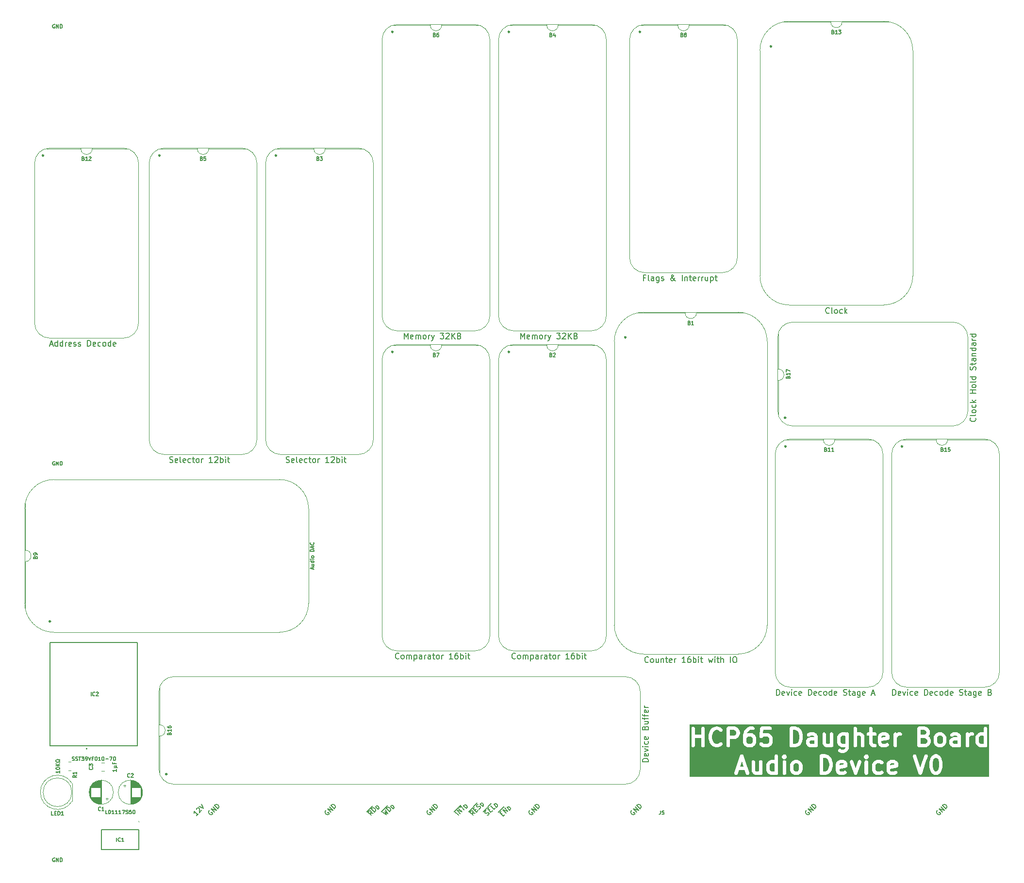
<source format=gto>
%TF.GenerationSoftware,KiCad,Pcbnew,8.0.4*%
%TF.CreationDate,2024-09-02T20:26:39+02:00*%
%TF.ProjectId,Sound Board,536f756e-6420-4426-9f61-72642e6b6963,V0*%
%TF.SameCoordinates,Original*%
%TF.FileFunction,Legend,Top*%
%TF.FilePolarity,Positive*%
%FSLAX46Y46*%
G04 Gerber Fmt 4.6, Leading zero omitted, Abs format (unit mm)*
G04 Created by KiCad (PCBNEW 8.0.4) date 2024-09-02 20:26:39*
%MOMM*%
%LPD*%
G01*
G04 APERTURE LIST*
%ADD10C,0.200000*%
%ADD11C,0.600000*%
%ADD12C,0.150000*%
%ADD13C,0.100000*%
%ADD14C,0.120000*%
%ADD15C,0.239605*%
%ADD16C,0.187000*%
G04 APERTURE END LIST*
D10*
X84621583Y-156536879D02*
X85321955Y-156967878D01*
X85321955Y-156967878D02*
X85025644Y-156456067D01*
X85025644Y-156456067D02*
X85537455Y-156752378D01*
X85537455Y-156752378D02*
X85106456Y-156052006D01*
X85887641Y-156402192D02*
X85321956Y-155836507D01*
X85321956Y-155836507D02*
X85456643Y-155701820D01*
X85456643Y-155701820D02*
X85564392Y-155647945D01*
X85564392Y-155647945D02*
X85672142Y-155647945D01*
X85672142Y-155647945D02*
X85752954Y-155674882D01*
X85752954Y-155674882D02*
X85887641Y-155755694D01*
X85887641Y-155755694D02*
X85968453Y-155836507D01*
X85968453Y-155836507D02*
X86049265Y-155971194D01*
X86049265Y-155971194D02*
X86076203Y-156052006D01*
X86076203Y-156052006D02*
X86076203Y-156159755D01*
X86076203Y-156159755D02*
X86022328Y-156267505D01*
X86022328Y-156267505D02*
X85887641Y-156402192D01*
X84440294Y-156404078D02*
X85539340Y-155305032D01*
X86488884Y-155925939D02*
X86036335Y-155473390D01*
X86036335Y-155473390D02*
X86144085Y-155365641D01*
X86144085Y-155365641D02*
X86230285Y-155322541D01*
X86230285Y-155322541D02*
X86316484Y-155322541D01*
X86316484Y-155322541D02*
X86381134Y-155344091D01*
X86381134Y-155344091D02*
X86488884Y-155408741D01*
X86488884Y-155408741D02*
X86553534Y-155473390D01*
X86553534Y-155473390D02*
X86618183Y-155581140D01*
X86618183Y-155581140D02*
X86639733Y-155645790D01*
X86639733Y-155645790D02*
X86639733Y-155731989D01*
X86639733Y-155731989D02*
X86596633Y-155818189D01*
X86596633Y-155818189D02*
X86488884Y-155925939D01*
X181518707Y-156213630D02*
X181437894Y-156240568D01*
X181437894Y-156240568D02*
X181357082Y-156321380D01*
X181357082Y-156321380D02*
X181303207Y-156429130D01*
X181303207Y-156429130D02*
X181303207Y-156536879D01*
X181303207Y-156536879D02*
X181330145Y-156617691D01*
X181330145Y-156617691D02*
X181410957Y-156752378D01*
X181410957Y-156752378D02*
X181491769Y-156833191D01*
X181491769Y-156833191D02*
X181626456Y-156914003D01*
X181626456Y-156914003D02*
X181707268Y-156940940D01*
X181707268Y-156940940D02*
X181815018Y-156940940D01*
X181815018Y-156940940D02*
X181922768Y-156887065D01*
X181922768Y-156887065D02*
X181976642Y-156833191D01*
X181976642Y-156833191D02*
X182030517Y-156725441D01*
X182030517Y-156725441D02*
X182030517Y-156671566D01*
X182030517Y-156671566D02*
X181841955Y-156483004D01*
X181841955Y-156483004D02*
X181734206Y-156590754D01*
X182326829Y-156483004D02*
X181761143Y-155917319D01*
X181761143Y-155917319D02*
X182650077Y-156159756D01*
X182650077Y-156159756D02*
X182084392Y-155594070D01*
X182919451Y-155890382D02*
X182353766Y-155324696D01*
X182353766Y-155324696D02*
X182488453Y-155190009D01*
X182488453Y-155190009D02*
X182596202Y-155136134D01*
X182596202Y-155136134D02*
X182703952Y-155136134D01*
X182703952Y-155136134D02*
X182784764Y-155163072D01*
X182784764Y-155163072D02*
X182919451Y-155243884D01*
X182919451Y-155243884D02*
X183000263Y-155324696D01*
X183000263Y-155324696D02*
X183081076Y-155459383D01*
X183081076Y-155459383D02*
X183108013Y-155540195D01*
X183108013Y-155540195D02*
X183108013Y-155647945D01*
X183108013Y-155647945D02*
X183054138Y-155755695D01*
X183054138Y-155755695D02*
X182919451Y-155890382D01*
X83024392Y-156725441D02*
X82566456Y-156644629D01*
X82701143Y-157048690D02*
X82135458Y-156483004D01*
X82135458Y-156483004D02*
X82350957Y-156267505D01*
X82350957Y-156267505D02*
X82431769Y-156240568D01*
X82431769Y-156240568D02*
X82485644Y-156240568D01*
X82485644Y-156240568D02*
X82566456Y-156267505D01*
X82566456Y-156267505D02*
X82647268Y-156348317D01*
X82647268Y-156348317D02*
X82674206Y-156429130D01*
X82674206Y-156429130D02*
X82674206Y-156483004D01*
X82674206Y-156483004D02*
X82647268Y-156563817D01*
X82647268Y-156563817D02*
X82431769Y-156779316D01*
X83266829Y-156483004D02*
X82701143Y-155917319D01*
X82701143Y-155917319D02*
X82835830Y-155782632D01*
X82835830Y-155782632D02*
X82943580Y-155728757D01*
X82943580Y-155728757D02*
X83051329Y-155728757D01*
X83051329Y-155728757D02*
X83132142Y-155755695D01*
X83132142Y-155755695D02*
X83266829Y-155836507D01*
X83266829Y-155836507D02*
X83347641Y-155917319D01*
X83347641Y-155917319D02*
X83428453Y-156052006D01*
X83428453Y-156052006D02*
X83455390Y-156132818D01*
X83455390Y-156132818D02*
X83455390Y-156240568D01*
X83455390Y-156240568D02*
X83401516Y-156348317D01*
X83401516Y-156348317D02*
X83266829Y-156483004D01*
X81900294Y-156404078D02*
X82918528Y-155385844D01*
X83868071Y-156006751D02*
X83415523Y-155554203D01*
X83415523Y-155554203D02*
X83523273Y-155446453D01*
X83523273Y-155446453D02*
X83609472Y-155403353D01*
X83609472Y-155403353D02*
X83695672Y-155403353D01*
X83695672Y-155403353D02*
X83760322Y-155424903D01*
X83760322Y-155424903D02*
X83868071Y-155489553D01*
X83868071Y-155489553D02*
X83932721Y-155554203D01*
X83932721Y-155554203D02*
X83997371Y-155661952D01*
X83997371Y-155661952D02*
X84018921Y-155726602D01*
X84018921Y-155726602D02*
X84018921Y-155812802D01*
X84018921Y-155812802D02*
X83975821Y-155899001D01*
X83975821Y-155899001D02*
X83868071Y-156006751D01*
X52517455Y-156752378D02*
X52194206Y-157075627D01*
X52355830Y-156914003D02*
X51790145Y-156348317D01*
X51790145Y-156348317D02*
X51817082Y-156483004D01*
X51817082Y-156483004D02*
X51817082Y-156590754D01*
X51817082Y-156590754D02*
X51790145Y-156671566D01*
X52221143Y-156025068D02*
X52221143Y-155971194D01*
X52221143Y-155971194D02*
X52248081Y-155890381D01*
X52248081Y-155890381D02*
X52382768Y-155755694D01*
X52382768Y-155755694D02*
X52463580Y-155728757D01*
X52463580Y-155728757D02*
X52517455Y-155728757D01*
X52517455Y-155728757D02*
X52598267Y-155755694D01*
X52598267Y-155755694D02*
X52652142Y-155809569D01*
X52652142Y-155809569D02*
X52706017Y-155917319D01*
X52706017Y-155917319D02*
X52706017Y-156563816D01*
X52706017Y-156563816D02*
X53056203Y-156213630D01*
X52652142Y-155486320D02*
X53406389Y-155863444D01*
X53406389Y-155863444D02*
X53029266Y-155109197D01*
X92618707Y-156213630D02*
X92537894Y-156240568D01*
X92537894Y-156240568D02*
X92457082Y-156321380D01*
X92457082Y-156321380D02*
X92403207Y-156429130D01*
X92403207Y-156429130D02*
X92403207Y-156536879D01*
X92403207Y-156536879D02*
X92430145Y-156617691D01*
X92430145Y-156617691D02*
X92510957Y-156752378D01*
X92510957Y-156752378D02*
X92591769Y-156833191D01*
X92591769Y-156833191D02*
X92726456Y-156914003D01*
X92726456Y-156914003D02*
X92807268Y-156940940D01*
X92807268Y-156940940D02*
X92915018Y-156940940D01*
X92915018Y-156940940D02*
X93022768Y-156887065D01*
X93022768Y-156887065D02*
X93076642Y-156833191D01*
X93076642Y-156833191D02*
X93130517Y-156725441D01*
X93130517Y-156725441D02*
X93130517Y-156671566D01*
X93130517Y-156671566D02*
X92941955Y-156483004D01*
X92941955Y-156483004D02*
X92834206Y-156590754D01*
X93426829Y-156483004D02*
X92861143Y-155917319D01*
X92861143Y-155917319D02*
X93750077Y-156159756D01*
X93750077Y-156159756D02*
X93184392Y-155594070D01*
X94019451Y-155890382D02*
X93453766Y-155324696D01*
X93453766Y-155324696D02*
X93588453Y-155190009D01*
X93588453Y-155190009D02*
X93696202Y-155136134D01*
X93696202Y-155136134D02*
X93803952Y-155136134D01*
X93803952Y-155136134D02*
X93884764Y-155163072D01*
X93884764Y-155163072D02*
X94019451Y-155243884D01*
X94019451Y-155243884D02*
X94100263Y-155324696D01*
X94100263Y-155324696D02*
X94181076Y-155459383D01*
X94181076Y-155459383D02*
X94208013Y-155540195D01*
X94208013Y-155540195D02*
X94208013Y-155647945D01*
X94208013Y-155647945D02*
X94154138Y-155755695D01*
X94154138Y-155755695D02*
X94019451Y-155890382D01*
X128178707Y-156213630D02*
X128097894Y-156240568D01*
X128097894Y-156240568D02*
X128017082Y-156321380D01*
X128017082Y-156321380D02*
X127963207Y-156429130D01*
X127963207Y-156429130D02*
X127963207Y-156536879D01*
X127963207Y-156536879D02*
X127990145Y-156617691D01*
X127990145Y-156617691D02*
X128070957Y-156752378D01*
X128070957Y-156752378D02*
X128151769Y-156833191D01*
X128151769Y-156833191D02*
X128286456Y-156914003D01*
X128286456Y-156914003D02*
X128367268Y-156940940D01*
X128367268Y-156940940D02*
X128475018Y-156940940D01*
X128475018Y-156940940D02*
X128582768Y-156887065D01*
X128582768Y-156887065D02*
X128636642Y-156833191D01*
X128636642Y-156833191D02*
X128690517Y-156725441D01*
X128690517Y-156725441D02*
X128690517Y-156671566D01*
X128690517Y-156671566D02*
X128501955Y-156483004D01*
X128501955Y-156483004D02*
X128394206Y-156590754D01*
X128986829Y-156483004D02*
X128421143Y-155917319D01*
X128421143Y-155917319D02*
X129310077Y-156159756D01*
X129310077Y-156159756D02*
X128744392Y-155594070D01*
X129579451Y-155890382D02*
X129013766Y-155324696D01*
X129013766Y-155324696D02*
X129148453Y-155190009D01*
X129148453Y-155190009D02*
X129256202Y-155136134D01*
X129256202Y-155136134D02*
X129363952Y-155136134D01*
X129363952Y-155136134D02*
X129444764Y-155163072D01*
X129444764Y-155163072D02*
X129579451Y-155243884D01*
X129579451Y-155243884D02*
X129660263Y-155324696D01*
X129660263Y-155324696D02*
X129741076Y-155459383D01*
X129741076Y-155459383D02*
X129768013Y-155540195D01*
X129768013Y-155540195D02*
X129768013Y-155647945D01*
X129768013Y-155647945D02*
X129714138Y-155755695D01*
X129714138Y-155755695D02*
X129579451Y-155890382D01*
X100804392Y-156725441D02*
X100346456Y-156644629D01*
X100481143Y-157048690D02*
X99915458Y-156483004D01*
X99915458Y-156483004D02*
X100130957Y-156267505D01*
X100130957Y-156267505D02*
X100211769Y-156240568D01*
X100211769Y-156240568D02*
X100265644Y-156240568D01*
X100265644Y-156240568D02*
X100346456Y-156267505D01*
X100346456Y-156267505D02*
X100427268Y-156348317D01*
X100427268Y-156348317D02*
X100454206Y-156429130D01*
X100454206Y-156429130D02*
X100454206Y-156483004D01*
X100454206Y-156483004D02*
X100427268Y-156563817D01*
X100427268Y-156563817D02*
X100211769Y-156779316D01*
X100750517Y-156186693D02*
X100939079Y-155998131D01*
X101316203Y-156213630D02*
X101046829Y-156483004D01*
X101046829Y-156483004D02*
X100481143Y-155917319D01*
X100481143Y-155917319D02*
X100750517Y-155647945D01*
X101504765Y-155971193D02*
X101612514Y-155917319D01*
X101612514Y-155917319D02*
X101747201Y-155782632D01*
X101747201Y-155782632D02*
X101774139Y-155701819D01*
X101774139Y-155701819D02*
X101774139Y-155647945D01*
X101774139Y-155647945D02*
X101747201Y-155567132D01*
X101747201Y-155567132D02*
X101693327Y-155513258D01*
X101693327Y-155513258D02*
X101612514Y-155486320D01*
X101612514Y-155486320D02*
X101558640Y-155486320D01*
X101558640Y-155486320D02*
X101477827Y-155513258D01*
X101477827Y-155513258D02*
X101343140Y-155594070D01*
X101343140Y-155594070D02*
X101262328Y-155621007D01*
X101262328Y-155621007D02*
X101208453Y-155621007D01*
X101208453Y-155621007D02*
X101127641Y-155594070D01*
X101127641Y-155594070D02*
X101073766Y-155540195D01*
X101073766Y-155540195D02*
X101046829Y-155459383D01*
X101046829Y-155459383D02*
X101046829Y-155405508D01*
X101046829Y-155405508D02*
X101073766Y-155324696D01*
X101073766Y-155324696D02*
X101208453Y-155190009D01*
X101208453Y-155190009D02*
X101316203Y-155136134D01*
X99680294Y-156404078D02*
X101183402Y-154900970D01*
X102132945Y-155521877D02*
X101680397Y-155069329D01*
X101680397Y-155069329D02*
X101788146Y-154961579D01*
X101788146Y-154961579D02*
X101874346Y-154918480D01*
X101874346Y-154918480D02*
X101960546Y-154918480D01*
X101960546Y-154918480D02*
X102025196Y-154940029D01*
X102025196Y-154940029D02*
X102132945Y-155004679D01*
X102132945Y-155004679D02*
X102197595Y-155069329D01*
X102197595Y-155069329D02*
X102262245Y-155177079D01*
X102262245Y-155177079D02*
X102283795Y-155241728D01*
X102283795Y-155241728D02*
X102283795Y-155327928D01*
X102283795Y-155327928D02*
X102240695Y-155414128D01*
X102240695Y-155414128D02*
X102132945Y-155521877D01*
X102967268Y-157048690D02*
X103075018Y-156994815D01*
X103075018Y-156994815D02*
X103209705Y-156860128D01*
X103209705Y-156860128D02*
X103236642Y-156779316D01*
X103236642Y-156779316D02*
X103236642Y-156725441D01*
X103236642Y-156725441D02*
X103209705Y-156644629D01*
X103209705Y-156644629D02*
X103155830Y-156590754D01*
X103155830Y-156590754D02*
X103075018Y-156563817D01*
X103075018Y-156563817D02*
X103021143Y-156563817D01*
X103021143Y-156563817D02*
X102940331Y-156590754D01*
X102940331Y-156590754D02*
X102805644Y-156671566D01*
X102805644Y-156671566D02*
X102724832Y-156698504D01*
X102724832Y-156698504D02*
X102670957Y-156698504D01*
X102670957Y-156698504D02*
X102590145Y-156671566D01*
X102590145Y-156671566D02*
X102536270Y-156617691D01*
X102536270Y-156617691D02*
X102509333Y-156536879D01*
X102509333Y-156536879D02*
X102509333Y-156483004D01*
X102509333Y-156483004D02*
X102536270Y-156402192D01*
X102536270Y-156402192D02*
X102670957Y-156267505D01*
X102670957Y-156267505D02*
X102778707Y-156213630D01*
X103263580Y-156213630D02*
X103452142Y-156025068D01*
X103829265Y-156240568D02*
X103559891Y-156509942D01*
X103559891Y-156509942D02*
X102994206Y-155944256D01*
X102994206Y-155944256D02*
X103263580Y-155674882D01*
X104341076Y-155728757D02*
X104071702Y-155998131D01*
X104071702Y-155998131D02*
X103506017Y-155432445D01*
X102220294Y-156404078D02*
X103615652Y-155008720D01*
X104565195Y-155629627D02*
X104112647Y-155177079D01*
X104112647Y-155177079D02*
X104220397Y-155069329D01*
X104220397Y-155069329D02*
X104306596Y-155026229D01*
X104306596Y-155026229D02*
X104392796Y-155026229D01*
X104392796Y-155026229D02*
X104457446Y-155047779D01*
X104457446Y-155047779D02*
X104565195Y-155112429D01*
X104565195Y-155112429D02*
X104629845Y-155177079D01*
X104629845Y-155177079D02*
X104694495Y-155284828D01*
X104694495Y-155284828D02*
X104716045Y-155349478D01*
X104716045Y-155349478D02*
X104716045Y-155435678D01*
X104716045Y-155435678D02*
X104672945Y-155521877D01*
X104672945Y-155521877D02*
X104565195Y-155629627D01*
X110398707Y-156213630D02*
X110317894Y-156240568D01*
X110317894Y-156240568D02*
X110237082Y-156321380D01*
X110237082Y-156321380D02*
X110183207Y-156429130D01*
X110183207Y-156429130D02*
X110183207Y-156536879D01*
X110183207Y-156536879D02*
X110210145Y-156617691D01*
X110210145Y-156617691D02*
X110290957Y-156752378D01*
X110290957Y-156752378D02*
X110371769Y-156833191D01*
X110371769Y-156833191D02*
X110506456Y-156914003D01*
X110506456Y-156914003D02*
X110587268Y-156940940D01*
X110587268Y-156940940D02*
X110695018Y-156940940D01*
X110695018Y-156940940D02*
X110802768Y-156887065D01*
X110802768Y-156887065D02*
X110856642Y-156833191D01*
X110856642Y-156833191D02*
X110910517Y-156725441D01*
X110910517Y-156725441D02*
X110910517Y-156671566D01*
X110910517Y-156671566D02*
X110721955Y-156483004D01*
X110721955Y-156483004D02*
X110614206Y-156590754D01*
X111206829Y-156483004D02*
X110641143Y-155917319D01*
X110641143Y-155917319D02*
X111530077Y-156159756D01*
X111530077Y-156159756D02*
X110964392Y-155594070D01*
X111799451Y-155890382D02*
X111233766Y-155324696D01*
X111233766Y-155324696D02*
X111368453Y-155190009D01*
X111368453Y-155190009D02*
X111476202Y-155136134D01*
X111476202Y-155136134D02*
X111583952Y-155136134D01*
X111583952Y-155136134D02*
X111664764Y-155163072D01*
X111664764Y-155163072D02*
X111799451Y-155243884D01*
X111799451Y-155243884D02*
X111880263Y-155324696D01*
X111880263Y-155324696D02*
X111961076Y-155459383D01*
X111961076Y-155459383D02*
X111988013Y-155540195D01*
X111988013Y-155540195D02*
X111988013Y-155647945D01*
X111988013Y-155647945D02*
X111934138Y-155755695D01*
X111934138Y-155755695D02*
X111799451Y-155890382D01*
X105391832Y-156879378D02*
X105580394Y-156690817D01*
X105957517Y-156906316D02*
X105688143Y-157175690D01*
X105688143Y-157175690D02*
X105122458Y-156610004D01*
X105122458Y-156610004D02*
X105391832Y-156340630D01*
X106199954Y-156663879D02*
X105634269Y-156098193D01*
X105634269Y-156098193D02*
X106523203Y-156340630D01*
X106523203Y-156340630D02*
X105957518Y-155774945D01*
X104887294Y-156531078D02*
X105878591Y-155539781D01*
X106828134Y-156160688D02*
X106375586Y-155708140D01*
X106375586Y-155708140D02*
X106483335Y-155600390D01*
X106483335Y-155600390D02*
X106569535Y-155557291D01*
X106569535Y-155557291D02*
X106655735Y-155557291D01*
X106655735Y-155557291D02*
X106720385Y-155578840D01*
X106720385Y-155578840D02*
X106828134Y-155643490D01*
X106828134Y-155643490D02*
X106892784Y-155708140D01*
X106892784Y-155708140D02*
X106957434Y-155815890D01*
X106957434Y-155815890D02*
X106978984Y-155880539D01*
X106978984Y-155880539D02*
X106978984Y-155966739D01*
X106978984Y-155966739D02*
X106935884Y-156052939D01*
X106935884Y-156052939D02*
X106828134Y-156160688D01*
D11*
G36*
X153038000Y-148022840D02*
G01*
X153038000Y-149366305D01*
X152981465Y-149394573D01*
X152551677Y-149394573D01*
X152372850Y-149305160D01*
X152298841Y-149231150D01*
X152209428Y-149052324D01*
X152209428Y-148336821D01*
X152298841Y-148157995D01*
X152372849Y-148083986D01*
X152551677Y-147994573D01*
X152981465Y-147994573D01*
X153038000Y-148022840D01*
G37*
G36*
X157160291Y-148083986D02*
G01*
X157234301Y-148157995D01*
X157323714Y-148336821D01*
X157323714Y-149052324D01*
X157234301Y-149231150D01*
X157160291Y-149305160D01*
X156981465Y-149394573D01*
X156694534Y-149394573D01*
X156515707Y-149305160D01*
X156441698Y-149231150D01*
X156352285Y-149052324D01*
X156352285Y-148336821D01*
X156441698Y-148157995D01*
X156515706Y-148083986D01*
X156694534Y-147994573D01*
X156981465Y-147994573D01*
X157160291Y-148083986D01*
G37*
G36*
X162175945Y-147099640D02*
G01*
X162377158Y-147300852D01*
X162483514Y-147513565D01*
X162609428Y-148017219D01*
X162609428Y-148371926D01*
X162483514Y-148875580D01*
X162377158Y-149088293D01*
X162175944Y-149289506D01*
X161860745Y-149394573D01*
X161495142Y-149394573D01*
X161495142Y-146994573D01*
X161860745Y-146994573D01*
X162175945Y-147099640D01*
G37*
G36*
X165114392Y-148061036D02*
G01*
X165166744Y-148165739D01*
X164352285Y-148328631D01*
X164352285Y-148193964D01*
X164418748Y-148061036D01*
X164551677Y-147994573D01*
X164981465Y-147994573D01*
X165114392Y-148061036D01*
G37*
G36*
X173971535Y-148061036D02*
G01*
X174023887Y-148165739D01*
X173209428Y-148328631D01*
X173209428Y-148193964D01*
X173275891Y-148061036D01*
X173408820Y-147994573D01*
X173838608Y-147994573D01*
X173971535Y-148061036D01*
G37*
G36*
X181446006Y-147083986D02*
G01*
X181520016Y-147157995D01*
X181626372Y-147370708D01*
X181752286Y-147874362D01*
X181752286Y-148514783D01*
X181626372Y-149018437D01*
X181520016Y-149231150D01*
X181446006Y-149305160D01*
X181267180Y-149394573D01*
X181123106Y-149394573D01*
X180944280Y-149305160D01*
X180870270Y-149231150D01*
X180763913Y-149018436D01*
X180638000Y-148514783D01*
X180638000Y-147874362D01*
X180763913Y-147370707D01*
X180870269Y-147157995D01*
X180944279Y-147083986D01*
X181123106Y-146994573D01*
X181267180Y-146994573D01*
X181446006Y-147083986D01*
G37*
G36*
X147636057Y-148537430D02*
G01*
X147039941Y-148537430D01*
X147337998Y-147643256D01*
X147636057Y-148537430D01*
G37*
G36*
X165395142Y-143193008D02*
G01*
X165395142Y-144536473D01*
X165338607Y-144564741D01*
X164908819Y-144564741D01*
X164729992Y-144475328D01*
X164655983Y-144401318D01*
X164566570Y-144222492D01*
X164566570Y-143506989D01*
X164655983Y-143328163D01*
X164729991Y-143254154D01*
X164908819Y-143164741D01*
X165338607Y-143164741D01*
X165395142Y-143193008D01*
G37*
G36*
X149088862Y-143397011D02*
G01*
X149162871Y-143471020D01*
X149252284Y-143649846D01*
X149252284Y-144222492D01*
X149162870Y-144401318D01*
X149088861Y-144475328D01*
X148910035Y-144564741D01*
X148480247Y-144564741D01*
X148301420Y-144475328D01*
X148227411Y-144401318D01*
X148137998Y-144222492D01*
X148137998Y-143649846D01*
X148227411Y-143471020D01*
X148301419Y-143397011D01*
X148480247Y-143307598D01*
X148910035Y-143307598D01*
X149088862Y-143397011D01*
G37*
G36*
X156961658Y-142269808D02*
G01*
X157162871Y-142471020D01*
X157269227Y-142683733D01*
X157395141Y-143187387D01*
X157395141Y-143542094D01*
X157269227Y-144045748D01*
X157162871Y-144258461D01*
X156961657Y-144459674D01*
X156646458Y-144564741D01*
X156280855Y-144564741D01*
X156280855Y-142164741D01*
X156646458Y-142164741D01*
X156961658Y-142269808D01*
G37*
G36*
X159966570Y-144536473D02*
G01*
X159910035Y-144564741D01*
X159337390Y-144564741D01*
X159204461Y-144498277D01*
X159137998Y-144365349D01*
X159137998Y-144221275D01*
X159204461Y-144088347D01*
X159337390Y-144021884D01*
X159966570Y-144021884D01*
X159966570Y-144536473D01*
G37*
G36*
X172471535Y-143231204D02*
G01*
X172523887Y-143335907D01*
X171709428Y-143498799D01*
X171709428Y-143364132D01*
X171775891Y-143231204D01*
X171908820Y-143164741D01*
X172338608Y-143164741D01*
X172471535Y-143231204D01*
G37*
G36*
X179533089Y-143698379D02*
G01*
X179591443Y-143756733D01*
X179680857Y-143935560D01*
X179680857Y-144222492D01*
X179591443Y-144401318D01*
X179517434Y-144475328D01*
X179338608Y-144564741D01*
X178566571Y-144564741D01*
X178566571Y-143593312D01*
X179217888Y-143593312D01*
X179533089Y-143698379D01*
G37*
G36*
X179374578Y-142254154D02*
G01*
X179448587Y-142328163D01*
X179538000Y-142506989D01*
X179538000Y-142651064D01*
X179448587Y-142829890D01*
X179374578Y-142903898D01*
X179195751Y-142993312D01*
X178566571Y-142993312D01*
X178566571Y-142164741D01*
X179195751Y-142164741D01*
X179374578Y-142254154D01*
G37*
G36*
X182231720Y-143254154D02*
G01*
X182305730Y-143328163D01*
X182395143Y-143506989D01*
X182395143Y-144222492D01*
X182305730Y-144401318D01*
X182231720Y-144475328D01*
X182052894Y-144564741D01*
X181765963Y-144564741D01*
X181587136Y-144475328D01*
X181513127Y-144401318D01*
X181423714Y-144222492D01*
X181423714Y-143506989D01*
X181513127Y-143328163D01*
X181587135Y-143254154D01*
X181765963Y-143164741D01*
X182052894Y-143164741D01*
X182231720Y-143254154D01*
G37*
G36*
X184966572Y-144536473D02*
G01*
X184910037Y-144564741D01*
X184337392Y-144564741D01*
X184204463Y-144498277D01*
X184138000Y-144365349D01*
X184138000Y-144221275D01*
X184204463Y-144088347D01*
X184337392Y-144021884D01*
X184966572Y-144021884D01*
X184966572Y-144536473D01*
G37*
G36*
X189538001Y-143193008D02*
G01*
X189538001Y-144536473D01*
X189481466Y-144564741D01*
X189051678Y-144564741D01*
X188872851Y-144475328D01*
X188798842Y-144401318D01*
X188709429Y-144222492D01*
X188709429Y-143506989D01*
X188798842Y-143328163D01*
X188872850Y-143254154D01*
X189051678Y-143164741D01*
X189481466Y-143164741D01*
X189538001Y-143193008D01*
G37*
G36*
X146231719Y-142254154D02*
G01*
X146305728Y-142328163D01*
X146395141Y-142506989D01*
X146395141Y-142793921D01*
X146305728Y-142972747D01*
X146231719Y-143046755D01*
X146052892Y-143136169D01*
X145280855Y-143136169D01*
X145280855Y-142164741D01*
X146052892Y-142164741D01*
X146231719Y-142254154D01*
G37*
G36*
X190471334Y-150327906D02*
G01*
X138204665Y-150327906D01*
X138204665Y-149715840D01*
X146038754Y-149715840D01*
X146054455Y-149792565D01*
X146089479Y-149862613D01*
X146141438Y-149921209D01*
X146206794Y-149964360D01*
X146281091Y-149989126D01*
X146359266Y-149993818D01*
X146435991Y-149978117D01*
X146506039Y-149943093D01*
X146564635Y-149891134D01*
X146607786Y-149825778D01*
X146622604Y-149789441D01*
X146839941Y-149137430D01*
X147836057Y-149137430D01*
X148053394Y-149789442D01*
X148068212Y-149825778D01*
X148111363Y-149891134D01*
X148169959Y-149943094D01*
X148240007Y-149978118D01*
X148316732Y-149993819D01*
X148394907Y-149989126D01*
X148469204Y-149964360D01*
X148534560Y-149921210D01*
X148586519Y-149862614D01*
X148621543Y-149792565D01*
X148637244Y-149715840D01*
X148632552Y-149637665D01*
X148622604Y-149599705D01*
X147987560Y-147694573D01*
X149037999Y-147694573D01*
X149037999Y-149266001D01*
X149039059Y-149282177D01*
X149038754Y-149287267D01*
X149039694Y-149291862D01*
X149040566Y-149305159D01*
X149048393Y-149334372D01*
X149054455Y-149363993D01*
X149059619Y-149376271D01*
X149060835Y-149380806D01*
X149063386Y-149385225D01*
X149069671Y-149400165D01*
X149212528Y-149685880D01*
X149232336Y-149719756D01*
X149244288Y-149733235D01*
X149254220Y-149748277D01*
X149270160Y-149762411D01*
X149284295Y-149778352D01*
X149299336Y-149788283D01*
X149312816Y-149800236D01*
X149346692Y-149820044D01*
X149632407Y-149962901D01*
X149647346Y-149969185D01*
X149651766Y-149971737D01*
X149656300Y-149972952D01*
X149668579Y-149978117D01*
X149698199Y-149984178D01*
X149727413Y-149992006D01*
X149740709Y-149992877D01*
X149745305Y-149993818D01*
X149750394Y-149993512D01*
X149766571Y-149994573D01*
X150195142Y-149994573D01*
X150211319Y-149993512D01*
X150216409Y-149993818D01*
X150221004Y-149992877D01*
X150234300Y-149992006D01*
X150263512Y-149984178D01*
X150293134Y-149978117D01*
X150305412Y-149972952D01*
X150309947Y-149971737D01*
X150314366Y-149969185D01*
X150329306Y-149962901D01*
X150424040Y-149915533D01*
X150441086Y-149932579D01*
X150508909Y-149971737D01*
X150584556Y-149992006D01*
X150662872Y-149992006D01*
X150738519Y-149971737D01*
X150806342Y-149932579D01*
X150861720Y-149877201D01*
X150900878Y-149809378D01*
X150921147Y-149733731D01*
X150923714Y-149694573D01*
X150923714Y-148266001D01*
X151609428Y-148266001D01*
X151609428Y-149123144D01*
X151610488Y-149139321D01*
X151610183Y-149144411D01*
X151611123Y-149149006D01*
X151611995Y-149162302D01*
X151619822Y-149191514D01*
X151625884Y-149221136D01*
X151631048Y-149233414D01*
X151632264Y-149237949D01*
X151634815Y-149242368D01*
X151641100Y-149257308D01*
X151783957Y-149543022D01*
X151803765Y-149576898D01*
X151809761Y-149583660D01*
X151814279Y-149591485D01*
X151840152Y-149620989D01*
X151983009Y-149763847D01*
X152012513Y-149789721D01*
X152020340Y-149794240D01*
X152027102Y-149800236D01*
X152060978Y-149820044D01*
X152346693Y-149962901D01*
X152361632Y-149969185D01*
X152366052Y-149971737D01*
X152370586Y-149972952D01*
X152382865Y-149978117D01*
X152412485Y-149984178D01*
X152441699Y-149992006D01*
X152454995Y-149992877D01*
X152459591Y-149993818D01*
X152464680Y-149993512D01*
X152480857Y-149994573D01*
X153052285Y-149994573D01*
X153068461Y-149993512D01*
X153073551Y-149993818D01*
X153078146Y-149992877D01*
X153091443Y-149992006D01*
X153120656Y-149984178D01*
X153150277Y-149978117D01*
X153162555Y-149972952D01*
X153167090Y-149971737D01*
X153171509Y-149969185D01*
X153186449Y-149962901D01*
X153197939Y-149957155D01*
X153223195Y-149971737D01*
X153298842Y-149992006D01*
X153377158Y-149992006D01*
X153452805Y-149971737D01*
X153520628Y-149932579D01*
X153576006Y-149877201D01*
X153615164Y-149809378D01*
X153635433Y-149733731D01*
X153638000Y-149694573D01*
X153638000Y-147694573D01*
X154466571Y-147694573D01*
X154466571Y-149694573D01*
X154469138Y-149733731D01*
X154489407Y-149809378D01*
X154528565Y-149877201D01*
X154583943Y-149932579D01*
X154651766Y-149971737D01*
X154727413Y-149992006D01*
X154805729Y-149992006D01*
X154881376Y-149971737D01*
X154949199Y-149932579D01*
X155004577Y-149877201D01*
X155043735Y-149809378D01*
X155064004Y-149733731D01*
X155066571Y-149694573D01*
X155066571Y-148266001D01*
X155752285Y-148266001D01*
X155752285Y-149123144D01*
X155753345Y-149139321D01*
X155753040Y-149144411D01*
X155753980Y-149149006D01*
X155754852Y-149162302D01*
X155762679Y-149191514D01*
X155768741Y-149221136D01*
X155773905Y-149233414D01*
X155775121Y-149237949D01*
X155777672Y-149242368D01*
X155783957Y-149257308D01*
X155926814Y-149543022D01*
X155946622Y-149576898D01*
X155952618Y-149583660D01*
X155957136Y-149591485D01*
X155983009Y-149620989D01*
X156125866Y-149763847D01*
X156155370Y-149789721D01*
X156163197Y-149794240D01*
X156169959Y-149800236D01*
X156203835Y-149820044D01*
X156489550Y-149962901D01*
X156504489Y-149969185D01*
X156508909Y-149971737D01*
X156513443Y-149972952D01*
X156525722Y-149978117D01*
X156555342Y-149984178D01*
X156584556Y-149992006D01*
X156597852Y-149992877D01*
X156602448Y-149993818D01*
X156607537Y-149993512D01*
X156623714Y-149994573D01*
X157052285Y-149994573D01*
X157068462Y-149993512D01*
X157073552Y-149993818D01*
X157078147Y-149992877D01*
X157091443Y-149992006D01*
X157120655Y-149984178D01*
X157150277Y-149978117D01*
X157162555Y-149972952D01*
X157167090Y-149971737D01*
X157171509Y-149969185D01*
X157186449Y-149962901D01*
X157472163Y-149820044D01*
X157506039Y-149800236D01*
X157512799Y-149794241D01*
X157520627Y-149789722D01*
X157550131Y-149763848D01*
X157692989Y-149620990D01*
X157718863Y-149591486D01*
X157723382Y-149583658D01*
X157729377Y-149576898D01*
X157749185Y-149543022D01*
X157892042Y-149257308D01*
X157898326Y-149242368D01*
X157900878Y-149237949D01*
X157902093Y-149233414D01*
X157907258Y-149221136D01*
X157913319Y-149191514D01*
X157921147Y-149162302D01*
X157922018Y-149149006D01*
X157922959Y-149144411D01*
X157922653Y-149139321D01*
X157923714Y-149123144D01*
X157923714Y-148266001D01*
X157922653Y-148249823D01*
X157922959Y-148244734D01*
X157922018Y-148240138D01*
X157921147Y-148226843D01*
X157913319Y-148197630D01*
X157907258Y-148168009D01*
X157902093Y-148155730D01*
X157900878Y-148151196D01*
X157898326Y-148146776D01*
X157892042Y-148131837D01*
X157749185Y-147846123D01*
X157729377Y-147812247D01*
X157723381Y-147805485D01*
X157718862Y-147797658D01*
X157692988Y-147768154D01*
X157550130Y-147625297D01*
X157520626Y-147599424D01*
X157512801Y-147594906D01*
X157506039Y-147588910D01*
X157472163Y-147569102D01*
X157186449Y-147426245D01*
X157171509Y-147419960D01*
X157167090Y-147417409D01*
X157162555Y-147416193D01*
X157150277Y-147411029D01*
X157120655Y-147404967D01*
X157091443Y-147397140D01*
X157078147Y-147396268D01*
X157073552Y-147395328D01*
X157068462Y-147395633D01*
X157052285Y-147394573D01*
X156623714Y-147394573D01*
X156607537Y-147395633D01*
X156602448Y-147395328D01*
X156597852Y-147396268D01*
X156584556Y-147397140D01*
X156555342Y-147404967D01*
X156525722Y-147411029D01*
X156513443Y-147416193D01*
X156508909Y-147417409D01*
X156504489Y-147419960D01*
X156489550Y-147426245D01*
X156203835Y-147569102D01*
X156169959Y-147588910D01*
X156163198Y-147594904D01*
X156155371Y-147599424D01*
X156125867Y-147625298D01*
X155983010Y-147768155D01*
X155957136Y-147797659D01*
X155952616Y-147805486D01*
X155946622Y-147812247D01*
X155926814Y-147846123D01*
X155783957Y-148131837D01*
X155777672Y-148146776D01*
X155775121Y-148151196D01*
X155773905Y-148155730D01*
X155768741Y-148168009D01*
X155762679Y-148197630D01*
X155754852Y-148226843D01*
X155753980Y-148240138D01*
X155753040Y-148244734D01*
X155753345Y-148249823D01*
X155752285Y-148266001D01*
X155066571Y-148266001D01*
X155066571Y-147694573D01*
X155064004Y-147655415D01*
X155043735Y-147579768D01*
X155004577Y-147511945D01*
X154949199Y-147456567D01*
X154881376Y-147417409D01*
X154805729Y-147397140D01*
X154727413Y-147397140D01*
X154651766Y-147417409D01*
X154583943Y-147456567D01*
X154528565Y-147511945D01*
X154489407Y-147579768D01*
X154469138Y-147655415D01*
X154466571Y-147694573D01*
X153638000Y-147694573D01*
X153638000Y-146798272D01*
X154326281Y-146798272D01*
X154326281Y-146876588D01*
X154346550Y-146952235D01*
X154385708Y-147020058D01*
X154411582Y-147049562D01*
X154554439Y-147192419D01*
X154583942Y-147218292D01*
X154583943Y-147218293D01*
X154651766Y-147257451D01*
X154727413Y-147277720D01*
X154805729Y-147277720D01*
X154881376Y-147257451D01*
X154949199Y-147218293D01*
X154949200Y-147218292D01*
X154978703Y-147192419D01*
X155121560Y-147049562D01*
X155147434Y-147020058D01*
X155186592Y-146952235D01*
X155206861Y-146876588D01*
X155206861Y-146798272D01*
X155186592Y-146722625D01*
X155170396Y-146694573D01*
X160895142Y-146694573D01*
X160895142Y-149694573D01*
X160897709Y-149733731D01*
X160917978Y-149809378D01*
X160957136Y-149877201D01*
X161012514Y-149932579D01*
X161080337Y-149971737D01*
X161155984Y-149992006D01*
X161195142Y-149994573D01*
X161909428Y-149994573D01*
X161948586Y-149992006D01*
X161957313Y-149989667D01*
X161966336Y-149989126D01*
X162004296Y-149979178D01*
X162432867Y-149836321D01*
X162447876Y-149830200D01*
X162452804Y-149828880D01*
X162456868Y-149826533D01*
X162469204Y-149821503D01*
X162494434Y-149804844D01*
X162520627Y-149789722D01*
X162530646Y-149780935D01*
X162534559Y-149778352D01*
X162537940Y-149774538D01*
X162550131Y-149763848D01*
X162835846Y-149478133D01*
X162861720Y-149448629D01*
X162866239Y-149440801D01*
X162872234Y-149434041D01*
X162892042Y-149400165D01*
X163034899Y-149114451D01*
X163043084Y-149094992D01*
X163045626Y-149090414D01*
X163047604Y-149084246D01*
X163050115Y-149078279D01*
X163051164Y-149073151D01*
X163057614Y-149053048D01*
X163200471Y-148481619D01*
X163205956Y-148451391D01*
X163206861Y-148448016D01*
X163207026Y-148445498D01*
X163207478Y-148443008D01*
X163207419Y-148439503D01*
X163209428Y-148408858D01*
X163209428Y-148123144D01*
X163752285Y-148123144D01*
X163752285Y-149266001D01*
X163753345Y-149282177D01*
X163753040Y-149287267D01*
X163753980Y-149291862D01*
X163754852Y-149305159D01*
X163762679Y-149334372D01*
X163768741Y-149363993D01*
X163773905Y-149376271D01*
X163775121Y-149380806D01*
X163777672Y-149385225D01*
X163783957Y-149400165D01*
X163926814Y-149685880D01*
X163946622Y-149719756D01*
X163958574Y-149733235D01*
X163968506Y-149748277D01*
X163984446Y-149762411D01*
X163998581Y-149778352D01*
X164013622Y-149788283D01*
X164027102Y-149800236D01*
X164060978Y-149820044D01*
X164346693Y-149962901D01*
X164361632Y-149969185D01*
X164366052Y-149971737D01*
X164370586Y-149972952D01*
X164382865Y-149978117D01*
X164412485Y-149984178D01*
X164441699Y-149992006D01*
X164454995Y-149992877D01*
X164459591Y-149993818D01*
X164464680Y-149993512D01*
X164480857Y-149994573D01*
X165052285Y-149994573D01*
X165068462Y-149993512D01*
X165073552Y-149993818D01*
X165078147Y-149992877D01*
X165091443Y-149992006D01*
X165120655Y-149984178D01*
X165150277Y-149978117D01*
X165162555Y-149972952D01*
X165167090Y-149971737D01*
X165171509Y-149969185D01*
X165186449Y-149962901D01*
X165472163Y-149820044D01*
X165506039Y-149800236D01*
X165564635Y-149748277D01*
X165607786Y-149682921D01*
X165632552Y-149608624D01*
X165637244Y-149530449D01*
X165621543Y-149453724D01*
X165586519Y-149383676D01*
X165534560Y-149325080D01*
X165469204Y-149281929D01*
X165394907Y-149257163D01*
X165316732Y-149252471D01*
X165240007Y-149268172D01*
X165203835Y-149283388D01*
X164981465Y-149394573D01*
X164551677Y-149394573D01*
X164418748Y-149328109D01*
X164352285Y-149195181D01*
X164352285Y-148940513D01*
X165539692Y-148703032D01*
X165577586Y-148692836D01*
X165586286Y-148688534D01*
X165595662Y-148686022D01*
X165621271Y-148671236D01*
X165647789Y-148658125D01*
X165655082Y-148651715D01*
X165663485Y-148646864D01*
X165684395Y-148625953D01*
X165706615Y-148606426D01*
X165711999Y-148598350D01*
X165718863Y-148591486D01*
X165733653Y-148565867D01*
X165750057Y-148541263D01*
X165753166Y-148532071D01*
X165758021Y-148523663D01*
X165765677Y-148495086D01*
X165775153Y-148467077D01*
X165775777Y-148457392D01*
X165778290Y-148448016D01*
X165780857Y-148408858D01*
X165780857Y-148123144D01*
X165779796Y-148106966D01*
X165780102Y-148101876D01*
X165779161Y-148097280D01*
X165778290Y-148083986D01*
X165770463Y-148054776D01*
X165764401Y-148025151D01*
X165759235Y-148012870D01*
X165758021Y-148008339D01*
X165755471Y-148003922D01*
X165749185Y-147988979D01*
X165606327Y-147703265D01*
X165592535Y-147679677D01*
X166181227Y-147679677D01*
X166187582Y-147757734D01*
X166198334Y-147795474D01*
X166912620Y-149795474D01*
X166928208Y-149831487D01*
X166936707Y-149843782D01*
X166943105Y-149857289D01*
X166958880Y-149875860D01*
X166972739Y-149895910D01*
X166984130Y-149905585D01*
X166993806Y-149916977D01*
X167013855Y-149930835D01*
X167032427Y-149946611D01*
X167045932Y-149953008D01*
X167058229Y-149961508D01*
X167081183Y-149969706D01*
X167103205Y-149980137D01*
X167117906Y-149982821D01*
X167131982Y-149987848D01*
X167156270Y-149989825D01*
X167180247Y-149994203D01*
X167195143Y-149992990D01*
X167210039Y-149994203D01*
X167234018Y-149989825D01*
X167258304Y-149987848D01*
X167272374Y-149982822D01*
X167287081Y-149980138D01*
X167309108Y-149969703D01*
X167332057Y-149961508D01*
X167344352Y-149953008D01*
X167357859Y-149946611D01*
X167376430Y-149930835D01*
X167396480Y-149916977D01*
X167406155Y-149905585D01*
X167417547Y-149895910D01*
X167431405Y-149875860D01*
X167447181Y-149857289D01*
X167453578Y-149843782D01*
X167462078Y-149831487D01*
X167477666Y-149795474D01*
X168191951Y-147795474D01*
X168202703Y-147757734D01*
X168207845Y-147694573D01*
X168752285Y-147694573D01*
X168752285Y-149694573D01*
X168754852Y-149733731D01*
X168775121Y-149809378D01*
X168814279Y-149877201D01*
X168869657Y-149932579D01*
X168937480Y-149971737D01*
X169013127Y-149992006D01*
X169091443Y-149992006D01*
X169167090Y-149971737D01*
X169234913Y-149932579D01*
X169290291Y-149877201D01*
X169329449Y-149809378D01*
X169349718Y-149733731D01*
X169352285Y-149694573D01*
X169352285Y-148266001D01*
X170037999Y-148266001D01*
X170037999Y-149123144D01*
X170039059Y-149139321D01*
X170038754Y-149144411D01*
X170039694Y-149149006D01*
X170040566Y-149162302D01*
X170048393Y-149191514D01*
X170054455Y-149221136D01*
X170059619Y-149233414D01*
X170060835Y-149237949D01*
X170063386Y-149242368D01*
X170069671Y-149257308D01*
X170212528Y-149543022D01*
X170232336Y-149576898D01*
X170238332Y-149583660D01*
X170242850Y-149591485D01*
X170268723Y-149620989D01*
X170411580Y-149763847D01*
X170441084Y-149789721D01*
X170448911Y-149794240D01*
X170455673Y-149800236D01*
X170489549Y-149820044D01*
X170775264Y-149962901D01*
X170790203Y-149969185D01*
X170794623Y-149971737D01*
X170799157Y-149972952D01*
X170811436Y-149978117D01*
X170841056Y-149984178D01*
X170870270Y-149992006D01*
X170883566Y-149992877D01*
X170888162Y-149993818D01*
X170893251Y-149993512D01*
X170909428Y-149994573D01*
X171480856Y-149994573D01*
X171497032Y-149993512D01*
X171502122Y-149993818D01*
X171506717Y-149992877D01*
X171520014Y-149992006D01*
X171549227Y-149984178D01*
X171578848Y-149978117D01*
X171591126Y-149972952D01*
X171595661Y-149971737D01*
X171600080Y-149969185D01*
X171615020Y-149962901D01*
X171900735Y-149820044D01*
X171934611Y-149800236D01*
X171993207Y-149748277D01*
X172036358Y-149682922D01*
X172061124Y-149608624D01*
X172065817Y-149530450D01*
X172050115Y-149453724D01*
X172015092Y-149383676D01*
X171963132Y-149325080D01*
X171897777Y-149281929D01*
X171823479Y-149257163D01*
X171745305Y-149252471D01*
X171668579Y-149268172D01*
X171632407Y-149283388D01*
X171410036Y-149394573D01*
X170980248Y-149394573D01*
X170801421Y-149305160D01*
X170727412Y-149231150D01*
X170637999Y-149052324D01*
X170637999Y-148336821D01*
X170727412Y-148157995D01*
X170801420Y-148083986D01*
X170980248Y-147994573D01*
X171410036Y-147994573D01*
X171632407Y-148105758D01*
X171668579Y-148120974D01*
X171745305Y-148136675D01*
X171823479Y-148131983D01*
X171849996Y-148123144D01*
X172609428Y-148123144D01*
X172609428Y-149266001D01*
X172610488Y-149282177D01*
X172610183Y-149287267D01*
X172611123Y-149291862D01*
X172611995Y-149305159D01*
X172619822Y-149334372D01*
X172625884Y-149363993D01*
X172631048Y-149376271D01*
X172632264Y-149380806D01*
X172634815Y-149385225D01*
X172641100Y-149400165D01*
X172783957Y-149685880D01*
X172803765Y-149719756D01*
X172815717Y-149733235D01*
X172825649Y-149748277D01*
X172841589Y-149762411D01*
X172855724Y-149778352D01*
X172870765Y-149788283D01*
X172884245Y-149800236D01*
X172918121Y-149820044D01*
X173203836Y-149962901D01*
X173218775Y-149969185D01*
X173223195Y-149971737D01*
X173227729Y-149972952D01*
X173240008Y-149978117D01*
X173269628Y-149984178D01*
X173298842Y-149992006D01*
X173312138Y-149992877D01*
X173316734Y-149993818D01*
X173321823Y-149993512D01*
X173338000Y-149994573D01*
X173909428Y-149994573D01*
X173925605Y-149993512D01*
X173930695Y-149993818D01*
X173935290Y-149992877D01*
X173948586Y-149992006D01*
X173977798Y-149984178D01*
X174007420Y-149978117D01*
X174019698Y-149972952D01*
X174024233Y-149971737D01*
X174028652Y-149969185D01*
X174043592Y-149962901D01*
X174329306Y-149820044D01*
X174363182Y-149800236D01*
X174421778Y-149748277D01*
X174464929Y-149682921D01*
X174489695Y-149608624D01*
X174494387Y-149530449D01*
X174478686Y-149453724D01*
X174443662Y-149383676D01*
X174391703Y-149325080D01*
X174326347Y-149281929D01*
X174252050Y-149257163D01*
X174173875Y-149252471D01*
X174097150Y-149268172D01*
X174060978Y-149283388D01*
X173838608Y-149394573D01*
X173408820Y-149394573D01*
X173275891Y-149328109D01*
X173209428Y-149195181D01*
X173209428Y-148940513D01*
X174396835Y-148703032D01*
X174434729Y-148692836D01*
X174443429Y-148688534D01*
X174452805Y-148686022D01*
X174478414Y-148671236D01*
X174504932Y-148658125D01*
X174512225Y-148651715D01*
X174520628Y-148646864D01*
X174541538Y-148625953D01*
X174563758Y-148606426D01*
X174569142Y-148598350D01*
X174576006Y-148591486D01*
X174590796Y-148565867D01*
X174607200Y-148541263D01*
X174610309Y-148532071D01*
X174615164Y-148523663D01*
X174622820Y-148495086D01*
X174632296Y-148467077D01*
X174632920Y-148457392D01*
X174635433Y-148448016D01*
X174638000Y-148408858D01*
X174638000Y-148123144D01*
X174636939Y-148106966D01*
X174637245Y-148101876D01*
X174636304Y-148097280D01*
X174635433Y-148083986D01*
X174627606Y-148054776D01*
X174621544Y-148025151D01*
X174616378Y-148012870D01*
X174615164Y-148008339D01*
X174612614Y-148003922D01*
X174606328Y-147988979D01*
X174463470Y-147703265D01*
X174443662Y-147669389D01*
X174431706Y-147655906D01*
X174421778Y-147640869D01*
X174405838Y-147626734D01*
X174391702Y-147610793D01*
X174376661Y-147600862D01*
X174363182Y-147588910D01*
X174329306Y-147569102D01*
X174043592Y-147426245D01*
X174028652Y-147419960D01*
X174024233Y-147417409D01*
X174019698Y-147416193D01*
X174007420Y-147411029D01*
X173977798Y-147404967D01*
X173948586Y-147397140D01*
X173935290Y-147396268D01*
X173930695Y-147395328D01*
X173925605Y-147395633D01*
X173909428Y-147394573D01*
X173338000Y-147394573D01*
X173321823Y-147395633D01*
X173316734Y-147395328D01*
X173312138Y-147396268D01*
X173298842Y-147397140D01*
X173269628Y-147404967D01*
X173240008Y-147411029D01*
X173227729Y-147416193D01*
X173223195Y-147417409D01*
X173218775Y-147419960D01*
X173203836Y-147426245D01*
X172918121Y-147569102D01*
X172884245Y-147588910D01*
X172870764Y-147600863D01*
X172855724Y-147610794D01*
X172841589Y-147626734D01*
X172825649Y-147640869D01*
X172815717Y-147655910D01*
X172803765Y-147669390D01*
X172783957Y-147703266D01*
X172641100Y-147988980D01*
X172634815Y-148003919D01*
X172632264Y-148008339D01*
X172631048Y-148012873D01*
X172625884Y-148025152D01*
X172619822Y-148054773D01*
X172611995Y-148083986D01*
X172611123Y-148097281D01*
X172610183Y-148101877D01*
X172610488Y-148106966D01*
X172609428Y-148123144D01*
X171849996Y-148123144D01*
X171897777Y-148107217D01*
X171963132Y-148064066D01*
X172015092Y-148005470D01*
X172050115Y-147935422D01*
X172065817Y-147858696D01*
X172061124Y-147780522D01*
X172036358Y-147706224D01*
X171993207Y-147640869D01*
X171934611Y-147588910D01*
X171900735Y-147569102D01*
X171615020Y-147426245D01*
X171600080Y-147419960D01*
X171595661Y-147417409D01*
X171591126Y-147416193D01*
X171578848Y-147411029D01*
X171549227Y-147404967D01*
X171520014Y-147397140D01*
X171506717Y-147396268D01*
X171502122Y-147395328D01*
X171497032Y-147395633D01*
X171480856Y-147394573D01*
X170909428Y-147394573D01*
X170893251Y-147395633D01*
X170888162Y-147395328D01*
X170883566Y-147396268D01*
X170870270Y-147397140D01*
X170841056Y-147404967D01*
X170811436Y-147411029D01*
X170799157Y-147416193D01*
X170794623Y-147417409D01*
X170790203Y-147419960D01*
X170775264Y-147426245D01*
X170489549Y-147569102D01*
X170455673Y-147588910D01*
X170448912Y-147594904D01*
X170441085Y-147599424D01*
X170411581Y-147625298D01*
X170268724Y-147768155D01*
X170242850Y-147797659D01*
X170238330Y-147805486D01*
X170232336Y-147812247D01*
X170212528Y-147846123D01*
X170069671Y-148131837D01*
X170063386Y-148146776D01*
X170060835Y-148151196D01*
X170059619Y-148155730D01*
X170054455Y-148168009D01*
X170048393Y-148197630D01*
X170040566Y-148226843D01*
X170039694Y-148240138D01*
X170038754Y-148244734D01*
X170039059Y-148249823D01*
X170037999Y-148266001D01*
X169352285Y-148266001D01*
X169352285Y-147694573D01*
X169349718Y-147655415D01*
X169329449Y-147579768D01*
X169290291Y-147511945D01*
X169234913Y-147456567D01*
X169167090Y-147417409D01*
X169091443Y-147397140D01*
X169013127Y-147397140D01*
X168937480Y-147417409D01*
X168869657Y-147456567D01*
X168814279Y-147511945D01*
X168775121Y-147579768D01*
X168754852Y-147655415D01*
X168752285Y-147694573D01*
X168207845Y-147694573D01*
X168209058Y-147679676D01*
X168194993Y-147602634D01*
X168161467Y-147531857D01*
X168110765Y-147472169D01*
X168046342Y-147427638D01*
X167972589Y-147401297D01*
X167894532Y-147394943D01*
X167817490Y-147409008D01*
X167746712Y-147442534D01*
X167687024Y-147493236D01*
X167642493Y-147557659D01*
X167626905Y-147593672D01*
X167195142Y-148802608D01*
X166763380Y-147593672D01*
X166747792Y-147557659D01*
X166703261Y-147493236D01*
X166643573Y-147442534D01*
X166572795Y-147409008D01*
X166495753Y-147394943D01*
X166417696Y-147401298D01*
X166343943Y-147427638D01*
X166279520Y-147472169D01*
X166228818Y-147531857D01*
X166195292Y-147602635D01*
X166181227Y-147679677D01*
X165592535Y-147679677D01*
X165586519Y-147669389D01*
X165574563Y-147655906D01*
X165564635Y-147640869D01*
X165548695Y-147626734D01*
X165534559Y-147610793D01*
X165519518Y-147600862D01*
X165506039Y-147588910D01*
X165472163Y-147569102D01*
X165186449Y-147426245D01*
X165171509Y-147419960D01*
X165167090Y-147417409D01*
X165162555Y-147416193D01*
X165150277Y-147411029D01*
X165120655Y-147404967D01*
X165091443Y-147397140D01*
X165078147Y-147396268D01*
X165073552Y-147395328D01*
X165068462Y-147395633D01*
X165052285Y-147394573D01*
X164480857Y-147394573D01*
X164464680Y-147395633D01*
X164459591Y-147395328D01*
X164454995Y-147396268D01*
X164441699Y-147397140D01*
X164412485Y-147404967D01*
X164382865Y-147411029D01*
X164370586Y-147416193D01*
X164366052Y-147417409D01*
X164361632Y-147419960D01*
X164346693Y-147426245D01*
X164060978Y-147569102D01*
X164027102Y-147588910D01*
X164013621Y-147600863D01*
X163998581Y-147610794D01*
X163984446Y-147626734D01*
X163968506Y-147640869D01*
X163958574Y-147655910D01*
X163946622Y-147669390D01*
X163926814Y-147703266D01*
X163783957Y-147988980D01*
X163777672Y-148003919D01*
X163775121Y-148008339D01*
X163773905Y-148012873D01*
X163768741Y-148025152D01*
X163762679Y-148054773D01*
X163754852Y-148083986D01*
X163753980Y-148097281D01*
X163753040Y-148101877D01*
X163753345Y-148106966D01*
X163752285Y-148123144D01*
X163209428Y-148123144D01*
X163209428Y-147980287D01*
X163207419Y-147949641D01*
X163207478Y-147946137D01*
X163207026Y-147943646D01*
X163206861Y-147941129D01*
X163205956Y-147937753D01*
X163200471Y-147907526D01*
X163057614Y-147336097D01*
X163051164Y-147315993D01*
X163050115Y-147310866D01*
X163047604Y-147304898D01*
X163045626Y-147298731D01*
X163043084Y-147294152D01*
X163034899Y-147274694D01*
X162892042Y-146988980D01*
X162872234Y-146955104D01*
X162866238Y-146948342D01*
X162861719Y-146940515D01*
X162835845Y-146911011D01*
X162723106Y-146798272D01*
X168611995Y-146798272D01*
X168611995Y-146876588D01*
X168632264Y-146952235D01*
X168671422Y-147020058D01*
X168697296Y-147049562D01*
X168840153Y-147192419D01*
X168869656Y-147218292D01*
X168869657Y-147218293D01*
X168937480Y-147257451D01*
X169013127Y-147277720D01*
X169091443Y-147277720D01*
X169167090Y-147257451D01*
X169234913Y-147218293D01*
X169234914Y-147218292D01*
X169264417Y-147192419D01*
X169407274Y-147049562D01*
X169433148Y-147020058D01*
X169472306Y-146952235D01*
X169492575Y-146876588D01*
X169492575Y-146798272D01*
X169472306Y-146722625D01*
X169443831Y-146673306D01*
X177181612Y-146673306D01*
X177186304Y-146751481D01*
X177196252Y-146789441D01*
X178196252Y-149789442D01*
X178197098Y-149791518D01*
X178197313Y-149792565D01*
X178198465Y-149794870D01*
X178211070Y-149825778D01*
X178222810Y-149843560D01*
X178232337Y-149862613D01*
X178244290Y-149876093D01*
X178254221Y-149891134D01*
X178270162Y-149905270D01*
X178284296Y-149921209D01*
X178299333Y-149931137D01*
X178312817Y-149943094D01*
X178331876Y-149952623D01*
X178349652Y-149964360D01*
X178366743Y-149970057D01*
X178382865Y-149978118D01*
X178403742Y-149982390D01*
X178423949Y-149989126D01*
X178441931Y-149990205D01*
X178459590Y-149993819D01*
X178480863Y-149992541D01*
X178502124Y-149993818D01*
X178519774Y-149990206D01*
X178537765Y-149989126D01*
X178557979Y-149982387D01*
X178578849Y-149978117D01*
X178594964Y-149970059D01*
X178612062Y-149964360D01*
X178629845Y-149952618D01*
X178648897Y-149943093D01*
X178662373Y-149931142D01*
X178677418Y-149921210D01*
X178691556Y-149905265D01*
X178707493Y-149891134D01*
X178717420Y-149876097D01*
X178729377Y-149862614D01*
X178738904Y-149843557D01*
X178750644Y-149825778D01*
X178763246Y-149794874D01*
X178764401Y-149792565D01*
X178764615Y-149791516D01*
X178765462Y-149789441D01*
X179416132Y-147837430D01*
X180038000Y-147837430D01*
X180038000Y-148551716D01*
X180040008Y-148582361D01*
X180039950Y-148585865D01*
X180040401Y-148588355D01*
X180040567Y-148590874D01*
X180041471Y-148594250D01*
X180046957Y-148624477D01*
X180189814Y-149195905D01*
X180196263Y-149216008D01*
X180197313Y-149221136D01*
X180199823Y-149227103D01*
X180201802Y-149233271D01*
X180204343Y-149237849D01*
X180212529Y-149257308D01*
X180355386Y-149543022D01*
X180375194Y-149576898D01*
X180381188Y-149583658D01*
X180385708Y-149591486D01*
X180411582Y-149620990D01*
X180554440Y-149763848D01*
X180583944Y-149789722D01*
X180591771Y-149794241D01*
X180598532Y-149800236D01*
X180632408Y-149820044D01*
X180918122Y-149962901D01*
X180933061Y-149969185D01*
X180937481Y-149971737D01*
X180942015Y-149972952D01*
X180954294Y-149978117D01*
X180983915Y-149984178D01*
X181013128Y-149992006D01*
X181026423Y-149992877D01*
X181031019Y-149993818D01*
X181036108Y-149993512D01*
X181052286Y-149994573D01*
X181338000Y-149994573D01*
X181354177Y-149993512D01*
X181359267Y-149993818D01*
X181363862Y-149992877D01*
X181377158Y-149992006D01*
X181406370Y-149984178D01*
X181435992Y-149978117D01*
X181448270Y-149972952D01*
X181452805Y-149971737D01*
X181457224Y-149969185D01*
X181472164Y-149962901D01*
X181757878Y-149820044D01*
X181791754Y-149800236D01*
X181798514Y-149794241D01*
X181806342Y-149789722D01*
X181835846Y-149763848D01*
X181978704Y-149620990D01*
X182004578Y-149591486D01*
X182009097Y-149583658D01*
X182015092Y-149576898D01*
X182034900Y-149543022D01*
X182177757Y-149257308D01*
X182185942Y-149237849D01*
X182188484Y-149233271D01*
X182190462Y-149227103D01*
X182192973Y-149221136D01*
X182194022Y-149216008D01*
X182200472Y-149195905D01*
X182343329Y-148624476D01*
X182348814Y-148594251D01*
X182349719Y-148590874D01*
X182349884Y-148588354D01*
X182350336Y-148585865D01*
X182350277Y-148582361D01*
X182352286Y-148551716D01*
X182352286Y-147837430D01*
X182350277Y-147806784D01*
X182350336Y-147803280D01*
X182349884Y-147800789D01*
X182349719Y-147798272D01*
X182348814Y-147794896D01*
X182343329Y-147764669D01*
X182200472Y-147193240D01*
X182194022Y-147173136D01*
X182192973Y-147168009D01*
X182190462Y-147162041D01*
X182188484Y-147155874D01*
X182185942Y-147151295D01*
X182177757Y-147131837D01*
X182034900Y-146846123D01*
X182015092Y-146812247D01*
X182009096Y-146805485D01*
X182004577Y-146797658D01*
X181978703Y-146768154D01*
X181835845Y-146625297D01*
X181806341Y-146599424D01*
X181798516Y-146594906D01*
X181791754Y-146588910D01*
X181757878Y-146569102D01*
X181472164Y-146426245D01*
X181457224Y-146419960D01*
X181452805Y-146417409D01*
X181448270Y-146416193D01*
X181435992Y-146411029D01*
X181406370Y-146404967D01*
X181377158Y-146397140D01*
X181363862Y-146396268D01*
X181359267Y-146395328D01*
X181354177Y-146395633D01*
X181338000Y-146394573D01*
X181052286Y-146394573D01*
X181036108Y-146395633D01*
X181031019Y-146395328D01*
X181026423Y-146396268D01*
X181013128Y-146397140D01*
X180983915Y-146404967D01*
X180954294Y-146411029D01*
X180942015Y-146416193D01*
X180937481Y-146417409D01*
X180933061Y-146419960D01*
X180918122Y-146426245D01*
X180632408Y-146569102D01*
X180598532Y-146588910D01*
X180591769Y-146594906D01*
X180583945Y-146599424D01*
X180554441Y-146625297D01*
X180411583Y-146768154D01*
X180385709Y-146797658D01*
X180381189Y-146805485D01*
X180375194Y-146812247D01*
X180355386Y-146846123D01*
X180212529Y-147131837D01*
X180204341Y-147151299D01*
X180201802Y-147155875D01*
X180199824Y-147162037D01*
X180197313Y-147168009D01*
X180196263Y-147173139D01*
X180189814Y-147193241D01*
X180046957Y-147764669D01*
X180041471Y-147794895D01*
X180040567Y-147798272D01*
X180040401Y-147800790D01*
X180039950Y-147803281D01*
X180040008Y-147806784D01*
X180038000Y-147837430D01*
X179416132Y-147837430D01*
X179765462Y-146789441D01*
X179775410Y-146751481D01*
X179780102Y-146673306D01*
X179764401Y-146596581D01*
X179729377Y-146526532D01*
X179677418Y-146467936D01*
X179612062Y-146424786D01*
X179537765Y-146400020D01*
X179459590Y-146395327D01*
X179382865Y-146411028D01*
X179312817Y-146446052D01*
X179254221Y-146498012D01*
X179211070Y-146563368D01*
X179196252Y-146599704D01*
X178480856Y-148745889D01*
X177765462Y-146599705D01*
X177750644Y-146563368D01*
X177707493Y-146498012D01*
X177648897Y-146446053D01*
X177578849Y-146411029D01*
X177502124Y-146395328D01*
X177423949Y-146400020D01*
X177349652Y-146424786D01*
X177284296Y-146467937D01*
X177232337Y-146526533D01*
X177197313Y-146596581D01*
X177181612Y-146673306D01*
X169443831Y-146673306D01*
X169433148Y-146654802D01*
X169407274Y-146625298D01*
X169264417Y-146482441D01*
X169234913Y-146456567D01*
X169167090Y-146417409D01*
X169091443Y-146397140D01*
X169013127Y-146397140D01*
X168937480Y-146417409D01*
X168869657Y-146456567D01*
X168840153Y-146482441D01*
X168697296Y-146625298D01*
X168671422Y-146654802D01*
X168632264Y-146722625D01*
X168611995Y-146798272D01*
X162723106Y-146798272D01*
X162550131Y-146625298D01*
X162537940Y-146614607D01*
X162534559Y-146610794D01*
X162530646Y-146608210D01*
X162520627Y-146599424D01*
X162494434Y-146584301D01*
X162469204Y-146567643D01*
X162456868Y-146562612D01*
X162452804Y-146560266D01*
X162447876Y-146558945D01*
X162432867Y-146552825D01*
X162004296Y-146409968D01*
X161966336Y-146400020D01*
X161957313Y-146399478D01*
X161948586Y-146397140D01*
X161909428Y-146394573D01*
X161195142Y-146394573D01*
X161155984Y-146397140D01*
X161080337Y-146417409D01*
X161012514Y-146456567D01*
X160957136Y-146511945D01*
X160917978Y-146579768D01*
X160897709Y-146655415D01*
X160895142Y-146694573D01*
X155170396Y-146694573D01*
X155147434Y-146654802D01*
X155121560Y-146625298D01*
X154978703Y-146482441D01*
X154949199Y-146456567D01*
X154881376Y-146417409D01*
X154805729Y-146397140D01*
X154727413Y-146397140D01*
X154651766Y-146417409D01*
X154583943Y-146456567D01*
X154554439Y-146482441D01*
X154411582Y-146625298D01*
X154385708Y-146654802D01*
X154346550Y-146722625D01*
X154326281Y-146798272D01*
X153638000Y-146798272D01*
X153638000Y-146694573D01*
X153635433Y-146655415D01*
X153615164Y-146579768D01*
X153576006Y-146511945D01*
X153520628Y-146456567D01*
X153452805Y-146417409D01*
X153377158Y-146397140D01*
X153298842Y-146397140D01*
X153223195Y-146417409D01*
X153155372Y-146456567D01*
X153099994Y-146511945D01*
X153060836Y-146579768D01*
X153040567Y-146655415D01*
X153038000Y-146694573D01*
X153038000Y-147394573D01*
X152480857Y-147394573D01*
X152464680Y-147395633D01*
X152459591Y-147395328D01*
X152454995Y-147396268D01*
X152441699Y-147397140D01*
X152412485Y-147404967D01*
X152382865Y-147411029D01*
X152370586Y-147416193D01*
X152366052Y-147417409D01*
X152361632Y-147419960D01*
X152346693Y-147426245D01*
X152060978Y-147569102D01*
X152027102Y-147588910D01*
X152020341Y-147594904D01*
X152012514Y-147599424D01*
X151983010Y-147625298D01*
X151840153Y-147768155D01*
X151814279Y-147797659D01*
X151809759Y-147805486D01*
X151803765Y-147812247D01*
X151783957Y-147846123D01*
X151641100Y-148131837D01*
X151634815Y-148146776D01*
X151632264Y-148151196D01*
X151631048Y-148155730D01*
X151625884Y-148168009D01*
X151619822Y-148197630D01*
X151611995Y-148226843D01*
X151611123Y-148240138D01*
X151610183Y-148244734D01*
X151610488Y-148249823D01*
X151609428Y-148266001D01*
X150923714Y-148266001D01*
X150923714Y-147694573D01*
X150921147Y-147655415D01*
X150900878Y-147579768D01*
X150861720Y-147511945D01*
X150806342Y-147456567D01*
X150738519Y-147417409D01*
X150662872Y-147397140D01*
X150584556Y-147397140D01*
X150508909Y-147417409D01*
X150441086Y-147456567D01*
X150385708Y-147511945D01*
X150346550Y-147579768D01*
X150326281Y-147655415D01*
X150323714Y-147694573D01*
X150323714Y-149284594D01*
X150303148Y-149305160D01*
X150124322Y-149394573D01*
X149837391Y-149394573D01*
X149704462Y-149328109D01*
X149637999Y-149195181D01*
X149637999Y-147694573D01*
X149635432Y-147655415D01*
X149615163Y-147579768D01*
X149576005Y-147511945D01*
X149520627Y-147456567D01*
X149452804Y-147417409D01*
X149377157Y-147397140D01*
X149298841Y-147397140D01*
X149223194Y-147417409D01*
X149155371Y-147456567D01*
X149099993Y-147511945D01*
X149060835Y-147579768D01*
X149040566Y-147655415D01*
X149037999Y-147694573D01*
X147987560Y-147694573D01*
X147622604Y-146599705D01*
X147621757Y-146597629D01*
X147621543Y-146596581D01*
X147620388Y-146594271D01*
X147607786Y-146563368D01*
X147596046Y-146545588D01*
X147586519Y-146526532D01*
X147574562Y-146513048D01*
X147564635Y-146498012D01*
X147548698Y-146483880D01*
X147534560Y-146467936D01*
X147519515Y-146458003D01*
X147506039Y-146446053D01*
X147486987Y-146436527D01*
X147469204Y-146424786D01*
X147452106Y-146419086D01*
X147435991Y-146411029D01*
X147415121Y-146406758D01*
X147394907Y-146400020D01*
X147376916Y-146398939D01*
X147359266Y-146395328D01*
X147338005Y-146396604D01*
X147316732Y-146395327D01*
X147299073Y-146398940D01*
X147281091Y-146400020D01*
X147260884Y-146406755D01*
X147240007Y-146411028D01*
X147223885Y-146419088D01*
X147206794Y-146424786D01*
X147189018Y-146436522D01*
X147169959Y-146446052D01*
X147156475Y-146458008D01*
X147141438Y-146467937D01*
X147127304Y-146483875D01*
X147111363Y-146498012D01*
X147101432Y-146513052D01*
X147089479Y-146526533D01*
X147079952Y-146545585D01*
X147068212Y-146563368D01*
X147055607Y-146594275D01*
X147054455Y-146596581D01*
X147054240Y-146597627D01*
X147053394Y-146599704D01*
X146053394Y-149599705D01*
X146043446Y-149637665D01*
X146038754Y-149715840D01*
X138204665Y-149715840D01*
X138204665Y-141864741D01*
X138537998Y-141864741D01*
X138537998Y-144864741D01*
X138540565Y-144903899D01*
X138560834Y-144979546D01*
X138599992Y-145047369D01*
X138655370Y-145102747D01*
X138723193Y-145141905D01*
X138798840Y-145162174D01*
X138877156Y-145162174D01*
X138952803Y-145141905D01*
X139020626Y-145102747D01*
X139076004Y-145047369D01*
X139115162Y-144979546D01*
X139135431Y-144903899D01*
X139137998Y-144864741D01*
X139137998Y-143593312D01*
X140252284Y-143593312D01*
X140252284Y-144864741D01*
X140254851Y-144903899D01*
X140275120Y-144979546D01*
X140314278Y-145047369D01*
X140369656Y-145102747D01*
X140437479Y-145141905D01*
X140513126Y-145162174D01*
X140591442Y-145162174D01*
X140667089Y-145141905D01*
X140734912Y-145102747D01*
X140790290Y-145047369D01*
X140829448Y-144979546D01*
X140849717Y-144903899D01*
X140852284Y-144864741D01*
X140852284Y-143150455D01*
X141537998Y-143150455D01*
X141537998Y-143579026D01*
X141540006Y-143609671D01*
X141539948Y-143613175D01*
X141540399Y-143615665D01*
X141540565Y-143618184D01*
X141541469Y-143621560D01*
X141546955Y-143651787D01*
X141689812Y-144223215D01*
X141696261Y-144243316D01*
X141697311Y-144248447D01*
X141699822Y-144254418D01*
X141701800Y-144260581D01*
X141704339Y-144265156D01*
X141712527Y-144284619D01*
X141855384Y-144570333D01*
X141875192Y-144604209D01*
X141881186Y-144610969D01*
X141885706Y-144618797D01*
X141911580Y-144648301D01*
X142197295Y-144934016D01*
X142209481Y-144944703D01*
X142212866Y-144948520D01*
X142216782Y-144951105D01*
X142226799Y-144959890D01*
X142252988Y-144975010D01*
X142278222Y-144991671D01*
X142290557Y-144996701D01*
X142294622Y-144999048D01*
X142299549Y-145000368D01*
X142314559Y-145006489D01*
X142743129Y-145149346D01*
X142781089Y-145159293D01*
X142790108Y-145159834D01*
X142798840Y-145162174D01*
X142837998Y-145164741D01*
X143123712Y-145164741D01*
X143162870Y-145162174D01*
X143171597Y-145159835D01*
X143180620Y-145159294D01*
X143218580Y-145149346D01*
X143647152Y-145006489D01*
X143662157Y-145000369D01*
X143667090Y-144999048D01*
X143671158Y-144996699D01*
X143683488Y-144991671D01*
X143708720Y-144975012D01*
X143734913Y-144959889D01*
X143744926Y-144951107D01*
X143748844Y-144948521D01*
X143752229Y-144944702D01*
X143764417Y-144934015D01*
X143907274Y-144791157D01*
X143933147Y-144761653D01*
X143972305Y-144693830D01*
X143992574Y-144618183D01*
X143992574Y-144539867D01*
X143972305Y-144464220D01*
X143933146Y-144396397D01*
X143877768Y-144341020D01*
X143809945Y-144301862D01*
X143734298Y-144281593D01*
X143655982Y-144281593D01*
X143580335Y-144301862D01*
X143512512Y-144341021D01*
X143483008Y-144366895D01*
X143390229Y-144459674D01*
X143075029Y-144564741D01*
X142886681Y-144564741D01*
X142571481Y-144459674D01*
X142370268Y-144258461D01*
X142263911Y-144045748D01*
X142137998Y-143542093D01*
X142137998Y-143187387D01*
X142263911Y-142683732D01*
X142370267Y-142471020D01*
X142571481Y-142269807D01*
X142886681Y-142164741D01*
X143075029Y-142164741D01*
X143390230Y-142269808D01*
X143483009Y-142362587D01*
X143512513Y-142388461D01*
X143580336Y-142427619D01*
X143655983Y-142447888D01*
X143734299Y-142447888D01*
X143809946Y-142427619D01*
X143877769Y-142388461D01*
X143933147Y-142333083D01*
X143972305Y-142265260D01*
X143992574Y-142189613D01*
X143992574Y-142111297D01*
X143972305Y-142035650D01*
X143933147Y-141967827D01*
X143907273Y-141938323D01*
X143833691Y-141864741D01*
X144680855Y-141864741D01*
X144680855Y-144864741D01*
X144683422Y-144903899D01*
X144703691Y-144979546D01*
X144742849Y-145047369D01*
X144798227Y-145102747D01*
X144866050Y-145141905D01*
X144941697Y-145162174D01*
X145020013Y-145162174D01*
X145095660Y-145141905D01*
X145163483Y-145102747D01*
X145218861Y-145047369D01*
X145258019Y-144979546D01*
X145278288Y-144903899D01*
X145280855Y-144864741D01*
X145280855Y-143736169D01*
X146123712Y-143736169D01*
X146139888Y-143735108D01*
X146144978Y-143735414D01*
X146149573Y-143734473D01*
X146162870Y-143733602D01*
X146192083Y-143725774D01*
X146221704Y-143719713D01*
X146233982Y-143714548D01*
X146238517Y-143713333D01*
X146242936Y-143710781D01*
X146257876Y-143704497D01*
X146543591Y-143561640D01*
X146577467Y-143541832D01*
X146584227Y-143535837D01*
X146592055Y-143531318D01*
X146621559Y-143505444D01*
X146764416Y-143362587D01*
X146790290Y-143333083D01*
X146794809Y-143325255D01*
X146800804Y-143318495D01*
X146820612Y-143284619D01*
X146887694Y-143150455D01*
X147537998Y-143150455D01*
X147537998Y-144293312D01*
X147539058Y-144309489D01*
X147538753Y-144314579D01*
X147539693Y-144319174D01*
X147540565Y-144332470D01*
X147548392Y-144361682D01*
X147554454Y-144391304D01*
X147559618Y-144403582D01*
X147560834Y-144408117D01*
X147563385Y-144412536D01*
X147569670Y-144427476D01*
X147712527Y-144713190D01*
X147732335Y-144747066D01*
X147738331Y-144753828D01*
X147742849Y-144761653D01*
X147768722Y-144791157D01*
X147911579Y-144934015D01*
X147941083Y-144959889D01*
X147948910Y-144964408D01*
X147955672Y-144970404D01*
X147989548Y-144990212D01*
X148275263Y-145133069D01*
X148290202Y-145139353D01*
X148294622Y-145141905D01*
X148299156Y-145143120D01*
X148311435Y-145148285D01*
X148341055Y-145154346D01*
X148370269Y-145162174D01*
X148383565Y-145163045D01*
X148388161Y-145163986D01*
X148393250Y-145163680D01*
X148409427Y-145164741D01*
X148980855Y-145164741D01*
X148997031Y-145163680D01*
X149002121Y-145163986D01*
X149006716Y-145163045D01*
X149020013Y-145162174D01*
X149049226Y-145154346D01*
X149078847Y-145148285D01*
X149091125Y-145143120D01*
X149095660Y-145141905D01*
X149100079Y-145139353D01*
X149115019Y-145133069D01*
X149400734Y-144990212D01*
X149434610Y-144970404D01*
X149441371Y-144964408D01*
X149449199Y-144959889D01*
X149478703Y-144934015D01*
X149621560Y-144791157D01*
X149647433Y-144761653D01*
X149651950Y-144753828D01*
X149657947Y-144747066D01*
X149677755Y-144713190D01*
X149820612Y-144427476D01*
X149826896Y-144412536D01*
X149829448Y-144408117D01*
X149830663Y-144403582D01*
X149835828Y-144391304D01*
X149841889Y-144361682D01*
X149849717Y-144332470D01*
X149850588Y-144319174D01*
X149851529Y-144314579D01*
X149851223Y-144309489D01*
X149852284Y-144293312D01*
X149852284Y-143579026D01*
X149851223Y-143562848D01*
X149851529Y-143557759D01*
X149850588Y-143553163D01*
X149849717Y-143539868D01*
X149841889Y-143510655D01*
X149835828Y-143481034D01*
X149830663Y-143468755D01*
X149829448Y-143464221D01*
X149826896Y-143459801D01*
X149820612Y-143444862D01*
X149749521Y-143302680D01*
X150395288Y-143302680D01*
X150397708Y-143317476D01*
X150397708Y-143332470D01*
X150404002Y-143355963D01*
X150407929Y-143379968D01*
X150414096Y-143393633D01*
X150417977Y-143408117D01*
X150430139Y-143429183D01*
X150440144Y-143451351D01*
X150449637Y-143462954D01*
X150457135Y-143475940D01*
X150474333Y-143493138D01*
X150489737Y-143511965D01*
X150501912Y-143520717D01*
X150512513Y-143531318D01*
X150533575Y-143543478D01*
X150553327Y-143557677D01*
X150567351Y-143562979D01*
X150580336Y-143570476D01*
X150603830Y-143576771D01*
X150626582Y-143585373D01*
X150641501Y-143586864D01*
X150655983Y-143590745D01*
X150680307Y-143590745D01*
X150704509Y-143593165D01*
X150719305Y-143590745D01*
X150734299Y-143590745D01*
X150757792Y-143584450D01*
X150781797Y-143580524D01*
X150795462Y-143574356D01*
X150809946Y-143570476D01*
X150831012Y-143558313D01*
X150853180Y-143548309D01*
X150864783Y-143538815D01*
X150877769Y-143531318D01*
X150907273Y-143505444D01*
X151015705Y-143397011D01*
X151194533Y-143307598D01*
X151767178Y-143307598D01*
X151946005Y-143397011D01*
X152020014Y-143471020D01*
X152109427Y-143649846D01*
X152109427Y-144222492D01*
X152020013Y-144401318D01*
X151946004Y-144475328D01*
X151767178Y-144564741D01*
X151194533Y-144564741D01*
X151015706Y-144475328D01*
X150907274Y-144366895D01*
X150877770Y-144341021D01*
X150809947Y-144301862D01*
X150734300Y-144281593D01*
X150655984Y-144281593D01*
X150580337Y-144301862D01*
X150512514Y-144341020D01*
X150457136Y-144396397D01*
X150417977Y-144464220D01*
X150397708Y-144539867D01*
X150397708Y-144618183D01*
X150417977Y-144693830D01*
X150457135Y-144761653D01*
X150483008Y-144791157D01*
X150625865Y-144934015D01*
X150655369Y-144959889D01*
X150663196Y-144964408D01*
X150669958Y-144970404D01*
X150703834Y-144990212D01*
X150989549Y-145133069D01*
X151004488Y-145139353D01*
X151008908Y-145141905D01*
X151013442Y-145143120D01*
X151025721Y-145148285D01*
X151055341Y-145154346D01*
X151084555Y-145162174D01*
X151097851Y-145163045D01*
X151102447Y-145163986D01*
X151107536Y-145163680D01*
X151123713Y-145164741D01*
X151837998Y-145164741D01*
X151854174Y-145163680D01*
X151859264Y-145163986D01*
X151863859Y-145163045D01*
X151877156Y-145162174D01*
X151906369Y-145154346D01*
X151935990Y-145148285D01*
X151948268Y-145143120D01*
X151952803Y-145141905D01*
X151957222Y-145139353D01*
X151972162Y-145133069D01*
X152257877Y-144990212D01*
X152291753Y-144970404D01*
X152298514Y-144964408D01*
X152306342Y-144959889D01*
X152335846Y-144934015D01*
X152478703Y-144791157D01*
X152504576Y-144761653D01*
X152509093Y-144753828D01*
X152515090Y-144747066D01*
X152534898Y-144713190D01*
X152677755Y-144427476D01*
X152684039Y-144412536D01*
X152686591Y-144408117D01*
X152687806Y-144403582D01*
X152692971Y-144391304D01*
X152699032Y-144361682D01*
X152706860Y-144332470D01*
X152707731Y-144319174D01*
X152708672Y-144314579D01*
X152708366Y-144309489D01*
X152709427Y-144293312D01*
X152709427Y-143579026D01*
X152708366Y-143562848D01*
X152708672Y-143557759D01*
X152707731Y-143553163D01*
X152706860Y-143539868D01*
X152699032Y-143510655D01*
X152692971Y-143481034D01*
X152687806Y-143468755D01*
X152686591Y-143464221D01*
X152684039Y-143459801D01*
X152677755Y-143444862D01*
X152534898Y-143159148D01*
X152515090Y-143125272D01*
X152509095Y-143118511D01*
X152504576Y-143110684D01*
X152478702Y-143081180D01*
X152335845Y-142938323D01*
X152306341Y-142912449D01*
X152298513Y-142907929D01*
X152291753Y-142901935D01*
X152257877Y-142882127D01*
X151972162Y-142739270D01*
X151957222Y-142732985D01*
X151952803Y-142730434D01*
X151948268Y-142729218D01*
X151935990Y-142724054D01*
X151906369Y-142717992D01*
X151877156Y-142710165D01*
X151863859Y-142709293D01*
X151859264Y-142708353D01*
X151854174Y-142708658D01*
X151837998Y-142707598D01*
X151123713Y-142707598D01*
X151107536Y-142708658D01*
X151102447Y-142708353D01*
X151097851Y-142709293D01*
X151084555Y-142710165D01*
X151055341Y-142717992D01*
X151054144Y-142718237D01*
X151109494Y-142164741D01*
X152266570Y-142164741D01*
X152305728Y-142162174D01*
X152381375Y-142141905D01*
X152449198Y-142102747D01*
X152504576Y-142047369D01*
X152543734Y-141979546D01*
X152564003Y-141903899D01*
X152564003Y-141864741D01*
X155680855Y-141864741D01*
X155680855Y-144864741D01*
X155683422Y-144903899D01*
X155703691Y-144979546D01*
X155742849Y-145047369D01*
X155798227Y-145102747D01*
X155866050Y-145141905D01*
X155941697Y-145162174D01*
X155980855Y-145164741D01*
X156695141Y-145164741D01*
X156734299Y-145162174D01*
X156743026Y-145159835D01*
X156752049Y-145159294D01*
X156790009Y-145149346D01*
X157218580Y-145006489D01*
X157233589Y-145000368D01*
X157238517Y-144999048D01*
X157242581Y-144996701D01*
X157254917Y-144991671D01*
X157280147Y-144975012D01*
X157306340Y-144959890D01*
X157316359Y-144951103D01*
X157320272Y-144948520D01*
X157323653Y-144944706D01*
X157335844Y-144934016D01*
X157621559Y-144648301D01*
X157647433Y-144618797D01*
X157651952Y-144610969D01*
X157657947Y-144604209D01*
X157677755Y-144570333D01*
X157820612Y-144284619D01*
X157828797Y-144265160D01*
X157831339Y-144260582D01*
X157833317Y-144254414D01*
X157835828Y-144248447D01*
X157836877Y-144243319D01*
X157843327Y-144223216D01*
X157861517Y-144150455D01*
X158537998Y-144150455D01*
X158537998Y-144436169D01*
X158539058Y-144452345D01*
X158538753Y-144457435D01*
X158539693Y-144462030D01*
X158540565Y-144475327D01*
X158548392Y-144504540D01*
X158554454Y-144534161D01*
X158559618Y-144546439D01*
X158560834Y-144550974D01*
X158563385Y-144555393D01*
X158569670Y-144570333D01*
X158712527Y-144856048D01*
X158732335Y-144889924D01*
X158744287Y-144903403D01*
X158754219Y-144918445D01*
X158770159Y-144932579D01*
X158784294Y-144948520D01*
X158799335Y-144958451D01*
X158812815Y-144970404D01*
X158846691Y-144990212D01*
X159132406Y-145133069D01*
X159147345Y-145139353D01*
X159151765Y-145141905D01*
X159156299Y-145143120D01*
X159168578Y-145148285D01*
X159198198Y-145154346D01*
X159227412Y-145162174D01*
X159240708Y-145163045D01*
X159245304Y-145163986D01*
X159250393Y-145163680D01*
X159266570Y-145164741D01*
X159980855Y-145164741D01*
X159997031Y-145163680D01*
X160002121Y-145163986D01*
X160006716Y-145163045D01*
X160020013Y-145162174D01*
X160049226Y-145154346D01*
X160078847Y-145148285D01*
X160091125Y-145143120D01*
X160095660Y-145141905D01*
X160100079Y-145139353D01*
X160115019Y-145133069D01*
X160126509Y-145127323D01*
X160151765Y-145141905D01*
X160227412Y-145162174D01*
X160305728Y-145162174D01*
X160381375Y-145141905D01*
X160449198Y-145102747D01*
X160504576Y-145047369D01*
X160543734Y-144979546D01*
X160564003Y-144903899D01*
X160566570Y-144864741D01*
X160566570Y-143293312D01*
X160565509Y-143277134D01*
X160565815Y-143272044D01*
X160564874Y-143267448D01*
X160564003Y-143254154D01*
X160556176Y-143224944D01*
X160550114Y-143195319D01*
X160544948Y-143183038D01*
X160543734Y-143178507D01*
X160541184Y-143174090D01*
X160534898Y-143159147D01*
X160392040Y-142873433D01*
X160386958Y-142864741D01*
X161395141Y-142864741D01*
X161395141Y-144436169D01*
X161396201Y-144452345D01*
X161395896Y-144457435D01*
X161396836Y-144462030D01*
X161397708Y-144475327D01*
X161405535Y-144504540D01*
X161411597Y-144534161D01*
X161416761Y-144546439D01*
X161417977Y-144550974D01*
X161420528Y-144555393D01*
X161426813Y-144570333D01*
X161569670Y-144856048D01*
X161589478Y-144889924D01*
X161601430Y-144903403D01*
X161611362Y-144918445D01*
X161627302Y-144932579D01*
X161641437Y-144948520D01*
X161656478Y-144958451D01*
X161669958Y-144970404D01*
X161703834Y-144990212D01*
X161989549Y-145133069D01*
X162004488Y-145139353D01*
X162008908Y-145141905D01*
X162013442Y-145143120D01*
X162025721Y-145148285D01*
X162055341Y-145154346D01*
X162084555Y-145162174D01*
X162097851Y-145163045D01*
X162102447Y-145163986D01*
X162107536Y-145163680D01*
X162123713Y-145164741D01*
X162552284Y-145164741D01*
X162568461Y-145163680D01*
X162573551Y-145163986D01*
X162578146Y-145163045D01*
X162591442Y-145162174D01*
X162620654Y-145154346D01*
X162650276Y-145148285D01*
X162662554Y-145143120D01*
X162667089Y-145141905D01*
X162671508Y-145139353D01*
X162686448Y-145133069D01*
X162781182Y-145085701D01*
X162798228Y-145102747D01*
X162866051Y-145141905D01*
X162941698Y-145162174D01*
X163020014Y-145162174D01*
X163095661Y-145141905D01*
X163163484Y-145102747D01*
X163218862Y-145047369D01*
X163258020Y-144979546D01*
X163278289Y-144903899D01*
X163280856Y-144864741D01*
X163280856Y-143436169D01*
X163966570Y-143436169D01*
X163966570Y-144293312D01*
X163967630Y-144309489D01*
X163967325Y-144314579D01*
X163968265Y-144319174D01*
X163969137Y-144332470D01*
X163976964Y-144361682D01*
X163983026Y-144391304D01*
X163988190Y-144403582D01*
X163989406Y-144408117D01*
X163991957Y-144412536D01*
X163998242Y-144427476D01*
X164141099Y-144713190D01*
X164160907Y-144747066D01*
X164166903Y-144753828D01*
X164171421Y-144761653D01*
X164197294Y-144791157D01*
X164340151Y-144934015D01*
X164369655Y-144959889D01*
X164377482Y-144964408D01*
X164384244Y-144970404D01*
X164418120Y-144990212D01*
X164703835Y-145133069D01*
X164718774Y-145139353D01*
X164723194Y-145141905D01*
X164727728Y-145143120D01*
X164740007Y-145148285D01*
X164769627Y-145154346D01*
X164798841Y-145162174D01*
X164812137Y-145163045D01*
X164816733Y-145163986D01*
X164821822Y-145163680D01*
X164837999Y-145164741D01*
X165395142Y-145164741D01*
X165395142Y-145222491D01*
X165305727Y-145401319D01*
X165231718Y-145475328D01*
X165052893Y-145564741D01*
X164765962Y-145564741D01*
X164543591Y-145453556D01*
X164507419Y-145438340D01*
X164430693Y-145422639D01*
X164352519Y-145427331D01*
X164278221Y-145452097D01*
X164212866Y-145495248D01*
X164160907Y-145553844D01*
X164125883Y-145623892D01*
X164110182Y-145700618D01*
X164114874Y-145778792D01*
X164139640Y-145853090D01*
X164182791Y-145918445D01*
X164241387Y-145970404D01*
X164275263Y-145990212D01*
X164560978Y-146133069D01*
X164575917Y-146139353D01*
X164580337Y-146141905D01*
X164584871Y-146143120D01*
X164597150Y-146148285D01*
X164626770Y-146154346D01*
X164655984Y-146162174D01*
X164669280Y-146163045D01*
X164673876Y-146163986D01*
X164678965Y-146163680D01*
X164695142Y-146164741D01*
X165123713Y-146164741D01*
X165139890Y-146163680D01*
X165144980Y-146163986D01*
X165149575Y-146163045D01*
X165162871Y-146162174D01*
X165192083Y-146154346D01*
X165221705Y-146148285D01*
X165233983Y-146143120D01*
X165238518Y-146141905D01*
X165242937Y-146139353D01*
X165257877Y-146133069D01*
X165543591Y-145990212D01*
X165577467Y-145970404D01*
X165584228Y-145964408D01*
X165592056Y-145959889D01*
X165621560Y-145934015D01*
X165764417Y-145791157D01*
X165790290Y-145761653D01*
X165794806Y-145753830D01*
X165800804Y-145747067D01*
X165820612Y-145713191D01*
X165963470Y-145427477D01*
X165969756Y-145412533D01*
X165972306Y-145408117D01*
X165973520Y-145403585D01*
X165978686Y-145391305D01*
X165984748Y-145361679D01*
X165992575Y-145332470D01*
X165993446Y-145319175D01*
X165994387Y-145314580D01*
X165994081Y-145309489D01*
X165995142Y-145293312D01*
X165995142Y-142864741D01*
X165992575Y-142825583D01*
X165972306Y-142749936D01*
X165933148Y-142682113D01*
X165877770Y-142626735D01*
X165809947Y-142587577D01*
X165734300Y-142567308D01*
X165655984Y-142567308D01*
X165580337Y-142587577D01*
X165555081Y-142602158D01*
X165543591Y-142596413D01*
X165528651Y-142590128D01*
X165524232Y-142587577D01*
X165519697Y-142586361D01*
X165507419Y-142581197D01*
X165477798Y-142575135D01*
X165448585Y-142567308D01*
X165435288Y-142566436D01*
X165430693Y-142565496D01*
X165425603Y-142565801D01*
X165409427Y-142564741D01*
X164837999Y-142564741D01*
X164821822Y-142565801D01*
X164816733Y-142565496D01*
X164812137Y-142566436D01*
X164798841Y-142567308D01*
X164769627Y-142575135D01*
X164740007Y-142581197D01*
X164727728Y-142586361D01*
X164723194Y-142587577D01*
X164718774Y-142590128D01*
X164703835Y-142596413D01*
X164418120Y-142739270D01*
X164384244Y-142759078D01*
X164377483Y-142765072D01*
X164369656Y-142769592D01*
X164340152Y-142795466D01*
X164197295Y-142938323D01*
X164171421Y-142967827D01*
X164166901Y-142975654D01*
X164160907Y-142982415D01*
X164141099Y-143016291D01*
X163998242Y-143302005D01*
X163991957Y-143316944D01*
X163989406Y-143321364D01*
X163988190Y-143325898D01*
X163983026Y-143338177D01*
X163976964Y-143367798D01*
X163969137Y-143397011D01*
X163968265Y-143410306D01*
X163967325Y-143414902D01*
X163967630Y-143419991D01*
X163966570Y-143436169D01*
X163280856Y-143436169D01*
X163280856Y-142864741D01*
X163278289Y-142825583D01*
X163258020Y-142749936D01*
X163218862Y-142682113D01*
X163163484Y-142626735D01*
X163095661Y-142587577D01*
X163020014Y-142567308D01*
X162941698Y-142567308D01*
X162866051Y-142587577D01*
X162798228Y-142626735D01*
X162742850Y-142682113D01*
X162703692Y-142749936D01*
X162683423Y-142825583D01*
X162680856Y-142864741D01*
X162680856Y-144454762D01*
X162660290Y-144475328D01*
X162481464Y-144564741D01*
X162194533Y-144564741D01*
X162061604Y-144498277D01*
X161995141Y-144365349D01*
X161995141Y-142864741D01*
X161992574Y-142825583D01*
X161972305Y-142749936D01*
X161933147Y-142682113D01*
X161877769Y-142626735D01*
X161809946Y-142587577D01*
X161734299Y-142567308D01*
X161655983Y-142567308D01*
X161580336Y-142587577D01*
X161512513Y-142626735D01*
X161457135Y-142682113D01*
X161417977Y-142749936D01*
X161397708Y-142825583D01*
X161395141Y-142864741D01*
X160386958Y-142864741D01*
X160372232Y-142839557D01*
X160360276Y-142826074D01*
X160350348Y-142811037D01*
X160334408Y-142796902D01*
X160320272Y-142780961D01*
X160305231Y-142771030D01*
X160291752Y-142759078D01*
X160257876Y-142739270D01*
X159972162Y-142596413D01*
X159957222Y-142590128D01*
X159952803Y-142587577D01*
X159948268Y-142586361D01*
X159935990Y-142581197D01*
X159906368Y-142575135D01*
X159877156Y-142567308D01*
X159863860Y-142566436D01*
X159859265Y-142565496D01*
X159854175Y-142565801D01*
X159837998Y-142564741D01*
X159266570Y-142564741D01*
X159250393Y-142565801D01*
X159245304Y-142565496D01*
X159240708Y-142566436D01*
X159227412Y-142567308D01*
X159198198Y-142575135D01*
X159168578Y-142581197D01*
X159156299Y-142586361D01*
X159151765Y-142587577D01*
X159147345Y-142590128D01*
X159132406Y-142596413D01*
X158846691Y-142739270D01*
X158812815Y-142759078D01*
X158754219Y-142811037D01*
X158711068Y-142876392D01*
X158686302Y-142950690D01*
X158681610Y-143028864D01*
X158697311Y-143105590D01*
X158732335Y-143175638D01*
X158784294Y-143234234D01*
X158849649Y-143277385D01*
X158923947Y-143302151D01*
X159002121Y-143306843D01*
X159078847Y-143291142D01*
X159115019Y-143275926D01*
X159337390Y-143164741D01*
X159767178Y-143164741D01*
X159900105Y-143231204D01*
X159966570Y-143364132D01*
X159966570Y-143393616D01*
X159910035Y-143421884D01*
X159266570Y-143421884D01*
X159250393Y-143422944D01*
X159245304Y-143422639D01*
X159240708Y-143423579D01*
X159227412Y-143424451D01*
X159198198Y-143432278D01*
X159168578Y-143438340D01*
X159156299Y-143443504D01*
X159151765Y-143444720D01*
X159147345Y-143447271D01*
X159132406Y-143453556D01*
X158846691Y-143596413D01*
X158812815Y-143616221D01*
X158799334Y-143628174D01*
X158784294Y-143638105D01*
X158770159Y-143654045D01*
X158754219Y-143668180D01*
X158744287Y-143683221D01*
X158732335Y-143696701D01*
X158712527Y-143730577D01*
X158569670Y-144016291D01*
X158563385Y-144031230D01*
X158560834Y-144035650D01*
X158559618Y-144040184D01*
X158554454Y-144052463D01*
X158548392Y-144082084D01*
X158540565Y-144111297D01*
X158539693Y-144124592D01*
X158538753Y-144129188D01*
X158539058Y-144134277D01*
X158537998Y-144150455D01*
X157861517Y-144150455D01*
X157986184Y-143651787D01*
X157991669Y-143621559D01*
X157992574Y-143618184D01*
X157992739Y-143615666D01*
X157993191Y-143613176D01*
X157993132Y-143609671D01*
X157995141Y-143579026D01*
X157995141Y-143150455D01*
X157993132Y-143119809D01*
X157993191Y-143116305D01*
X157992739Y-143113814D01*
X157992574Y-143111297D01*
X157991669Y-143107921D01*
X157986184Y-143077694D01*
X157843327Y-142506265D01*
X157836877Y-142486161D01*
X157835828Y-142481034D01*
X157833317Y-142475066D01*
X157831339Y-142468899D01*
X157828797Y-142464320D01*
X157820612Y-142444862D01*
X157677755Y-142159148D01*
X157657947Y-142125272D01*
X157651951Y-142118510D01*
X157647432Y-142110683D01*
X157621558Y-142081179D01*
X157405119Y-141864741D01*
X166823713Y-141864741D01*
X166823713Y-144864741D01*
X166826280Y-144903899D01*
X166846549Y-144979546D01*
X166885707Y-145047369D01*
X166941085Y-145102747D01*
X167008908Y-145141905D01*
X167084555Y-145162174D01*
X167162871Y-145162174D01*
X167238518Y-145141905D01*
X167306341Y-145102747D01*
X167361719Y-145047369D01*
X167400877Y-144979546D01*
X167421146Y-144903899D01*
X167423713Y-144864741D01*
X167423713Y-143274719D01*
X167444277Y-143254154D01*
X167623105Y-143164741D01*
X167910036Y-143164741D01*
X168042963Y-143231204D01*
X168109428Y-143364132D01*
X168109428Y-144864741D01*
X168111995Y-144903899D01*
X168132264Y-144979546D01*
X168171422Y-145047369D01*
X168226800Y-145102747D01*
X168294623Y-145141905D01*
X168370270Y-145162174D01*
X168448586Y-145162174D01*
X168524233Y-145141905D01*
X168592056Y-145102747D01*
X168647434Y-145047369D01*
X168686592Y-144979546D01*
X168706861Y-144903899D01*
X168709428Y-144864741D01*
X168709428Y-143293312D01*
X168708367Y-143277134D01*
X168708673Y-143272044D01*
X168707732Y-143267448D01*
X168706861Y-143254154D01*
X168699034Y-143224944D01*
X168692972Y-143195319D01*
X168687806Y-143183038D01*
X168686592Y-143178507D01*
X168684042Y-143174090D01*
X168677756Y-143159147D01*
X168534898Y-142873433D01*
X168515090Y-142839557D01*
X168503134Y-142826074D01*
X168502810Y-142825583D01*
X169111995Y-142825583D01*
X169111995Y-142903899D01*
X169132264Y-142979546D01*
X169171422Y-143047369D01*
X169226800Y-143102747D01*
X169294623Y-143141905D01*
X169370270Y-143162174D01*
X169409428Y-143164741D01*
X169537999Y-143164741D01*
X169537999Y-144436169D01*
X169539059Y-144452345D01*
X169538754Y-144457435D01*
X169539694Y-144462030D01*
X169540566Y-144475327D01*
X169548393Y-144504540D01*
X169554455Y-144534161D01*
X169559619Y-144546439D01*
X169560835Y-144550974D01*
X169563386Y-144555393D01*
X169569671Y-144570333D01*
X169712528Y-144856048D01*
X169732336Y-144889924D01*
X169744288Y-144903403D01*
X169754220Y-144918445D01*
X169770160Y-144932579D01*
X169784295Y-144948520D01*
X169799336Y-144958451D01*
X169812816Y-144970404D01*
X169846692Y-144990212D01*
X170132407Y-145133069D01*
X170147346Y-145139353D01*
X170151766Y-145141905D01*
X170156300Y-145143120D01*
X170168579Y-145148285D01*
X170198199Y-145154346D01*
X170227413Y-145162174D01*
X170240709Y-145163045D01*
X170245305Y-145163986D01*
X170250394Y-145163680D01*
X170266571Y-145164741D01*
X170552285Y-145164741D01*
X170591443Y-145162174D01*
X170667090Y-145141905D01*
X170734913Y-145102747D01*
X170790291Y-145047369D01*
X170829449Y-144979546D01*
X170849718Y-144903899D01*
X170849718Y-144825583D01*
X170829449Y-144749936D01*
X170790291Y-144682113D01*
X170734913Y-144626735D01*
X170667090Y-144587577D01*
X170591443Y-144567308D01*
X170552285Y-144564741D01*
X170337391Y-144564741D01*
X170204462Y-144498277D01*
X170137999Y-144365349D01*
X170137999Y-143293312D01*
X171109428Y-143293312D01*
X171109428Y-144436169D01*
X171110488Y-144452345D01*
X171110183Y-144457435D01*
X171111123Y-144462030D01*
X171111995Y-144475327D01*
X171119822Y-144504540D01*
X171125884Y-144534161D01*
X171131048Y-144546439D01*
X171132264Y-144550974D01*
X171134815Y-144555393D01*
X171141100Y-144570333D01*
X171283957Y-144856048D01*
X171303765Y-144889924D01*
X171315717Y-144903403D01*
X171325649Y-144918445D01*
X171341589Y-144932579D01*
X171355724Y-144948520D01*
X171370765Y-144958451D01*
X171384245Y-144970404D01*
X171418121Y-144990212D01*
X171703836Y-145133069D01*
X171718775Y-145139353D01*
X171723195Y-145141905D01*
X171727729Y-145143120D01*
X171740008Y-145148285D01*
X171769628Y-145154346D01*
X171798842Y-145162174D01*
X171812138Y-145163045D01*
X171816734Y-145163986D01*
X171821823Y-145163680D01*
X171838000Y-145164741D01*
X172409428Y-145164741D01*
X172425605Y-145163680D01*
X172430695Y-145163986D01*
X172435290Y-145163045D01*
X172448586Y-145162174D01*
X172477798Y-145154346D01*
X172507420Y-145148285D01*
X172519698Y-145143120D01*
X172524233Y-145141905D01*
X172528652Y-145139353D01*
X172543592Y-145133069D01*
X172829306Y-144990212D01*
X172863182Y-144970404D01*
X172921778Y-144918445D01*
X172964929Y-144853089D01*
X172989695Y-144778792D01*
X172994387Y-144700617D01*
X172978686Y-144623892D01*
X172943662Y-144553844D01*
X172891703Y-144495248D01*
X172826347Y-144452097D01*
X172752050Y-144427331D01*
X172673875Y-144422639D01*
X172597150Y-144438340D01*
X172560978Y-144453556D01*
X172338608Y-144564741D01*
X171908820Y-144564741D01*
X171775891Y-144498277D01*
X171709428Y-144365349D01*
X171709428Y-144110681D01*
X172896835Y-143873200D01*
X172934729Y-143863004D01*
X172943429Y-143858702D01*
X172952805Y-143856190D01*
X172978414Y-143841404D01*
X173004932Y-143828293D01*
X173012225Y-143821883D01*
X173020628Y-143817032D01*
X173041538Y-143796121D01*
X173063758Y-143776594D01*
X173069142Y-143768518D01*
X173076006Y-143761654D01*
X173090796Y-143736035D01*
X173107200Y-143711431D01*
X173110309Y-143702239D01*
X173115164Y-143693831D01*
X173122820Y-143665254D01*
X173132296Y-143637245D01*
X173132920Y-143627560D01*
X173135433Y-143618184D01*
X173138000Y-143579026D01*
X173138000Y-143293312D01*
X173136939Y-143277134D01*
X173137245Y-143272044D01*
X173136304Y-143267448D01*
X173135433Y-143254154D01*
X173127606Y-143224944D01*
X173121544Y-143195319D01*
X173116378Y-143183038D01*
X173115164Y-143178507D01*
X173112614Y-143174090D01*
X173106328Y-143159147D01*
X172963470Y-142873433D01*
X172958388Y-142864741D01*
X173823714Y-142864741D01*
X173823714Y-144864741D01*
X173826281Y-144903899D01*
X173846550Y-144979546D01*
X173885708Y-145047369D01*
X173941086Y-145102747D01*
X174008909Y-145141905D01*
X174084556Y-145162174D01*
X174162872Y-145162174D01*
X174238519Y-145141905D01*
X174306342Y-145102747D01*
X174361720Y-145047369D01*
X174400878Y-144979546D01*
X174421147Y-144903899D01*
X174423714Y-144864741D01*
X174423714Y-143506989D01*
X174513126Y-143328163D01*
X174587136Y-143254154D01*
X174765963Y-143164741D01*
X174980857Y-143164741D01*
X175020015Y-143162174D01*
X175095662Y-143141905D01*
X175163485Y-143102747D01*
X175218863Y-143047369D01*
X175258021Y-142979546D01*
X175278290Y-142903899D01*
X175278290Y-142825583D01*
X175258021Y-142749936D01*
X175218863Y-142682113D01*
X175163485Y-142626735D01*
X175095662Y-142587577D01*
X175020015Y-142567308D01*
X174980857Y-142564741D01*
X174695143Y-142564741D01*
X174678965Y-142565801D01*
X174673876Y-142565496D01*
X174669280Y-142566436D01*
X174655985Y-142567308D01*
X174626772Y-142575135D01*
X174597151Y-142581197D01*
X174584872Y-142586361D01*
X174580338Y-142587577D01*
X174575918Y-142590128D01*
X174560979Y-142596413D01*
X174367960Y-142692922D01*
X174361720Y-142682113D01*
X174306342Y-142626735D01*
X174238519Y-142587577D01*
X174162872Y-142567308D01*
X174084556Y-142567308D01*
X174008909Y-142587577D01*
X173941086Y-142626735D01*
X173885708Y-142682113D01*
X173846550Y-142749936D01*
X173826281Y-142825583D01*
X173823714Y-142864741D01*
X172958388Y-142864741D01*
X172943662Y-142839557D01*
X172931706Y-142826074D01*
X172921778Y-142811037D01*
X172905838Y-142796902D01*
X172891702Y-142780961D01*
X172876661Y-142771030D01*
X172863182Y-142759078D01*
X172829306Y-142739270D01*
X172543592Y-142596413D01*
X172528652Y-142590128D01*
X172524233Y-142587577D01*
X172519698Y-142586361D01*
X172507420Y-142581197D01*
X172477798Y-142575135D01*
X172448586Y-142567308D01*
X172435290Y-142566436D01*
X172430695Y-142565496D01*
X172425605Y-142565801D01*
X172409428Y-142564741D01*
X171838000Y-142564741D01*
X171821823Y-142565801D01*
X171816734Y-142565496D01*
X171812138Y-142566436D01*
X171798842Y-142567308D01*
X171769628Y-142575135D01*
X171740008Y-142581197D01*
X171727729Y-142586361D01*
X171723195Y-142587577D01*
X171718775Y-142590128D01*
X171703836Y-142596413D01*
X171418121Y-142739270D01*
X171384245Y-142759078D01*
X171370764Y-142771031D01*
X171355724Y-142780962D01*
X171341589Y-142796902D01*
X171325649Y-142811037D01*
X171315717Y-142826078D01*
X171303765Y-142839558D01*
X171283957Y-142873434D01*
X171141100Y-143159148D01*
X171134815Y-143174087D01*
X171132264Y-143178507D01*
X171131048Y-143183041D01*
X171125884Y-143195320D01*
X171119822Y-143224941D01*
X171111995Y-143254154D01*
X171111123Y-143267449D01*
X171110183Y-143272045D01*
X171110488Y-143277134D01*
X171109428Y-143293312D01*
X170137999Y-143293312D01*
X170137999Y-143164741D01*
X170552285Y-143164741D01*
X170591443Y-143162174D01*
X170667090Y-143141905D01*
X170734913Y-143102747D01*
X170790291Y-143047369D01*
X170829449Y-142979546D01*
X170849718Y-142903899D01*
X170849718Y-142825583D01*
X170829449Y-142749936D01*
X170790291Y-142682113D01*
X170734913Y-142626735D01*
X170667090Y-142587577D01*
X170591443Y-142567308D01*
X170552285Y-142564741D01*
X170137999Y-142564741D01*
X170137999Y-141864741D01*
X177966571Y-141864741D01*
X177966571Y-144864741D01*
X177969138Y-144903899D01*
X177989407Y-144979546D01*
X178028565Y-145047369D01*
X178083943Y-145102747D01*
X178151766Y-145141905D01*
X178227413Y-145162174D01*
X178266571Y-145164741D01*
X179409428Y-145164741D01*
X179425604Y-145163680D01*
X179430694Y-145163986D01*
X179435289Y-145163045D01*
X179448586Y-145162174D01*
X179477799Y-145154346D01*
X179507420Y-145148285D01*
X179519698Y-145143120D01*
X179524233Y-145141905D01*
X179528652Y-145139353D01*
X179543592Y-145133069D01*
X179829307Y-144990212D01*
X179863183Y-144970404D01*
X179869944Y-144964408D01*
X179877772Y-144959889D01*
X179907276Y-144934015D01*
X180050133Y-144791157D01*
X180076006Y-144761653D01*
X180080523Y-144753828D01*
X180086520Y-144747066D01*
X180106328Y-144713190D01*
X180249185Y-144427476D01*
X180255469Y-144412536D01*
X180258021Y-144408117D01*
X180259236Y-144403582D01*
X180264401Y-144391304D01*
X180270462Y-144361682D01*
X180278290Y-144332470D01*
X180279161Y-144319174D01*
X180280102Y-144314579D01*
X180279796Y-144309489D01*
X180280857Y-144293312D01*
X180280857Y-143864741D01*
X180279796Y-143848564D01*
X180280102Y-143843475D01*
X180279161Y-143838879D01*
X180278290Y-143825583D01*
X180270462Y-143796369D01*
X180264401Y-143766749D01*
X180259236Y-143754470D01*
X180258021Y-143749936D01*
X180255469Y-143745516D01*
X180249185Y-143730577D01*
X180106328Y-143444862D01*
X180101245Y-143436169D01*
X180823714Y-143436169D01*
X180823714Y-144293312D01*
X180824774Y-144309489D01*
X180824469Y-144314579D01*
X180825409Y-144319174D01*
X180826281Y-144332470D01*
X180834108Y-144361682D01*
X180840170Y-144391304D01*
X180845334Y-144403582D01*
X180846550Y-144408117D01*
X180849101Y-144412536D01*
X180855386Y-144427476D01*
X180998243Y-144713190D01*
X181018051Y-144747066D01*
X181024047Y-144753828D01*
X181028565Y-144761653D01*
X181054438Y-144791157D01*
X181197295Y-144934015D01*
X181226799Y-144959889D01*
X181234626Y-144964408D01*
X181241388Y-144970404D01*
X181275264Y-144990212D01*
X181560979Y-145133069D01*
X181575918Y-145139353D01*
X181580338Y-145141905D01*
X181584872Y-145143120D01*
X181597151Y-145148285D01*
X181626771Y-145154346D01*
X181655985Y-145162174D01*
X181669281Y-145163045D01*
X181673877Y-145163986D01*
X181678966Y-145163680D01*
X181695143Y-145164741D01*
X182123714Y-145164741D01*
X182139891Y-145163680D01*
X182144981Y-145163986D01*
X182149576Y-145163045D01*
X182162872Y-145162174D01*
X182192084Y-145154346D01*
X182221706Y-145148285D01*
X182233984Y-145143120D01*
X182238519Y-145141905D01*
X182242938Y-145139353D01*
X182257878Y-145133069D01*
X182543592Y-144990212D01*
X182577468Y-144970404D01*
X182584228Y-144964409D01*
X182592056Y-144959890D01*
X182621560Y-144934016D01*
X182764418Y-144791158D01*
X182790292Y-144761654D01*
X182794811Y-144753826D01*
X182800806Y-144747066D01*
X182820614Y-144713190D01*
X182963471Y-144427476D01*
X182969755Y-144412536D01*
X182972307Y-144408117D01*
X182973522Y-144403582D01*
X182978687Y-144391304D01*
X182984748Y-144361682D01*
X182992576Y-144332470D01*
X182993447Y-144319174D01*
X182994388Y-144314579D01*
X182994082Y-144309489D01*
X182995143Y-144293312D01*
X182995143Y-144150455D01*
X183538000Y-144150455D01*
X183538000Y-144436169D01*
X183539060Y-144452345D01*
X183538755Y-144457435D01*
X183539695Y-144462030D01*
X183540567Y-144475327D01*
X183548394Y-144504540D01*
X183554456Y-144534161D01*
X183559620Y-144546439D01*
X183560836Y-144550974D01*
X183563387Y-144555393D01*
X183569672Y-144570333D01*
X183712529Y-144856048D01*
X183732337Y-144889924D01*
X183744289Y-144903403D01*
X183754221Y-144918445D01*
X183770161Y-144932579D01*
X183784296Y-144948520D01*
X183799337Y-144958451D01*
X183812817Y-144970404D01*
X183846693Y-144990212D01*
X184132408Y-145133069D01*
X184147347Y-145139353D01*
X184151767Y-145141905D01*
X184156301Y-145143120D01*
X184168580Y-145148285D01*
X184198200Y-145154346D01*
X184227414Y-145162174D01*
X184240710Y-145163045D01*
X184245306Y-145163986D01*
X184250395Y-145163680D01*
X184266572Y-145164741D01*
X184980857Y-145164741D01*
X184997033Y-145163680D01*
X185002123Y-145163986D01*
X185006718Y-145163045D01*
X185020015Y-145162174D01*
X185049228Y-145154346D01*
X185078849Y-145148285D01*
X185091127Y-145143120D01*
X185095662Y-145141905D01*
X185100081Y-145139353D01*
X185115021Y-145133069D01*
X185126511Y-145127323D01*
X185151767Y-145141905D01*
X185227414Y-145162174D01*
X185305730Y-145162174D01*
X185381377Y-145141905D01*
X185449200Y-145102747D01*
X185504578Y-145047369D01*
X185543736Y-144979546D01*
X185564005Y-144903899D01*
X185566572Y-144864741D01*
X185566572Y-143293312D01*
X185565511Y-143277134D01*
X185565817Y-143272044D01*
X185564876Y-143267448D01*
X185564005Y-143254154D01*
X185556178Y-143224944D01*
X185550116Y-143195319D01*
X185544950Y-143183038D01*
X185543736Y-143178507D01*
X185541186Y-143174090D01*
X185534900Y-143159147D01*
X185392042Y-142873433D01*
X185386960Y-142864741D01*
X186395143Y-142864741D01*
X186395143Y-144864741D01*
X186397710Y-144903899D01*
X186417979Y-144979546D01*
X186457137Y-145047369D01*
X186512515Y-145102747D01*
X186580338Y-145141905D01*
X186655985Y-145162174D01*
X186734301Y-145162174D01*
X186809948Y-145141905D01*
X186877771Y-145102747D01*
X186933149Y-145047369D01*
X186972307Y-144979546D01*
X186992576Y-144903899D01*
X186995143Y-144864741D01*
X186995143Y-143506989D01*
X187030553Y-143436169D01*
X188109429Y-143436169D01*
X188109429Y-144293312D01*
X188110489Y-144309489D01*
X188110184Y-144314579D01*
X188111124Y-144319174D01*
X188111996Y-144332470D01*
X188119823Y-144361682D01*
X188125885Y-144391304D01*
X188131049Y-144403582D01*
X188132265Y-144408117D01*
X188134816Y-144412536D01*
X188141101Y-144427476D01*
X188283958Y-144713190D01*
X188303766Y-144747066D01*
X188309762Y-144753828D01*
X188314280Y-144761653D01*
X188340153Y-144791157D01*
X188483010Y-144934015D01*
X188512514Y-144959889D01*
X188520341Y-144964408D01*
X188527103Y-144970404D01*
X188560979Y-144990212D01*
X188846694Y-145133069D01*
X188861633Y-145139353D01*
X188866053Y-145141905D01*
X188870587Y-145143120D01*
X188882866Y-145148285D01*
X188912486Y-145154346D01*
X188941700Y-145162174D01*
X188954996Y-145163045D01*
X188959592Y-145163986D01*
X188964681Y-145163680D01*
X188980858Y-145164741D01*
X189552286Y-145164741D01*
X189568462Y-145163680D01*
X189573552Y-145163986D01*
X189578147Y-145163045D01*
X189591444Y-145162174D01*
X189620657Y-145154346D01*
X189650278Y-145148285D01*
X189662556Y-145143120D01*
X189667091Y-145141905D01*
X189671510Y-145139353D01*
X189686450Y-145133069D01*
X189697940Y-145127323D01*
X189723196Y-145141905D01*
X189798843Y-145162174D01*
X189877159Y-145162174D01*
X189952806Y-145141905D01*
X190020629Y-145102747D01*
X190076007Y-145047369D01*
X190115165Y-144979546D01*
X190135434Y-144903899D01*
X190138001Y-144864741D01*
X190138001Y-141864741D01*
X190135434Y-141825583D01*
X190115165Y-141749936D01*
X190076007Y-141682113D01*
X190020629Y-141626735D01*
X189952806Y-141587577D01*
X189877159Y-141567308D01*
X189798843Y-141567308D01*
X189723196Y-141587577D01*
X189655373Y-141626735D01*
X189599995Y-141682113D01*
X189560837Y-141749936D01*
X189540568Y-141825583D01*
X189538001Y-141864741D01*
X189538001Y-142564741D01*
X188980858Y-142564741D01*
X188964681Y-142565801D01*
X188959592Y-142565496D01*
X188954996Y-142566436D01*
X188941700Y-142567308D01*
X188912486Y-142575135D01*
X188882866Y-142581197D01*
X188870587Y-142586361D01*
X188866053Y-142587577D01*
X188861633Y-142590128D01*
X188846694Y-142596413D01*
X188560979Y-142739270D01*
X188527103Y-142759078D01*
X188520342Y-142765072D01*
X188512515Y-142769592D01*
X188483011Y-142795466D01*
X188340154Y-142938323D01*
X188314280Y-142967827D01*
X188309760Y-142975654D01*
X188303766Y-142982415D01*
X188283958Y-143016291D01*
X188141101Y-143302005D01*
X188134816Y-143316944D01*
X188132265Y-143321364D01*
X188131049Y-143325898D01*
X188125885Y-143338177D01*
X188119823Y-143367798D01*
X188111996Y-143397011D01*
X188111124Y-143410306D01*
X188110184Y-143414902D01*
X188110489Y-143419991D01*
X188109429Y-143436169D01*
X187030553Y-143436169D01*
X187084555Y-143328163D01*
X187158565Y-143254154D01*
X187337392Y-143164741D01*
X187552286Y-143164741D01*
X187591444Y-143162174D01*
X187667091Y-143141905D01*
X187734914Y-143102747D01*
X187790292Y-143047369D01*
X187829450Y-142979546D01*
X187849719Y-142903899D01*
X187849719Y-142825583D01*
X187829450Y-142749936D01*
X187790292Y-142682113D01*
X187734914Y-142626735D01*
X187667091Y-142587577D01*
X187591444Y-142567308D01*
X187552286Y-142564741D01*
X187266572Y-142564741D01*
X187250394Y-142565801D01*
X187245305Y-142565496D01*
X187240709Y-142566436D01*
X187227414Y-142567308D01*
X187198201Y-142575135D01*
X187168580Y-142581197D01*
X187156301Y-142586361D01*
X187151767Y-142587577D01*
X187147347Y-142590128D01*
X187132408Y-142596413D01*
X186939389Y-142692922D01*
X186933149Y-142682113D01*
X186877771Y-142626735D01*
X186809948Y-142587577D01*
X186734301Y-142567308D01*
X186655985Y-142567308D01*
X186580338Y-142587577D01*
X186512515Y-142626735D01*
X186457137Y-142682113D01*
X186417979Y-142749936D01*
X186397710Y-142825583D01*
X186395143Y-142864741D01*
X185386960Y-142864741D01*
X185372234Y-142839557D01*
X185360278Y-142826074D01*
X185350350Y-142811037D01*
X185334410Y-142796902D01*
X185320274Y-142780961D01*
X185305233Y-142771030D01*
X185291754Y-142759078D01*
X185257878Y-142739270D01*
X184972164Y-142596413D01*
X184957224Y-142590128D01*
X184952805Y-142587577D01*
X184948270Y-142586361D01*
X184935992Y-142581197D01*
X184906370Y-142575135D01*
X184877158Y-142567308D01*
X184863862Y-142566436D01*
X184859267Y-142565496D01*
X184854177Y-142565801D01*
X184838000Y-142564741D01*
X184266572Y-142564741D01*
X184250395Y-142565801D01*
X184245306Y-142565496D01*
X184240710Y-142566436D01*
X184227414Y-142567308D01*
X184198200Y-142575135D01*
X184168580Y-142581197D01*
X184156301Y-142586361D01*
X184151767Y-142587577D01*
X184147347Y-142590128D01*
X184132408Y-142596413D01*
X183846693Y-142739270D01*
X183812817Y-142759078D01*
X183754221Y-142811037D01*
X183711070Y-142876392D01*
X183686304Y-142950690D01*
X183681612Y-143028864D01*
X183697313Y-143105590D01*
X183732337Y-143175638D01*
X183784296Y-143234234D01*
X183849651Y-143277385D01*
X183923949Y-143302151D01*
X184002123Y-143306843D01*
X184078849Y-143291142D01*
X184115021Y-143275926D01*
X184337392Y-143164741D01*
X184767180Y-143164741D01*
X184900107Y-143231204D01*
X184966572Y-143364132D01*
X184966572Y-143393616D01*
X184910037Y-143421884D01*
X184266572Y-143421884D01*
X184250395Y-143422944D01*
X184245306Y-143422639D01*
X184240710Y-143423579D01*
X184227414Y-143424451D01*
X184198200Y-143432278D01*
X184168580Y-143438340D01*
X184156301Y-143443504D01*
X184151767Y-143444720D01*
X184147347Y-143447271D01*
X184132408Y-143453556D01*
X183846693Y-143596413D01*
X183812817Y-143616221D01*
X183799336Y-143628174D01*
X183784296Y-143638105D01*
X183770161Y-143654045D01*
X183754221Y-143668180D01*
X183744289Y-143683221D01*
X183732337Y-143696701D01*
X183712529Y-143730577D01*
X183569672Y-144016291D01*
X183563387Y-144031230D01*
X183560836Y-144035650D01*
X183559620Y-144040184D01*
X183554456Y-144052463D01*
X183548394Y-144082084D01*
X183540567Y-144111297D01*
X183539695Y-144124592D01*
X183538755Y-144129188D01*
X183539060Y-144134277D01*
X183538000Y-144150455D01*
X182995143Y-144150455D01*
X182995143Y-143436169D01*
X182994082Y-143419991D01*
X182994388Y-143414902D01*
X182993447Y-143410306D01*
X182992576Y-143397011D01*
X182984748Y-143367798D01*
X182978687Y-143338177D01*
X182973522Y-143325898D01*
X182972307Y-143321364D01*
X182969755Y-143316944D01*
X182963471Y-143302005D01*
X182820614Y-143016291D01*
X182800806Y-142982415D01*
X182794810Y-142975653D01*
X182790291Y-142967826D01*
X182764417Y-142938322D01*
X182621559Y-142795465D01*
X182592055Y-142769592D01*
X182584230Y-142765074D01*
X182577468Y-142759078D01*
X182543592Y-142739270D01*
X182257878Y-142596413D01*
X182242938Y-142590128D01*
X182238519Y-142587577D01*
X182233984Y-142586361D01*
X182221706Y-142581197D01*
X182192084Y-142575135D01*
X182162872Y-142567308D01*
X182149576Y-142566436D01*
X182144981Y-142565496D01*
X182139891Y-142565801D01*
X182123714Y-142564741D01*
X181695143Y-142564741D01*
X181678966Y-142565801D01*
X181673877Y-142565496D01*
X181669281Y-142566436D01*
X181655985Y-142567308D01*
X181626771Y-142575135D01*
X181597151Y-142581197D01*
X181584872Y-142586361D01*
X181580338Y-142587577D01*
X181575918Y-142590128D01*
X181560979Y-142596413D01*
X181275264Y-142739270D01*
X181241388Y-142759078D01*
X181234627Y-142765072D01*
X181226800Y-142769592D01*
X181197296Y-142795466D01*
X181054439Y-142938323D01*
X181028565Y-142967827D01*
X181024045Y-142975654D01*
X181018051Y-142982415D01*
X180998243Y-143016291D01*
X180855386Y-143302005D01*
X180849101Y-143316944D01*
X180846550Y-143321364D01*
X180845334Y-143325898D01*
X180840170Y-143338177D01*
X180834108Y-143367798D01*
X180826281Y-143397011D01*
X180825409Y-143410306D01*
X180824469Y-143414902D01*
X180824774Y-143419991D01*
X180823714Y-143436169D01*
X180101245Y-143436169D01*
X180086520Y-143410986D01*
X180080525Y-143404225D01*
X180076006Y-143396398D01*
X180050132Y-143366894D01*
X179907275Y-143224037D01*
X179904980Y-143222024D01*
X179907275Y-143219730D01*
X179933149Y-143190226D01*
X179937668Y-143182398D01*
X179943663Y-143175638D01*
X179963471Y-143141762D01*
X180106328Y-142856048D01*
X180112612Y-142841108D01*
X180115164Y-142836689D01*
X180116379Y-142832154D01*
X180121544Y-142819876D01*
X180127605Y-142790254D01*
X180135433Y-142761042D01*
X180136304Y-142747746D01*
X180137245Y-142743151D01*
X180136939Y-142738061D01*
X180138000Y-142721884D01*
X180138000Y-142436169D01*
X180136939Y-142419991D01*
X180137245Y-142414902D01*
X180136304Y-142410306D01*
X180135433Y-142397011D01*
X180127605Y-142367798D01*
X180121544Y-142338177D01*
X180116379Y-142325898D01*
X180115164Y-142321364D01*
X180112612Y-142316944D01*
X180106328Y-142302005D01*
X179963471Y-142016291D01*
X179943663Y-141982415D01*
X179937668Y-141975654D01*
X179933149Y-141967827D01*
X179907275Y-141938323D01*
X179764418Y-141795466D01*
X179734914Y-141769592D01*
X179727086Y-141765072D01*
X179720326Y-141759078D01*
X179686450Y-141739270D01*
X179400735Y-141596413D01*
X179385795Y-141590128D01*
X179381376Y-141587577D01*
X179376841Y-141586361D01*
X179364563Y-141581197D01*
X179334942Y-141575135D01*
X179305729Y-141567308D01*
X179292432Y-141566436D01*
X179287837Y-141565496D01*
X179282747Y-141565801D01*
X179266571Y-141564741D01*
X178266571Y-141564741D01*
X178227413Y-141567308D01*
X178151766Y-141587577D01*
X178083943Y-141626735D01*
X178028565Y-141682113D01*
X177989407Y-141749936D01*
X177969138Y-141825583D01*
X177966571Y-141864741D01*
X170137999Y-141864741D01*
X170135432Y-141825583D01*
X170115163Y-141749936D01*
X170076005Y-141682113D01*
X170020627Y-141626735D01*
X169952804Y-141587577D01*
X169877157Y-141567308D01*
X169798841Y-141567308D01*
X169723194Y-141587577D01*
X169655371Y-141626735D01*
X169599993Y-141682113D01*
X169560835Y-141749936D01*
X169540566Y-141825583D01*
X169537999Y-141864741D01*
X169537999Y-142564741D01*
X169409428Y-142564741D01*
X169370270Y-142567308D01*
X169294623Y-142587577D01*
X169226800Y-142626735D01*
X169171422Y-142682113D01*
X169132264Y-142749936D01*
X169111995Y-142825583D01*
X168502810Y-142825583D01*
X168493206Y-142811037D01*
X168477266Y-142796902D01*
X168463130Y-142780961D01*
X168448089Y-142771030D01*
X168434610Y-142759078D01*
X168400734Y-142739270D01*
X168115020Y-142596413D01*
X168100080Y-142590128D01*
X168095661Y-142587577D01*
X168091126Y-142586361D01*
X168078848Y-142581197D01*
X168049226Y-142575135D01*
X168020014Y-142567308D01*
X168006718Y-142566436D01*
X168002123Y-142565496D01*
X167997033Y-142565801D01*
X167980856Y-142564741D01*
X167552285Y-142564741D01*
X167536108Y-142565801D01*
X167531019Y-142565496D01*
X167526423Y-142566436D01*
X167513127Y-142567308D01*
X167483913Y-142575135D01*
X167454293Y-142581197D01*
X167442014Y-142586361D01*
X167437480Y-142587577D01*
X167433060Y-142590128D01*
X167423713Y-142594060D01*
X167423713Y-141864741D01*
X167421146Y-141825583D01*
X167400877Y-141749936D01*
X167361719Y-141682113D01*
X167306341Y-141626735D01*
X167238518Y-141587577D01*
X167162871Y-141567308D01*
X167084555Y-141567308D01*
X167008908Y-141587577D01*
X166941085Y-141626735D01*
X166885707Y-141682113D01*
X166846549Y-141749936D01*
X166826280Y-141825583D01*
X166823713Y-141864741D01*
X157405119Y-141864741D01*
X157335844Y-141795466D01*
X157323653Y-141784775D01*
X157320272Y-141780962D01*
X157316359Y-141778378D01*
X157306340Y-141769592D01*
X157280147Y-141754469D01*
X157254917Y-141737811D01*
X157242581Y-141732780D01*
X157238517Y-141730434D01*
X157233589Y-141729113D01*
X157218580Y-141722993D01*
X156790009Y-141580136D01*
X156752049Y-141570188D01*
X156743026Y-141569646D01*
X156734299Y-141567308D01*
X156695141Y-141564741D01*
X155980855Y-141564741D01*
X155941697Y-141567308D01*
X155866050Y-141587577D01*
X155798227Y-141626735D01*
X155742849Y-141682113D01*
X155703691Y-141749936D01*
X155683422Y-141825583D01*
X155680855Y-141864741D01*
X152564003Y-141864741D01*
X152564003Y-141825583D01*
X152543734Y-141749936D01*
X152504576Y-141682113D01*
X152449198Y-141626735D01*
X152381375Y-141587577D01*
X152305728Y-141567308D01*
X152266570Y-141564741D01*
X150837998Y-141564741D01*
X150831451Y-141565170D01*
X150828630Y-141564888D01*
X150823863Y-141565667D01*
X150798840Y-141567308D01*
X150775346Y-141573602D01*
X150751342Y-141577529D01*
X150737676Y-141583696D01*
X150723193Y-141587577D01*
X150702126Y-141599739D01*
X150679959Y-141609744D01*
X150668355Y-141619237D01*
X150655370Y-141626735D01*
X150638171Y-141643933D01*
X150619345Y-141659337D01*
X150610592Y-141671512D01*
X150599992Y-141682113D01*
X150587831Y-141703175D01*
X150573633Y-141722927D01*
X150568330Y-141736951D01*
X150560834Y-141749936D01*
X150554538Y-141773430D01*
X150545937Y-141796182D01*
X150541815Y-141820915D01*
X150540565Y-141825583D01*
X150540565Y-141828420D01*
X150539487Y-141834890D01*
X150396630Y-143263461D01*
X150395288Y-143302680D01*
X149749521Y-143302680D01*
X149677755Y-143159148D01*
X149657947Y-143125272D01*
X149651952Y-143118511D01*
X149647433Y-143110684D01*
X149621559Y-143081180D01*
X149478702Y-142938323D01*
X149449198Y-142912449D01*
X149441370Y-142907929D01*
X149434610Y-142901935D01*
X149400734Y-142882127D01*
X149115019Y-142739270D01*
X149100079Y-142732985D01*
X149095660Y-142730434D01*
X149091125Y-142729218D01*
X149078847Y-142724054D01*
X149049226Y-142717992D01*
X149020013Y-142710165D01*
X149006716Y-142709293D01*
X149002121Y-142708353D01*
X148997031Y-142708658D01*
X148980855Y-142707598D01*
X148409427Y-142707598D01*
X148393250Y-142708658D01*
X148388161Y-142708353D01*
X148383565Y-142709293D01*
X148370269Y-142710165D01*
X148341055Y-142717992D01*
X148311435Y-142724054D01*
X148299156Y-142729218D01*
X148294622Y-142730434D01*
X148290202Y-142732985D01*
X148275263Y-142739270D01*
X148246422Y-142753690D01*
X148259295Y-142702198D01*
X148499706Y-142341582D01*
X148587135Y-142254154D01*
X148765961Y-142164741D01*
X149266570Y-142164741D01*
X149305728Y-142162174D01*
X149381375Y-142141905D01*
X149449198Y-142102747D01*
X149504576Y-142047369D01*
X149543734Y-141979546D01*
X149564003Y-141903899D01*
X149564003Y-141825583D01*
X149543734Y-141749936D01*
X149504576Y-141682113D01*
X149449198Y-141626735D01*
X149381375Y-141587577D01*
X149305728Y-141567308D01*
X149266570Y-141564741D01*
X148695141Y-141564741D01*
X148678963Y-141565801D01*
X148673874Y-141565496D01*
X148669278Y-141566436D01*
X148655983Y-141567308D01*
X148626770Y-141575135D01*
X148597149Y-141581197D01*
X148584870Y-141586361D01*
X148580336Y-141587577D01*
X148575916Y-141590128D01*
X148560977Y-141596413D01*
X148275263Y-141739270D01*
X148241387Y-141759078D01*
X148234626Y-141765072D01*
X148226799Y-141769592D01*
X148197295Y-141795466D01*
X148054438Y-141938323D01*
X148044536Y-141949614D01*
X148040812Y-141952887D01*
X148034935Y-141960561D01*
X148028564Y-141967827D01*
X148026085Y-141972119D01*
X148016955Y-141984044D01*
X147731240Y-142412616D01*
X147711655Y-142446621D01*
X147707734Y-142458209D01*
X147701800Y-142468900D01*
X147689812Y-142506266D01*
X147546955Y-143077694D01*
X147541469Y-143107920D01*
X147540565Y-143111297D01*
X147540399Y-143113815D01*
X147539948Y-143116306D01*
X147540006Y-143119809D01*
X147537998Y-143150455D01*
X146887694Y-143150455D01*
X146963469Y-142998905D01*
X146969753Y-142983965D01*
X146972305Y-142979546D01*
X146973520Y-142975011D01*
X146978685Y-142962733D01*
X146984746Y-142933111D01*
X146992574Y-142903899D01*
X146993445Y-142890603D01*
X146994386Y-142886008D01*
X146994080Y-142880918D01*
X146995141Y-142864741D01*
X146995141Y-142436169D01*
X146994080Y-142419991D01*
X146994386Y-142414902D01*
X146993445Y-142410306D01*
X146992574Y-142397011D01*
X146984746Y-142367798D01*
X146978685Y-142338177D01*
X146973520Y-142325898D01*
X146972305Y-142321364D01*
X146969753Y-142316944D01*
X146963469Y-142302005D01*
X146820612Y-142016291D01*
X146800804Y-141982415D01*
X146794809Y-141975654D01*
X146790290Y-141967827D01*
X146764416Y-141938323D01*
X146621559Y-141795466D01*
X146592055Y-141769592D01*
X146584227Y-141765072D01*
X146577467Y-141759078D01*
X146543591Y-141739270D01*
X146257876Y-141596413D01*
X146242936Y-141590128D01*
X146238517Y-141587577D01*
X146233982Y-141586361D01*
X146221704Y-141581197D01*
X146192083Y-141575135D01*
X146162870Y-141567308D01*
X146149573Y-141566436D01*
X146144978Y-141565496D01*
X146139888Y-141565801D01*
X146123712Y-141564741D01*
X144980855Y-141564741D01*
X144941697Y-141567308D01*
X144866050Y-141587577D01*
X144798227Y-141626735D01*
X144742849Y-141682113D01*
X144703691Y-141749936D01*
X144683422Y-141825583D01*
X144680855Y-141864741D01*
X143833691Y-141864741D01*
X143764416Y-141795466D01*
X143752229Y-141784778D01*
X143748844Y-141780961D01*
X143744927Y-141778375D01*
X143734912Y-141769592D01*
X143708719Y-141754469D01*
X143683488Y-141737811D01*
X143671155Y-141732781D01*
X143667089Y-141730434D01*
X143662159Y-141729113D01*
X143647152Y-141722993D01*
X143218580Y-141580136D01*
X143180620Y-141570188D01*
X143171597Y-141569646D01*
X143162870Y-141567308D01*
X143123712Y-141564741D01*
X142837998Y-141564741D01*
X142798840Y-141567308D01*
X142790108Y-141569647D01*
X142781089Y-141570189D01*
X142743129Y-141580136D01*
X142314559Y-141722993D01*
X142299549Y-141729113D01*
X142294622Y-141730434D01*
X142290557Y-141732780D01*
X142278222Y-141737811D01*
X142252988Y-141754471D01*
X142226799Y-141769592D01*
X142216782Y-141778376D01*
X142212866Y-141780962D01*
X142209481Y-141784778D01*
X142197295Y-141795466D01*
X141911580Y-142081180D01*
X141885707Y-142110684D01*
X141881189Y-142118508D01*
X141875192Y-142125272D01*
X141855384Y-142159148D01*
X141712527Y-142444862D01*
X141704339Y-142464324D01*
X141701800Y-142468900D01*
X141699822Y-142475062D01*
X141697311Y-142481034D01*
X141696261Y-142486164D01*
X141689812Y-142506266D01*
X141546955Y-143077694D01*
X141541469Y-143107920D01*
X141540565Y-143111297D01*
X141540399Y-143113815D01*
X141539948Y-143116306D01*
X141540006Y-143119809D01*
X141537998Y-143150455D01*
X140852284Y-143150455D01*
X140852284Y-141864741D01*
X140849717Y-141825583D01*
X140829448Y-141749936D01*
X140790290Y-141682113D01*
X140734912Y-141626735D01*
X140667089Y-141587577D01*
X140591442Y-141567308D01*
X140513126Y-141567308D01*
X140437479Y-141587577D01*
X140369656Y-141626735D01*
X140314278Y-141682113D01*
X140275120Y-141749936D01*
X140254851Y-141825583D01*
X140252284Y-141864741D01*
X140252284Y-142993312D01*
X139137998Y-142993312D01*
X139137998Y-141864741D01*
X139135431Y-141825583D01*
X139115162Y-141749936D01*
X139076004Y-141682113D01*
X139020626Y-141626735D01*
X138952803Y-141587577D01*
X138877156Y-141567308D01*
X138798840Y-141567308D01*
X138723193Y-141587577D01*
X138655370Y-141626735D01*
X138599992Y-141682113D01*
X138560834Y-141749936D01*
X138540565Y-141825583D01*
X138537998Y-141864741D01*
X138204665Y-141864741D01*
X138204665Y-141231408D01*
X190471334Y-141231408D01*
X190471334Y-150327906D01*
G37*
D10*
X54518707Y-156213630D02*
X54437894Y-156240568D01*
X54437894Y-156240568D02*
X54357082Y-156321380D01*
X54357082Y-156321380D02*
X54303207Y-156429130D01*
X54303207Y-156429130D02*
X54303207Y-156536879D01*
X54303207Y-156536879D02*
X54330145Y-156617691D01*
X54330145Y-156617691D02*
X54410957Y-156752378D01*
X54410957Y-156752378D02*
X54491769Y-156833191D01*
X54491769Y-156833191D02*
X54626456Y-156914003D01*
X54626456Y-156914003D02*
X54707268Y-156940940D01*
X54707268Y-156940940D02*
X54815018Y-156940940D01*
X54815018Y-156940940D02*
X54922768Y-156887065D01*
X54922768Y-156887065D02*
X54976642Y-156833191D01*
X54976642Y-156833191D02*
X55030517Y-156725441D01*
X55030517Y-156725441D02*
X55030517Y-156671566D01*
X55030517Y-156671566D02*
X54841955Y-156483004D01*
X54841955Y-156483004D02*
X54734206Y-156590754D01*
X55326829Y-156483004D02*
X54761143Y-155917319D01*
X54761143Y-155917319D02*
X55650077Y-156159756D01*
X55650077Y-156159756D02*
X55084392Y-155594070D01*
X55919451Y-155890382D02*
X55353766Y-155324696D01*
X55353766Y-155324696D02*
X55488453Y-155190009D01*
X55488453Y-155190009D02*
X55596202Y-155136134D01*
X55596202Y-155136134D02*
X55703952Y-155136134D01*
X55703952Y-155136134D02*
X55784764Y-155163072D01*
X55784764Y-155163072D02*
X55919451Y-155243884D01*
X55919451Y-155243884D02*
X56000263Y-155324696D01*
X56000263Y-155324696D02*
X56081076Y-155459383D01*
X56081076Y-155459383D02*
X56108013Y-155540195D01*
X56108013Y-155540195D02*
X56108013Y-155647945D01*
X56108013Y-155647945D02*
X56054138Y-155755695D01*
X56054138Y-155755695D02*
X55919451Y-155890382D01*
X97941143Y-157048690D02*
X97375458Y-156483004D01*
X98210517Y-156779316D02*
X97644831Y-156213631D01*
X97644831Y-156213631D02*
X98533766Y-156456067D01*
X98533766Y-156456067D02*
X97968080Y-155890382D01*
X98156642Y-155701820D02*
X98479891Y-155378571D01*
X98883952Y-156105881D02*
X98318266Y-155540196D01*
X97140294Y-156404078D02*
X98320152Y-155224220D01*
X99269695Y-155845127D02*
X98817147Y-155392579D01*
X98817147Y-155392579D02*
X98924897Y-155284829D01*
X98924897Y-155284829D02*
X99011096Y-155241729D01*
X99011096Y-155241729D02*
X99097296Y-155241729D01*
X99097296Y-155241729D02*
X99161946Y-155263279D01*
X99161946Y-155263279D02*
X99269695Y-155327929D01*
X99269695Y-155327929D02*
X99334345Y-155392579D01*
X99334345Y-155392579D02*
X99398995Y-155500328D01*
X99398995Y-155500328D02*
X99420545Y-155564978D01*
X99420545Y-155564978D02*
X99420545Y-155651178D01*
X99420545Y-155651178D02*
X99377445Y-155737377D01*
X99377445Y-155737377D02*
X99269695Y-155845127D01*
X158658707Y-156213630D02*
X158577894Y-156240568D01*
X158577894Y-156240568D02*
X158497082Y-156321380D01*
X158497082Y-156321380D02*
X158443207Y-156429130D01*
X158443207Y-156429130D02*
X158443207Y-156536879D01*
X158443207Y-156536879D02*
X158470145Y-156617691D01*
X158470145Y-156617691D02*
X158550957Y-156752378D01*
X158550957Y-156752378D02*
X158631769Y-156833191D01*
X158631769Y-156833191D02*
X158766456Y-156914003D01*
X158766456Y-156914003D02*
X158847268Y-156940940D01*
X158847268Y-156940940D02*
X158955018Y-156940940D01*
X158955018Y-156940940D02*
X159062768Y-156887065D01*
X159062768Y-156887065D02*
X159116642Y-156833191D01*
X159116642Y-156833191D02*
X159170517Y-156725441D01*
X159170517Y-156725441D02*
X159170517Y-156671566D01*
X159170517Y-156671566D02*
X158981955Y-156483004D01*
X158981955Y-156483004D02*
X158874206Y-156590754D01*
X159466829Y-156483004D02*
X158901143Y-155917319D01*
X158901143Y-155917319D02*
X159790077Y-156159756D01*
X159790077Y-156159756D02*
X159224392Y-155594070D01*
X160059451Y-155890382D02*
X159493766Y-155324696D01*
X159493766Y-155324696D02*
X159628453Y-155190009D01*
X159628453Y-155190009D02*
X159736202Y-155136134D01*
X159736202Y-155136134D02*
X159843952Y-155136134D01*
X159843952Y-155136134D02*
X159924764Y-155163072D01*
X159924764Y-155163072D02*
X160059451Y-155243884D01*
X160059451Y-155243884D02*
X160140263Y-155324696D01*
X160140263Y-155324696D02*
X160221076Y-155459383D01*
X160221076Y-155459383D02*
X160248013Y-155540195D01*
X160248013Y-155540195D02*
X160248013Y-155647945D01*
X160248013Y-155647945D02*
X160194138Y-155755695D01*
X160194138Y-155755695D02*
X160059451Y-155890382D01*
X74838707Y-156213630D02*
X74757894Y-156240568D01*
X74757894Y-156240568D02*
X74677082Y-156321380D01*
X74677082Y-156321380D02*
X74623207Y-156429130D01*
X74623207Y-156429130D02*
X74623207Y-156536879D01*
X74623207Y-156536879D02*
X74650145Y-156617691D01*
X74650145Y-156617691D02*
X74730957Y-156752378D01*
X74730957Y-156752378D02*
X74811769Y-156833191D01*
X74811769Y-156833191D02*
X74946456Y-156914003D01*
X74946456Y-156914003D02*
X75027268Y-156940940D01*
X75027268Y-156940940D02*
X75135018Y-156940940D01*
X75135018Y-156940940D02*
X75242768Y-156887065D01*
X75242768Y-156887065D02*
X75296642Y-156833191D01*
X75296642Y-156833191D02*
X75350517Y-156725441D01*
X75350517Y-156725441D02*
X75350517Y-156671566D01*
X75350517Y-156671566D02*
X75161955Y-156483004D01*
X75161955Y-156483004D02*
X75054206Y-156590754D01*
X75646829Y-156483004D02*
X75081143Y-155917319D01*
X75081143Y-155917319D02*
X75970077Y-156159756D01*
X75970077Y-156159756D02*
X75404392Y-155594070D01*
X76239451Y-155890382D02*
X75673766Y-155324696D01*
X75673766Y-155324696D02*
X75808453Y-155190009D01*
X75808453Y-155190009D02*
X75916202Y-155136134D01*
X75916202Y-155136134D02*
X76023952Y-155136134D01*
X76023952Y-155136134D02*
X76104764Y-155163072D01*
X76104764Y-155163072D02*
X76239451Y-155243884D01*
X76239451Y-155243884D02*
X76320263Y-155324696D01*
X76320263Y-155324696D02*
X76401076Y-155459383D01*
X76401076Y-155459383D02*
X76428013Y-155540195D01*
X76428013Y-155540195D02*
X76428013Y-155647945D01*
X76428013Y-155647945D02*
X76374138Y-155755695D01*
X76374138Y-155755695D02*
X76239451Y-155890382D01*
D12*
X163270595Y-20273344D02*
X163361309Y-20303582D01*
X163361309Y-20303582D02*
X163391547Y-20333820D01*
X163391547Y-20333820D02*
X163421785Y-20394296D01*
X163421785Y-20394296D02*
X163421785Y-20485010D01*
X163421785Y-20485010D02*
X163391547Y-20545486D01*
X163391547Y-20545486D02*
X163361309Y-20575725D01*
X163361309Y-20575725D02*
X163300833Y-20605963D01*
X163300833Y-20605963D02*
X163058928Y-20605963D01*
X163058928Y-20605963D02*
X163058928Y-19970963D01*
X163058928Y-19970963D02*
X163270595Y-19970963D01*
X163270595Y-19970963D02*
X163331071Y-20001201D01*
X163331071Y-20001201D02*
X163361309Y-20031439D01*
X163361309Y-20031439D02*
X163391547Y-20091915D01*
X163391547Y-20091915D02*
X163391547Y-20152391D01*
X163391547Y-20152391D02*
X163361309Y-20212867D01*
X163361309Y-20212867D02*
X163331071Y-20243105D01*
X163331071Y-20243105D02*
X163270595Y-20273344D01*
X163270595Y-20273344D02*
X163058928Y-20273344D01*
X164026547Y-20605963D02*
X163663690Y-20605963D01*
X163845118Y-20605963D02*
X163845118Y-19970963D01*
X163845118Y-19970963D02*
X163784642Y-20061677D01*
X163784642Y-20061677D02*
X163724166Y-20122153D01*
X163724166Y-20122153D02*
X163663690Y-20152391D01*
X164238214Y-19970963D02*
X164631309Y-19970963D01*
X164631309Y-19970963D02*
X164419642Y-20212867D01*
X164419642Y-20212867D02*
X164510357Y-20212867D01*
X164510357Y-20212867D02*
X164570833Y-20243105D01*
X164570833Y-20243105D02*
X164601071Y-20273344D01*
X164601071Y-20273344D02*
X164631309Y-20333820D01*
X164631309Y-20333820D02*
X164631309Y-20485010D01*
X164631309Y-20485010D02*
X164601071Y-20545486D01*
X164601071Y-20545486D02*
X164570833Y-20575725D01*
X164570833Y-20575725D02*
X164510357Y-20605963D01*
X164510357Y-20605963D02*
X164328928Y-20605963D01*
X164328928Y-20605963D02*
X164268452Y-20575725D01*
X164268452Y-20575725D02*
X164238214Y-20545486D01*
D10*
X162591904Y-69317981D02*
X162544285Y-69365601D01*
X162544285Y-69365601D02*
X162401428Y-69413220D01*
X162401428Y-69413220D02*
X162306190Y-69413220D01*
X162306190Y-69413220D02*
X162163333Y-69365601D01*
X162163333Y-69365601D02*
X162068095Y-69270362D01*
X162068095Y-69270362D02*
X162020476Y-69175124D01*
X162020476Y-69175124D02*
X161972857Y-68984648D01*
X161972857Y-68984648D02*
X161972857Y-68841791D01*
X161972857Y-68841791D02*
X162020476Y-68651315D01*
X162020476Y-68651315D02*
X162068095Y-68556077D01*
X162068095Y-68556077D02*
X162163333Y-68460839D01*
X162163333Y-68460839D02*
X162306190Y-68413220D01*
X162306190Y-68413220D02*
X162401428Y-68413220D01*
X162401428Y-68413220D02*
X162544285Y-68460839D01*
X162544285Y-68460839D02*
X162591904Y-68508458D01*
X163163333Y-69413220D02*
X163068095Y-69365601D01*
X163068095Y-69365601D02*
X163020476Y-69270362D01*
X163020476Y-69270362D02*
X163020476Y-68413220D01*
X163687143Y-69413220D02*
X163591905Y-69365601D01*
X163591905Y-69365601D02*
X163544286Y-69317981D01*
X163544286Y-69317981D02*
X163496667Y-69222743D01*
X163496667Y-69222743D02*
X163496667Y-68937029D01*
X163496667Y-68937029D02*
X163544286Y-68841791D01*
X163544286Y-68841791D02*
X163591905Y-68794172D01*
X163591905Y-68794172D02*
X163687143Y-68746553D01*
X163687143Y-68746553D02*
X163830000Y-68746553D01*
X163830000Y-68746553D02*
X163925238Y-68794172D01*
X163925238Y-68794172D02*
X163972857Y-68841791D01*
X163972857Y-68841791D02*
X164020476Y-68937029D01*
X164020476Y-68937029D02*
X164020476Y-69222743D01*
X164020476Y-69222743D02*
X163972857Y-69317981D01*
X163972857Y-69317981D02*
X163925238Y-69365601D01*
X163925238Y-69365601D02*
X163830000Y-69413220D01*
X163830000Y-69413220D02*
X163687143Y-69413220D01*
X164877619Y-69365601D02*
X164782381Y-69413220D01*
X164782381Y-69413220D02*
X164591905Y-69413220D01*
X164591905Y-69413220D02*
X164496667Y-69365601D01*
X164496667Y-69365601D02*
X164449048Y-69317981D01*
X164449048Y-69317981D02*
X164401429Y-69222743D01*
X164401429Y-69222743D02*
X164401429Y-68937029D01*
X164401429Y-68937029D02*
X164449048Y-68841791D01*
X164449048Y-68841791D02*
X164496667Y-68794172D01*
X164496667Y-68794172D02*
X164591905Y-68746553D01*
X164591905Y-68746553D02*
X164782381Y-68746553D01*
X164782381Y-68746553D02*
X164877619Y-68794172D01*
X165306191Y-69413220D02*
X165306191Y-68413220D01*
X165401429Y-69032267D02*
X165687143Y-69413220D01*
X165687143Y-68746553D02*
X165306191Y-69127505D01*
D12*
X31273963Y-150092833D02*
X30971582Y-150304500D01*
X31273963Y-150455690D02*
X30638963Y-150455690D01*
X30638963Y-150455690D02*
X30638963Y-150213785D01*
X30638963Y-150213785D02*
X30669201Y-150153309D01*
X30669201Y-150153309D02*
X30699439Y-150123071D01*
X30699439Y-150123071D02*
X30759915Y-150092833D01*
X30759915Y-150092833D02*
X30850629Y-150092833D01*
X30850629Y-150092833D02*
X30911105Y-150123071D01*
X30911105Y-150123071D02*
X30941344Y-150153309D01*
X30941344Y-150153309D02*
X30971582Y-150213785D01*
X30971582Y-150213785D02*
X30971582Y-150455690D01*
X31273963Y-149488071D02*
X31273963Y-149850928D01*
X31273963Y-149669500D02*
X30638963Y-149669500D01*
X30638963Y-149669500D02*
X30729677Y-149729976D01*
X30729677Y-149729976D02*
X30790153Y-149790452D01*
X30790153Y-149790452D02*
X30820391Y-149850928D01*
X28329463Y-149274309D02*
X28329463Y-149637166D01*
X28329463Y-149455738D02*
X27694463Y-149455738D01*
X27694463Y-149455738D02*
X27785177Y-149516214D01*
X27785177Y-149516214D02*
X27845653Y-149576690D01*
X27845653Y-149576690D02*
X27875891Y-149637166D01*
X27694463Y-148881214D02*
X27694463Y-148820737D01*
X27694463Y-148820737D02*
X27724701Y-148760261D01*
X27724701Y-148760261D02*
X27754939Y-148730023D01*
X27754939Y-148730023D02*
X27815415Y-148699785D01*
X27815415Y-148699785D02*
X27936367Y-148669547D01*
X27936367Y-148669547D02*
X28087558Y-148669547D01*
X28087558Y-148669547D02*
X28208510Y-148699785D01*
X28208510Y-148699785D02*
X28268986Y-148730023D01*
X28268986Y-148730023D02*
X28299225Y-148760261D01*
X28299225Y-148760261D02*
X28329463Y-148820737D01*
X28329463Y-148820737D02*
X28329463Y-148881214D01*
X28329463Y-148881214D02*
X28299225Y-148941690D01*
X28299225Y-148941690D02*
X28268986Y-148971928D01*
X28268986Y-148971928D02*
X28208510Y-149002166D01*
X28208510Y-149002166D02*
X28087558Y-149032404D01*
X28087558Y-149032404D02*
X27936367Y-149032404D01*
X27936367Y-149032404D02*
X27815415Y-149002166D01*
X27815415Y-149002166D02*
X27754939Y-148971928D01*
X27754939Y-148971928D02*
X27724701Y-148941690D01*
X27724701Y-148941690D02*
X27694463Y-148881214D01*
X28329463Y-148397404D02*
X27694463Y-148397404D01*
X28329463Y-148034547D02*
X27966605Y-148306690D01*
X27694463Y-148034547D02*
X28057320Y-148397404D01*
X28329463Y-147792642D02*
X28329463Y-147641452D01*
X28329463Y-147641452D02*
X28208510Y-147641452D01*
X28208510Y-147641452D02*
X28178272Y-147701928D01*
X28178272Y-147701928D02*
X28117796Y-147762404D01*
X28117796Y-147762404D02*
X28027082Y-147792642D01*
X28027082Y-147792642D02*
X27875891Y-147792642D01*
X27875891Y-147792642D02*
X27785177Y-147762404D01*
X27785177Y-147762404D02*
X27724701Y-147701928D01*
X27724701Y-147701928D02*
X27694463Y-147611214D01*
X27694463Y-147611214D02*
X27694463Y-147490261D01*
X27694463Y-147490261D02*
X27724701Y-147399547D01*
X27724701Y-147399547D02*
X27785177Y-147339071D01*
X27785177Y-147339071D02*
X27875891Y-147308833D01*
X27875891Y-147308833D02*
X28027082Y-147308833D01*
X28027082Y-147308833D02*
X28117796Y-147339071D01*
X28117796Y-147339071D02*
X28178272Y-147399547D01*
X28178272Y-147399547D02*
X28208510Y-147460023D01*
X28208510Y-147460023D02*
X28329463Y-147460023D01*
X28329463Y-147460023D02*
X28329463Y-147308833D01*
X38256119Y-161600963D02*
X38256119Y-160965963D01*
X38921357Y-161540486D02*
X38891119Y-161570725D01*
X38891119Y-161570725D02*
X38800405Y-161600963D01*
X38800405Y-161600963D02*
X38739929Y-161600963D01*
X38739929Y-161600963D02*
X38649214Y-161570725D01*
X38649214Y-161570725D02*
X38588738Y-161510248D01*
X38588738Y-161510248D02*
X38558500Y-161449772D01*
X38558500Y-161449772D02*
X38528262Y-161328820D01*
X38528262Y-161328820D02*
X38528262Y-161238105D01*
X38528262Y-161238105D02*
X38558500Y-161117153D01*
X38558500Y-161117153D02*
X38588738Y-161056677D01*
X38588738Y-161056677D02*
X38649214Y-160996201D01*
X38649214Y-160996201D02*
X38739929Y-160965963D01*
X38739929Y-160965963D02*
X38800405Y-160965963D01*
X38800405Y-160965963D02*
X38891119Y-160996201D01*
X38891119Y-160996201D02*
X38921357Y-161026439D01*
X39526119Y-161600963D02*
X39163262Y-161600963D01*
X39344690Y-161600963D02*
X39344690Y-160965963D01*
X39344690Y-160965963D02*
X39284214Y-161056677D01*
X39284214Y-161056677D02*
X39223738Y-161117153D01*
X39223738Y-161117153D02*
X39163262Y-161147391D01*
X36638380Y-156774963D02*
X36335999Y-156774963D01*
X36335999Y-156774963D02*
X36335999Y-156139963D01*
X36850047Y-156774963D02*
X36850047Y-156139963D01*
X36850047Y-156139963D02*
X37001237Y-156139963D01*
X37001237Y-156139963D02*
X37091952Y-156170201D01*
X37091952Y-156170201D02*
X37152428Y-156230677D01*
X37152428Y-156230677D02*
X37182666Y-156291153D01*
X37182666Y-156291153D02*
X37212904Y-156412105D01*
X37212904Y-156412105D02*
X37212904Y-156502820D01*
X37212904Y-156502820D02*
X37182666Y-156623772D01*
X37182666Y-156623772D02*
X37152428Y-156684248D01*
X37152428Y-156684248D02*
X37091952Y-156744725D01*
X37091952Y-156744725D02*
X37001237Y-156774963D01*
X37001237Y-156774963D02*
X36850047Y-156774963D01*
X37817666Y-156774963D02*
X37454809Y-156774963D01*
X37636237Y-156774963D02*
X37636237Y-156139963D01*
X37636237Y-156139963D02*
X37575761Y-156230677D01*
X37575761Y-156230677D02*
X37515285Y-156291153D01*
X37515285Y-156291153D02*
X37454809Y-156321391D01*
X38422428Y-156774963D02*
X38059571Y-156774963D01*
X38240999Y-156774963D02*
X38240999Y-156139963D01*
X38240999Y-156139963D02*
X38180523Y-156230677D01*
X38180523Y-156230677D02*
X38120047Y-156291153D01*
X38120047Y-156291153D02*
X38059571Y-156321391D01*
X39027190Y-156774963D02*
X38664333Y-156774963D01*
X38845761Y-156774963D02*
X38845761Y-156139963D01*
X38845761Y-156139963D02*
X38785285Y-156230677D01*
X38785285Y-156230677D02*
X38724809Y-156291153D01*
X38724809Y-156291153D02*
X38664333Y-156321391D01*
X39238857Y-156139963D02*
X39662190Y-156139963D01*
X39662190Y-156139963D02*
X39390047Y-156774963D01*
X39873857Y-156744725D02*
X39964571Y-156774963D01*
X39964571Y-156774963D02*
X40115762Y-156774963D01*
X40115762Y-156774963D02*
X40176238Y-156744725D01*
X40176238Y-156744725D02*
X40206476Y-156714486D01*
X40206476Y-156714486D02*
X40236714Y-156654010D01*
X40236714Y-156654010D02*
X40236714Y-156593534D01*
X40236714Y-156593534D02*
X40206476Y-156533058D01*
X40206476Y-156533058D02*
X40176238Y-156502820D01*
X40176238Y-156502820D02*
X40115762Y-156472582D01*
X40115762Y-156472582D02*
X39994809Y-156442344D01*
X39994809Y-156442344D02*
X39934333Y-156412105D01*
X39934333Y-156412105D02*
X39904095Y-156381867D01*
X39904095Y-156381867D02*
X39873857Y-156321391D01*
X39873857Y-156321391D02*
X39873857Y-156260915D01*
X39873857Y-156260915D02*
X39904095Y-156200439D01*
X39904095Y-156200439D02*
X39934333Y-156170201D01*
X39934333Y-156170201D02*
X39994809Y-156139963D01*
X39994809Y-156139963D02*
X40146000Y-156139963D01*
X40146000Y-156139963D02*
X40236714Y-156170201D01*
X40811238Y-156139963D02*
X40508857Y-156139963D01*
X40508857Y-156139963D02*
X40478619Y-156442344D01*
X40478619Y-156442344D02*
X40508857Y-156412105D01*
X40508857Y-156412105D02*
X40569333Y-156381867D01*
X40569333Y-156381867D02*
X40720524Y-156381867D01*
X40720524Y-156381867D02*
X40781000Y-156412105D01*
X40781000Y-156412105D02*
X40811238Y-156442344D01*
X40811238Y-156442344D02*
X40841476Y-156502820D01*
X40841476Y-156502820D02*
X40841476Y-156654010D01*
X40841476Y-156654010D02*
X40811238Y-156714486D01*
X40811238Y-156714486D02*
X40781000Y-156744725D01*
X40781000Y-156744725D02*
X40720524Y-156774963D01*
X40720524Y-156774963D02*
X40569333Y-156774963D01*
X40569333Y-156774963D02*
X40508857Y-156744725D01*
X40508857Y-156744725D02*
X40478619Y-156714486D01*
X41234571Y-156139963D02*
X41295048Y-156139963D01*
X41295048Y-156139963D02*
X41355524Y-156170201D01*
X41355524Y-156170201D02*
X41385762Y-156200439D01*
X41385762Y-156200439D02*
X41416000Y-156260915D01*
X41416000Y-156260915D02*
X41446238Y-156381867D01*
X41446238Y-156381867D02*
X41446238Y-156533058D01*
X41446238Y-156533058D02*
X41416000Y-156654010D01*
X41416000Y-156654010D02*
X41385762Y-156714486D01*
X41385762Y-156714486D02*
X41355524Y-156744725D01*
X41355524Y-156744725D02*
X41295048Y-156774963D01*
X41295048Y-156774963D02*
X41234571Y-156774963D01*
X41234571Y-156774963D02*
X41174095Y-156744725D01*
X41174095Y-156744725D02*
X41143857Y-156714486D01*
X41143857Y-156714486D02*
X41113619Y-156654010D01*
X41113619Y-156654010D02*
X41083381Y-156533058D01*
X41083381Y-156533058D02*
X41083381Y-156381867D01*
X41083381Y-156381867D02*
X41113619Y-156260915D01*
X41113619Y-156260915D02*
X41143857Y-156200439D01*
X41143857Y-156200439D02*
X41174095Y-156170201D01*
X41174095Y-156170201D02*
X41234571Y-156139963D01*
X93722976Y-20781344D02*
X93813690Y-20811582D01*
X93813690Y-20811582D02*
X93843928Y-20841820D01*
X93843928Y-20841820D02*
X93874166Y-20902296D01*
X93874166Y-20902296D02*
X93874166Y-20993010D01*
X93874166Y-20993010D02*
X93843928Y-21053486D01*
X93843928Y-21053486D02*
X93813690Y-21083725D01*
X93813690Y-21083725D02*
X93753214Y-21113963D01*
X93753214Y-21113963D02*
X93511309Y-21113963D01*
X93511309Y-21113963D02*
X93511309Y-20478963D01*
X93511309Y-20478963D02*
X93722976Y-20478963D01*
X93722976Y-20478963D02*
X93783452Y-20509201D01*
X93783452Y-20509201D02*
X93813690Y-20539439D01*
X93813690Y-20539439D02*
X93843928Y-20599915D01*
X93843928Y-20599915D02*
X93843928Y-20660391D01*
X93843928Y-20660391D02*
X93813690Y-20720867D01*
X93813690Y-20720867D02*
X93783452Y-20751105D01*
X93783452Y-20751105D02*
X93722976Y-20781344D01*
X93722976Y-20781344D02*
X93511309Y-20781344D01*
X94418452Y-20478963D02*
X94297499Y-20478963D01*
X94297499Y-20478963D02*
X94237023Y-20509201D01*
X94237023Y-20509201D02*
X94206785Y-20539439D01*
X94206785Y-20539439D02*
X94146309Y-20630153D01*
X94146309Y-20630153D02*
X94116071Y-20751105D01*
X94116071Y-20751105D02*
X94116071Y-20993010D01*
X94116071Y-20993010D02*
X94146309Y-21053486D01*
X94146309Y-21053486D02*
X94176547Y-21083725D01*
X94176547Y-21083725D02*
X94237023Y-21113963D01*
X94237023Y-21113963D02*
X94357976Y-21113963D01*
X94357976Y-21113963D02*
X94418452Y-21083725D01*
X94418452Y-21083725D02*
X94448690Y-21053486D01*
X94448690Y-21053486D02*
X94478928Y-20993010D01*
X94478928Y-20993010D02*
X94478928Y-20841820D01*
X94478928Y-20841820D02*
X94448690Y-20781344D01*
X94448690Y-20781344D02*
X94418452Y-20751105D01*
X94418452Y-20751105D02*
X94357976Y-20720867D01*
X94357976Y-20720867D02*
X94237023Y-20720867D01*
X94237023Y-20720867D02*
X94176547Y-20751105D01*
X94176547Y-20751105D02*
X94146309Y-20781344D01*
X94146309Y-20781344D02*
X94116071Y-20841820D01*
D10*
X88440238Y-73858219D02*
X88440238Y-72858219D01*
X88440238Y-72858219D02*
X88773571Y-73572504D01*
X88773571Y-73572504D02*
X89106904Y-72858219D01*
X89106904Y-72858219D02*
X89106904Y-73858219D01*
X89964047Y-73810600D02*
X89868809Y-73858219D01*
X89868809Y-73858219D02*
X89678333Y-73858219D01*
X89678333Y-73858219D02*
X89583095Y-73810600D01*
X89583095Y-73810600D02*
X89535476Y-73715361D01*
X89535476Y-73715361D02*
X89535476Y-73334409D01*
X89535476Y-73334409D02*
X89583095Y-73239171D01*
X89583095Y-73239171D02*
X89678333Y-73191552D01*
X89678333Y-73191552D02*
X89868809Y-73191552D01*
X89868809Y-73191552D02*
X89964047Y-73239171D01*
X89964047Y-73239171D02*
X90011666Y-73334409D01*
X90011666Y-73334409D02*
X90011666Y-73429647D01*
X90011666Y-73429647D02*
X89535476Y-73524885D01*
X90440238Y-73858219D02*
X90440238Y-73191552D01*
X90440238Y-73286790D02*
X90487857Y-73239171D01*
X90487857Y-73239171D02*
X90583095Y-73191552D01*
X90583095Y-73191552D02*
X90725952Y-73191552D01*
X90725952Y-73191552D02*
X90821190Y-73239171D01*
X90821190Y-73239171D02*
X90868809Y-73334409D01*
X90868809Y-73334409D02*
X90868809Y-73858219D01*
X90868809Y-73334409D02*
X90916428Y-73239171D01*
X90916428Y-73239171D02*
X91011666Y-73191552D01*
X91011666Y-73191552D02*
X91154523Y-73191552D01*
X91154523Y-73191552D02*
X91249762Y-73239171D01*
X91249762Y-73239171D02*
X91297381Y-73334409D01*
X91297381Y-73334409D02*
X91297381Y-73858219D01*
X91916428Y-73858219D02*
X91821190Y-73810600D01*
X91821190Y-73810600D02*
X91773571Y-73762980D01*
X91773571Y-73762980D02*
X91725952Y-73667742D01*
X91725952Y-73667742D02*
X91725952Y-73382028D01*
X91725952Y-73382028D02*
X91773571Y-73286790D01*
X91773571Y-73286790D02*
X91821190Y-73239171D01*
X91821190Y-73239171D02*
X91916428Y-73191552D01*
X91916428Y-73191552D02*
X92059285Y-73191552D01*
X92059285Y-73191552D02*
X92154523Y-73239171D01*
X92154523Y-73239171D02*
X92202142Y-73286790D01*
X92202142Y-73286790D02*
X92249761Y-73382028D01*
X92249761Y-73382028D02*
X92249761Y-73667742D01*
X92249761Y-73667742D02*
X92202142Y-73762980D01*
X92202142Y-73762980D02*
X92154523Y-73810600D01*
X92154523Y-73810600D02*
X92059285Y-73858219D01*
X92059285Y-73858219D02*
X91916428Y-73858219D01*
X92678333Y-73858219D02*
X92678333Y-73191552D01*
X92678333Y-73382028D02*
X92725952Y-73286790D01*
X92725952Y-73286790D02*
X92773571Y-73239171D01*
X92773571Y-73239171D02*
X92868809Y-73191552D01*
X92868809Y-73191552D02*
X92964047Y-73191552D01*
X93202143Y-73191552D02*
X93440238Y-73858219D01*
X93678333Y-73191552D02*
X93440238Y-73858219D01*
X93440238Y-73858219D02*
X93345000Y-74096314D01*
X93345000Y-74096314D02*
X93297381Y-74143933D01*
X93297381Y-74143933D02*
X93202143Y-74191552D01*
X94725953Y-72858219D02*
X95345000Y-72858219D01*
X95345000Y-72858219D02*
X95011667Y-73239171D01*
X95011667Y-73239171D02*
X95154524Y-73239171D01*
X95154524Y-73239171D02*
X95249762Y-73286790D01*
X95249762Y-73286790D02*
X95297381Y-73334409D01*
X95297381Y-73334409D02*
X95345000Y-73429647D01*
X95345000Y-73429647D02*
X95345000Y-73667742D01*
X95345000Y-73667742D02*
X95297381Y-73762980D01*
X95297381Y-73762980D02*
X95249762Y-73810600D01*
X95249762Y-73810600D02*
X95154524Y-73858219D01*
X95154524Y-73858219D02*
X94868810Y-73858219D01*
X94868810Y-73858219D02*
X94773572Y-73810600D01*
X94773572Y-73810600D02*
X94725953Y-73762980D01*
X95725953Y-72953457D02*
X95773572Y-72905838D01*
X95773572Y-72905838D02*
X95868810Y-72858219D01*
X95868810Y-72858219D02*
X96106905Y-72858219D01*
X96106905Y-72858219D02*
X96202143Y-72905838D01*
X96202143Y-72905838D02*
X96249762Y-72953457D01*
X96249762Y-72953457D02*
X96297381Y-73048695D01*
X96297381Y-73048695D02*
X96297381Y-73143933D01*
X96297381Y-73143933D02*
X96249762Y-73286790D01*
X96249762Y-73286790D02*
X95678334Y-73858219D01*
X95678334Y-73858219D02*
X96297381Y-73858219D01*
X96725953Y-73858219D02*
X96725953Y-72858219D01*
X97297381Y-73858219D02*
X96868810Y-73286790D01*
X97297381Y-72858219D02*
X96725953Y-73429647D01*
X98059286Y-73334409D02*
X98202143Y-73382028D01*
X98202143Y-73382028D02*
X98249762Y-73429647D01*
X98249762Y-73429647D02*
X98297381Y-73524885D01*
X98297381Y-73524885D02*
X98297381Y-73667742D01*
X98297381Y-73667742D02*
X98249762Y-73762980D01*
X98249762Y-73762980D02*
X98202143Y-73810600D01*
X98202143Y-73810600D02*
X98106905Y-73858219D01*
X98106905Y-73858219D02*
X97725953Y-73858219D01*
X97725953Y-73858219D02*
X97725953Y-72858219D01*
X97725953Y-72858219D02*
X98059286Y-72858219D01*
X98059286Y-72858219D02*
X98154524Y-72905838D01*
X98154524Y-72905838D02*
X98202143Y-72953457D01*
X98202143Y-72953457D02*
X98249762Y-73048695D01*
X98249762Y-73048695D02*
X98249762Y-73143933D01*
X98249762Y-73143933D02*
X98202143Y-73239171D01*
X98202143Y-73239171D02*
X98154524Y-73286790D01*
X98154524Y-73286790D02*
X98059286Y-73334409D01*
X98059286Y-73334409D02*
X97725953Y-73334409D01*
D12*
X27234404Y-157003963D02*
X26932023Y-157003963D01*
X26932023Y-157003963D02*
X26932023Y-156368963D01*
X27446071Y-156671344D02*
X27657738Y-156671344D01*
X27748452Y-157003963D02*
X27446071Y-157003963D01*
X27446071Y-157003963D02*
X27446071Y-156368963D01*
X27446071Y-156368963D02*
X27748452Y-156368963D01*
X28020595Y-157003963D02*
X28020595Y-156368963D01*
X28020595Y-156368963D02*
X28171785Y-156368963D01*
X28171785Y-156368963D02*
X28262500Y-156399201D01*
X28262500Y-156399201D02*
X28322976Y-156459677D01*
X28322976Y-156459677D02*
X28353214Y-156520153D01*
X28353214Y-156520153D02*
X28383452Y-156641105D01*
X28383452Y-156641105D02*
X28383452Y-156731820D01*
X28383452Y-156731820D02*
X28353214Y-156852772D01*
X28353214Y-156852772D02*
X28322976Y-156913248D01*
X28322976Y-156913248D02*
X28262500Y-156973725D01*
X28262500Y-156973725D02*
X28171785Y-157003963D01*
X28171785Y-157003963D02*
X28020595Y-157003963D01*
X28988214Y-157003963D02*
X28625357Y-157003963D01*
X28806785Y-157003963D02*
X28806785Y-156368963D01*
X28806785Y-156368963D02*
X28746309Y-156459677D01*
X28746309Y-156459677D02*
X28685833Y-156520153D01*
X28685833Y-156520153D02*
X28625357Y-156550391D01*
X47451344Y-142799404D02*
X47481582Y-142708690D01*
X47481582Y-142708690D02*
X47511820Y-142678452D01*
X47511820Y-142678452D02*
X47572296Y-142648214D01*
X47572296Y-142648214D02*
X47663010Y-142648214D01*
X47663010Y-142648214D02*
X47723486Y-142678452D01*
X47723486Y-142678452D02*
X47753725Y-142708690D01*
X47753725Y-142708690D02*
X47783963Y-142769166D01*
X47783963Y-142769166D02*
X47783963Y-143011071D01*
X47783963Y-143011071D02*
X47148963Y-143011071D01*
X47148963Y-143011071D02*
X47148963Y-142799404D01*
X47148963Y-142799404D02*
X47179201Y-142738928D01*
X47179201Y-142738928D02*
X47209439Y-142708690D01*
X47209439Y-142708690D02*
X47269915Y-142678452D01*
X47269915Y-142678452D02*
X47330391Y-142678452D01*
X47330391Y-142678452D02*
X47390867Y-142708690D01*
X47390867Y-142708690D02*
X47421105Y-142738928D01*
X47421105Y-142738928D02*
X47451344Y-142799404D01*
X47451344Y-142799404D02*
X47451344Y-143011071D01*
X47783963Y-142043452D02*
X47783963Y-142406309D01*
X47783963Y-142224881D02*
X47148963Y-142224881D01*
X47148963Y-142224881D02*
X47239677Y-142285357D01*
X47239677Y-142285357D02*
X47300153Y-142345833D01*
X47300153Y-142345833D02*
X47330391Y-142406309D01*
X47148963Y-141499166D02*
X47148963Y-141620119D01*
X47148963Y-141620119D02*
X47179201Y-141680595D01*
X47179201Y-141680595D02*
X47209439Y-141710833D01*
X47209439Y-141710833D02*
X47300153Y-141771309D01*
X47300153Y-141771309D02*
X47421105Y-141801547D01*
X47421105Y-141801547D02*
X47663010Y-141801547D01*
X47663010Y-141801547D02*
X47723486Y-141771309D01*
X47723486Y-141771309D02*
X47753725Y-141741071D01*
X47753725Y-141741071D02*
X47783963Y-141680595D01*
X47783963Y-141680595D02*
X47783963Y-141559642D01*
X47783963Y-141559642D02*
X47753725Y-141499166D01*
X47753725Y-141499166D02*
X47723486Y-141468928D01*
X47723486Y-141468928D02*
X47663010Y-141438690D01*
X47663010Y-141438690D02*
X47511820Y-141438690D01*
X47511820Y-141438690D02*
X47451344Y-141468928D01*
X47451344Y-141468928D02*
X47421105Y-141499166D01*
X47421105Y-141499166D02*
X47390867Y-141559642D01*
X47390867Y-141559642D02*
X47390867Y-141680595D01*
X47390867Y-141680595D02*
X47421105Y-141741071D01*
X47421105Y-141741071D02*
X47451344Y-141771309D01*
X47451344Y-141771309D02*
X47511820Y-141801547D01*
D10*
X131008219Y-147684524D02*
X130008219Y-147684524D01*
X130008219Y-147684524D02*
X130008219Y-147446429D01*
X130008219Y-147446429D02*
X130055838Y-147303572D01*
X130055838Y-147303572D02*
X130151076Y-147208334D01*
X130151076Y-147208334D02*
X130246314Y-147160715D01*
X130246314Y-147160715D02*
X130436790Y-147113096D01*
X130436790Y-147113096D02*
X130579647Y-147113096D01*
X130579647Y-147113096D02*
X130770123Y-147160715D01*
X130770123Y-147160715D02*
X130865361Y-147208334D01*
X130865361Y-147208334D02*
X130960600Y-147303572D01*
X130960600Y-147303572D02*
X131008219Y-147446429D01*
X131008219Y-147446429D02*
X131008219Y-147684524D01*
X130960600Y-146303572D02*
X131008219Y-146398810D01*
X131008219Y-146398810D02*
X131008219Y-146589286D01*
X131008219Y-146589286D02*
X130960600Y-146684524D01*
X130960600Y-146684524D02*
X130865361Y-146732143D01*
X130865361Y-146732143D02*
X130484409Y-146732143D01*
X130484409Y-146732143D02*
X130389171Y-146684524D01*
X130389171Y-146684524D02*
X130341552Y-146589286D01*
X130341552Y-146589286D02*
X130341552Y-146398810D01*
X130341552Y-146398810D02*
X130389171Y-146303572D01*
X130389171Y-146303572D02*
X130484409Y-146255953D01*
X130484409Y-146255953D02*
X130579647Y-146255953D01*
X130579647Y-146255953D02*
X130674885Y-146732143D01*
X130341552Y-145922619D02*
X131008219Y-145684524D01*
X131008219Y-145684524D02*
X130341552Y-145446429D01*
X131008219Y-145065476D02*
X130341552Y-145065476D01*
X130008219Y-145065476D02*
X130055838Y-145113095D01*
X130055838Y-145113095D02*
X130103457Y-145065476D01*
X130103457Y-145065476D02*
X130055838Y-145017857D01*
X130055838Y-145017857D02*
X130008219Y-145065476D01*
X130008219Y-145065476D02*
X130103457Y-145065476D01*
X130960600Y-144160715D02*
X131008219Y-144255953D01*
X131008219Y-144255953D02*
X131008219Y-144446429D01*
X131008219Y-144446429D02*
X130960600Y-144541667D01*
X130960600Y-144541667D02*
X130912980Y-144589286D01*
X130912980Y-144589286D02*
X130817742Y-144636905D01*
X130817742Y-144636905D02*
X130532028Y-144636905D01*
X130532028Y-144636905D02*
X130436790Y-144589286D01*
X130436790Y-144589286D02*
X130389171Y-144541667D01*
X130389171Y-144541667D02*
X130341552Y-144446429D01*
X130341552Y-144446429D02*
X130341552Y-144255953D01*
X130341552Y-144255953D02*
X130389171Y-144160715D01*
X130960600Y-143351191D02*
X131008219Y-143446429D01*
X131008219Y-143446429D02*
X131008219Y-143636905D01*
X131008219Y-143636905D02*
X130960600Y-143732143D01*
X130960600Y-143732143D02*
X130865361Y-143779762D01*
X130865361Y-143779762D02*
X130484409Y-143779762D01*
X130484409Y-143779762D02*
X130389171Y-143732143D01*
X130389171Y-143732143D02*
X130341552Y-143636905D01*
X130341552Y-143636905D02*
X130341552Y-143446429D01*
X130341552Y-143446429D02*
X130389171Y-143351191D01*
X130389171Y-143351191D02*
X130484409Y-143303572D01*
X130484409Y-143303572D02*
X130579647Y-143303572D01*
X130579647Y-143303572D02*
X130674885Y-143779762D01*
X130484409Y-141779762D02*
X130532028Y-141636905D01*
X130532028Y-141636905D02*
X130579647Y-141589286D01*
X130579647Y-141589286D02*
X130674885Y-141541667D01*
X130674885Y-141541667D02*
X130817742Y-141541667D01*
X130817742Y-141541667D02*
X130912980Y-141589286D01*
X130912980Y-141589286D02*
X130960600Y-141636905D01*
X130960600Y-141636905D02*
X131008219Y-141732143D01*
X131008219Y-141732143D02*
X131008219Y-142113095D01*
X131008219Y-142113095D02*
X130008219Y-142113095D01*
X130008219Y-142113095D02*
X130008219Y-141779762D01*
X130008219Y-141779762D02*
X130055838Y-141684524D01*
X130055838Y-141684524D02*
X130103457Y-141636905D01*
X130103457Y-141636905D02*
X130198695Y-141589286D01*
X130198695Y-141589286D02*
X130293933Y-141589286D01*
X130293933Y-141589286D02*
X130389171Y-141636905D01*
X130389171Y-141636905D02*
X130436790Y-141684524D01*
X130436790Y-141684524D02*
X130484409Y-141779762D01*
X130484409Y-141779762D02*
X130484409Y-142113095D01*
X130341552Y-140684524D02*
X131008219Y-140684524D01*
X130341552Y-141113095D02*
X130865361Y-141113095D01*
X130865361Y-141113095D02*
X130960600Y-141065476D01*
X130960600Y-141065476D02*
X131008219Y-140970238D01*
X131008219Y-140970238D02*
X131008219Y-140827381D01*
X131008219Y-140827381D02*
X130960600Y-140732143D01*
X130960600Y-140732143D02*
X130912980Y-140684524D01*
X130341552Y-140351190D02*
X130341552Y-139970238D01*
X131008219Y-140208333D02*
X130151076Y-140208333D01*
X130151076Y-140208333D02*
X130055838Y-140160714D01*
X130055838Y-140160714D02*
X130008219Y-140065476D01*
X130008219Y-140065476D02*
X130008219Y-139970238D01*
X130341552Y-139779761D02*
X130341552Y-139398809D01*
X131008219Y-139636904D02*
X130151076Y-139636904D01*
X130151076Y-139636904D02*
X130055838Y-139589285D01*
X130055838Y-139589285D02*
X130008219Y-139494047D01*
X130008219Y-139494047D02*
X130008219Y-139398809D01*
X130960600Y-138684523D02*
X131008219Y-138779761D01*
X131008219Y-138779761D02*
X131008219Y-138970237D01*
X131008219Y-138970237D02*
X130960600Y-139065475D01*
X130960600Y-139065475D02*
X130865361Y-139113094D01*
X130865361Y-139113094D02*
X130484409Y-139113094D01*
X130484409Y-139113094D02*
X130389171Y-139065475D01*
X130389171Y-139065475D02*
X130341552Y-138970237D01*
X130341552Y-138970237D02*
X130341552Y-138779761D01*
X130341552Y-138779761D02*
X130389171Y-138684523D01*
X130389171Y-138684523D02*
X130484409Y-138636904D01*
X130484409Y-138636904D02*
X130579647Y-138636904D01*
X130579647Y-138636904D02*
X130674885Y-139113094D01*
X131008219Y-138208332D02*
X130341552Y-138208332D01*
X130532028Y-138208332D02*
X130436790Y-138160713D01*
X130436790Y-138160713D02*
X130389171Y-138113094D01*
X130389171Y-138113094D02*
X130341552Y-138017856D01*
X130341552Y-138017856D02*
X130341552Y-137922618D01*
D12*
X133148581Y-156241963D02*
X133148581Y-156695534D01*
X133148581Y-156695534D02*
X133118342Y-156786248D01*
X133118342Y-156786248D02*
X133057866Y-156846725D01*
X133057866Y-156846725D02*
X132967152Y-156876963D01*
X132967152Y-156876963D02*
X132906676Y-156876963D01*
X133753343Y-156241963D02*
X133450962Y-156241963D01*
X133450962Y-156241963D02*
X133420724Y-156544344D01*
X133420724Y-156544344D02*
X133450962Y-156514105D01*
X133450962Y-156514105D02*
X133511438Y-156483867D01*
X133511438Y-156483867D02*
X133662629Y-156483867D01*
X133662629Y-156483867D02*
X133723105Y-156514105D01*
X133723105Y-156514105D02*
X133753343Y-156544344D01*
X133753343Y-156544344D02*
X133783581Y-156604820D01*
X133783581Y-156604820D02*
X133783581Y-156756010D01*
X133783581Y-156756010D02*
X133753343Y-156816486D01*
X133753343Y-156816486D02*
X133723105Y-156846725D01*
X133723105Y-156846725D02*
X133662629Y-156876963D01*
X133662629Y-156876963D02*
X133511438Y-156876963D01*
X133511438Y-156876963D02*
X133450962Y-156846725D01*
X133450962Y-156846725D02*
X133420724Y-156816486D01*
X114042976Y-76661344D02*
X114133690Y-76691582D01*
X114133690Y-76691582D02*
X114163928Y-76721820D01*
X114163928Y-76721820D02*
X114194166Y-76782296D01*
X114194166Y-76782296D02*
X114194166Y-76873010D01*
X114194166Y-76873010D02*
X114163928Y-76933486D01*
X114163928Y-76933486D02*
X114133690Y-76963725D01*
X114133690Y-76963725D02*
X114073214Y-76993963D01*
X114073214Y-76993963D02*
X113831309Y-76993963D01*
X113831309Y-76993963D02*
X113831309Y-76358963D01*
X113831309Y-76358963D02*
X114042976Y-76358963D01*
X114042976Y-76358963D02*
X114103452Y-76389201D01*
X114103452Y-76389201D02*
X114133690Y-76419439D01*
X114133690Y-76419439D02*
X114163928Y-76479915D01*
X114163928Y-76479915D02*
X114163928Y-76540391D01*
X114163928Y-76540391D02*
X114133690Y-76600867D01*
X114133690Y-76600867D02*
X114103452Y-76631105D01*
X114103452Y-76631105D02*
X114042976Y-76661344D01*
X114042976Y-76661344D02*
X113831309Y-76661344D01*
X114436071Y-76419439D02*
X114466309Y-76389201D01*
X114466309Y-76389201D02*
X114526785Y-76358963D01*
X114526785Y-76358963D02*
X114677976Y-76358963D01*
X114677976Y-76358963D02*
X114738452Y-76389201D01*
X114738452Y-76389201D02*
X114768690Y-76419439D01*
X114768690Y-76419439D02*
X114798928Y-76479915D01*
X114798928Y-76479915D02*
X114798928Y-76540391D01*
X114798928Y-76540391D02*
X114768690Y-76631105D01*
X114768690Y-76631105D02*
X114405833Y-76993963D01*
X114405833Y-76993963D02*
X114798928Y-76993963D01*
D10*
X107831665Y-129642980D02*
X107784046Y-129690600D01*
X107784046Y-129690600D02*
X107641189Y-129738219D01*
X107641189Y-129738219D02*
X107545951Y-129738219D01*
X107545951Y-129738219D02*
X107403094Y-129690600D01*
X107403094Y-129690600D02*
X107307856Y-129595361D01*
X107307856Y-129595361D02*
X107260237Y-129500123D01*
X107260237Y-129500123D02*
X107212618Y-129309647D01*
X107212618Y-129309647D02*
X107212618Y-129166790D01*
X107212618Y-129166790D02*
X107260237Y-128976314D01*
X107260237Y-128976314D02*
X107307856Y-128881076D01*
X107307856Y-128881076D02*
X107403094Y-128785838D01*
X107403094Y-128785838D02*
X107545951Y-128738219D01*
X107545951Y-128738219D02*
X107641189Y-128738219D01*
X107641189Y-128738219D02*
X107784046Y-128785838D01*
X107784046Y-128785838D02*
X107831665Y-128833457D01*
X108403094Y-129738219D02*
X108307856Y-129690600D01*
X108307856Y-129690600D02*
X108260237Y-129642980D01*
X108260237Y-129642980D02*
X108212618Y-129547742D01*
X108212618Y-129547742D02*
X108212618Y-129262028D01*
X108212618Y-129262028D02*
X108260237Y-129166790D01*
X108260237Y-129166790D02*
X108307856Y-129119171D01*
X108307856Y-129119171D02*
X108403094Y-129071552D01*
X108403094Y-129071552D02*
X108545951Y-129071552D01*
X108545951Y-129071552D02*
X108641189Y-129119171D01*
X108641189Y-129119171D02*
X108688808Y-129166790D01*
X108688808Y-129166790D02*
X108736427Y-129262028D01*
X108736427Y-129262028D02*
X108736427Y-129547742D01*
X108736427Y-129547742D02*
X108688808Y-129642980D01*
X108688808Y-129642980D02*
X108641189Y-129690600D01*
X108641189Y-129690600D02*
X108545951Y-129738219D01*
X108545951Y-129738219D02*
X108403094Y-129738219D01*
X109164999Y-129738219D02*
X109164999Y-129071552D01*
X109164999Y-129166790D02*
X109212618Y-129119171D01*
X109212618Y-129119171D02*
X109307856Y-129071552D01*
X109307856Y-129071552D02*
X109450713Y-129071552D01*
X109450713Y-129071552D02*
X109545951Y-129119171D01*
X109545951Y-129119171D02*
X109593570Y-129214409D01*
X109593570Y-129214409D02*
X109593570Y-129738219D01*
X109593570Y-129214409D02*
X109641189Y-129119171D01*
X109641189Y-129119171D02*
X109736427Y-129071552D01*
X109736427Y-129071552D02*
X109879284Y-129071552D01*
X109879284Y-129071552D02*
X109974523Y-129119171D01*
X109974523Y-129119171D02*
X110022142Y-129214409D01*
X110022142Y-129214409D02*
X110022142Y-129738219D01*
X110498332Y-129071552D02*
X110498332Y-130071552D01*
X110498332Y-129119171D02*
X110593570Y-129071552D01*
X110593570Y-129071552D02*
X110784046Y-129071552D01*
X110784046Y-129071552D02*
X110879284Y-129119171D01*
X110879284Y-129119171D02*
X110926903Y-129166790D01*
X110926903Y-129166790D02*
X110974522Y-129262028D01*
X110974522Y-129262028D02*
X110974522Y-129547742D01*
X110974522Y-129547742D02*
X110926903Y-129642980D01*
X110926903Y-129642980D02*
X110879284Y-129690600D01*
X110879284Y-129690600D02*
X110784046Y-129738219D01*
X110784046Y-129738219D02*
X110593570Y-129738219D01*
X110593570Y-129738219D02*
X110498332Y-129690600D01*
X111831665Y-129738219D02*
X111831665Y-129214409D01*
X111831665Y-129214409D02*
X111784046Y-129119171D01*
X111784046Y-129119171D02*
X111688808Y-129071552D01*
X111688808Y-129071552D02*
X111498332Y-129071552D01*
X111498332Y-129071552D02*
X111403094Y-129119171D01*
X111831665Y-129690600D02*
X111736427Y-129738219D01*
X111736427Y-129738219D02*
X111498332Y-129738219D01*
X111498332Y-129738219D02*
X111403094Y-129690600D01*
X111403094Y-129690600D02*
X111355475Y-129595361D01*
X111355475Y-129595361D02*
X111355475Y-129500123D01*
X111355475Y-129500123D02*
X111403094Y-129404885D01*
X111403094Y-129404885D02*
X111498332Y-129357266D01*
X111498332Y-129357266D02*
X111736427Y-129357266D01*
X111736427Y-129357266D02*
X111831665Y-129309647D01*
X112307856Y-129738219D02*
X112307856Y-129071552D01*
X112307856Y-129262028D02*
X112355475Y-129166790D01*
X112355475Y-129166790D02*
X112403094Y-129119171D01*
X112403094Y-129119171D02*
X112498332Y-129071552D01*
X112498332Y-129071552D02*
X112593570Y-129071552D01*
X113355475Y-129738219D02*
X113355475Y-129214409D01*
X113355475Y-129214409D02*
X113307856Y-129119171D01*
X113307856Y-129119171D02*
X113212618Y-129071552D01*
X113212618Y-129071552D02*
X113022142Y-129071552D01*
X113022142Y-129071552D02*
X112926904Y-129119171D01*
X113355475Y-129690600D02*
X113260237Y-129738219D01*
X113260237Y-129738219D02*
X113022142Y-129738219D01*
X113022142Y-129738219D02*
X112926904Y-129690600D01*
X112926904Y-129690600D02*
X112879285Y-129595361D01*
X112879285Y-129595361D02*
X112879285Y-129500123D01*
X112879285Y-129500123D02*
X112926904Y-129404885D01*
X112926904Y-129404885D02*
X113022142Y-129357266D01*
X113022142Y-129357266D02*
X113260237Y-129357266D01*
X113260237Y-129357266D02*
X113355475Y-129309647D01*
X113688809Y-129071552D02*
X114069761Y-129071552D01*
X113831666Y-128738219D02*
X113831666Y-129595361D01*
X113831666Y-129595361D02*
X113879285Y-129690600D01*
X113879285Y-129690600D02*
X113974523Y-129738219D01*
X113974523Y-129738219D02*
X114069761Y-129738219D01*
X114545952Y-129738219D02*
X114450714Y-129690600D01*
X114450714Y-129690600D02*
X114403095Y-129642980D01*
X114403095Y-129642980D02*
X114355476Y-129547742D01*
X114355476Y-129547742D02*
X114355476Y-129262028D01*
X114355476Y-129262028D02*
X114403095Y-129166790D01*
X114403095Y-129166790D02*
X114450714Y-129119171D01*
X114450714Y-129119171D02*
X114545952Y-129071552D01*
X114545952Y-129071552D02*
X114688809Y-129071552D01*
X114688809Y-129071552D02*
X114784047Y-129119171D01*
X114784047Y-129119171D02*
X114831666Y-129166790D01*
X114831666Y-129166790D02*
X114879285Y-129262028D01*
X114879285Y-129262028D02*
X114879285Y-129547742D01*
X114879285Y-129547742D02*
X114831666Y-129642980D01*
X114831666Y-129642980D02*
X114784047Y-129690600D01*
X114784047Y-129690600D02*
X114688809Y-129738219D01*
X114688809Y-129738219D02*
X114545952Y-129738219D01*
X115307857Y-129738219D02*
X115307857Y-129071552D01*
X115307857Y-129262028D02*
X115355476Y-129166790D01*
X115355476Y-129166790D02*
X115403095Y-129119171D01*
X115403095Y-129119171D02*
X115498333Y-129071552D01*
X115498333Y-129071552D02*
X115593571Y-129071552D01*
X117212619Y-129738219D02*
X116641191Y-129738219D01*
X116926905Y-129738219D02*
X116926905Y-128738219D01*
X116926905Y-128738219D02*
X116831667Y-128881076D01*
X116831667Y-128881076D02*
X116736429Y-128976314D01*
X116736429Y-128976314D02*
X116641191Y-129023933D01*
X118069762Y-128738219D02*
X117879286Y-128738219D01*
X117879286Y-128738219D02*
X117784048Y-128785838D01*
X117784048Y-128785838D02*
X117736429Y-128833457D01*
X117736429Y-128833457D02*
X117641191Y-128976314D01*
X117641191Y-128976314D02*
X117593572Y-129166790D01*
X117593572Y-129166790D02*
X117593572Y-129547742D01*
X117593572Y-129547742D02*
X117641191Y-129642980D01*
X117641191Y-129642980D02*
X117688810Y-129690600D01*
X117688810Y-129690600D02*
X117784048Y-129738219D01*
X117784048Y-129738219D02*
X117974524Y-129738219D01*
X117974524Y-129738219D02*
X118069762Y-129690600D01*
X118069762Y-129690600D02*
X118117381Y-129642980D01*
X118117381Y-129642980D02*
X118165000Y-129547742D01*
X118165000Y-129547742D02*
X118165000Y-129309647D01*
X118165000Y-129309647D02*
X118117381Y-129214409D01*
X118117381Y-129214409D02*
X118069762Y-129166790D01*
X118069762Y-129166790D02*
X117974524Y-129119171D01*
X117974524Y-129119171D02*
X117784048Y-129119171D01*
X117784048Y-129119171D02*
X117688810Y-129166790D01*
X117688810Y-129166790D02*
X117641191Y-129214409D01*
X117641191Y-129214409D02*
X117593572Y-129309647D01*
X118593572Y-129738219D02*
X118593572Y-128738219D01*
X118593572Y-129119171D02*
X118688810Y-129071552D01*
X118688810Y-129071552D02*
X118879286Y-129071552D01*
X118879286Y-129071552D02*
X118974524Y-129119171D01*
X118974524Y-129119171D02*
X119022143Y-129166790D01*
X119022143Y-129166790D02*
X119069762Y-129262028D01*
X119069762Y-129262028D02*
X119069762Y-129547742D01*
X119069762Y-129547742D02*
X119022143Y-129642980D01*
X119022143Y-129642980D02*
X118974524Y-129690600D01*
X118974524Y-129690600D02*
X118879286Y-129738219D01*
X118879286Y-129738219D02*
X118688810Y-129738219D01*
X118688810Y-129738219D02*
X118593572Y-129690600D01*
X119498334Y-129738219D02*
X119498334Y-129071552D01*
X119498334Y-128738219D02*
X119450715Y-128785838D01*
X119450715Y-128785838D02*
X119498334Y-128833457D01*
X119498334Y-128833457D02*
X119545953Y-128785838D01*
X119545953Y-128785838D02*
X119498334Y-128738219D01*
X119498334Y-128738219D02*
X119498334Y-128833457D01*
X119831667Y-129071552D02*
X120212619Y-129071552D01*
X119974524Y-128738219D02*
X119974524Y-129595361D01*
X119974524Y-129595361D02*
X120022143Y-129690600D01*
X120022143Y-129690600D02*
X120117381Y-129738219D01*
X120117381Y-129738219D02*
X120212619Y-129738219D01*
D12*
X155401344Y-80569404D02*
X155431582Y-80478690D01*
X155431582Y-80478690D02*
X155461820Y-80448452D01*
X155461820Y-80448452D02*
X155522296Y-80418214D01*
X155522296Y-80418214D02*
X155613010Y-80418214D01*
X155613010Y-80418214D02*
X155673486Y-80448452D01*
X155673486Y-80448452D02*
X155703725Y-80478690D01*
X155703725Y-80478690D02*
X155733963Y-80539166D01*
X155733963Y-80539166D02*
X155733963Y-80781071D01*
X155733963Y-80781071D02*
X155098963Y-80781071D01*
X155098963Y-80781071D02*
X155098963Y-80569404D01*
X155098963Y-80569404D02*
X155129201Y-80508928D01*
X155129201Y-80508928D02*
X155159439Y-80478690D01*
X155159439Y-80478690D02*
X155219915Y-80448452D01*
X155219915Y-80448452D02*
X155280391Y-80448452D01*
X155280391Y-80448452D02*
X155340867Y-80478690D01*
X155340867Y-80478690D02*
X155371105Y-80508928D01*
X155371105Y-80508928D02*
X155401344Y-80569404D01*
X155401344Y-80569404D02*
X155401344Y-80781071D01*
X155733963Y-79813452D02*
X155733963Y-80176309D01*
X155733963Y-79994881D02*
X155098963Y-79994881D01*
X155098963Y-79994881D02*
X155189677Y-80055357D01*
X155189677Y-80055357D02*
X155250153Y-80115833D01*
X155250153Y-80115833D02*
X155280391Y-80176309D01*
X155098963Y-79601785D02*
X155098963Y-79178452D01*
X155098963Y-79178452D02*
X155733963Y-79450595D01*
D10*
X188062980Y-87668811D02*
X188110600Y-87716430D01*
X188110600Y-87716430D02*
X188158219Y-87859287D01*
X188158219Y-87859287D02*
X188158219Y-87954525D01*
X188158219Y-87954525D02*
X188110600Y-88097382D01*
X188110600Y-88097382D02*
X188015361Y-88192620D01*
X188015361Y-88192620D02*
X187920123Y-88240239D01*
X187920123Y-88240239D02*
X187729647Y-88287858D01*
X187729647Y-88287858D02*
X187586790Y-88287858D01*
X187586790Y-88287858D02*
X187396314Y-88240239D01*
X187396314Y-88240239D02*
X187301076Y-88192620D01*
X187301076Y-88192620D02*
X187205838Y-88097382D01*
X187205838Y-88097382D02*
X187158219Y-87954525D01*
X187158219Y-87954525D02*
X187158219Y-87859287D01*
X187158219Y-87859287D02*
X187205838Y-87716430D01*
X187205838Y-87716430D02*
X187253457Y-87668811D01*
X188158219Y-87097382D02*
X188110600Y-87192620D01*
X188110600Y-87192620D02*
X188015361Y-87240239D01*
X188015361Y-87240239D02*
X187158219Y-87240239D01*
X188158219Y-86573572D02*
X188110600Y-86668810D01*
X188110600Y-86668810D02*
X188062980Y-86716429D01*
X188062980Y-86716429D02*
X187967742Y-86764048D01*
X187967742Y-86764048D02*
X187682028Y-86764048D01*
X187682028Y-86764048D02*
X187586790Y-86716429D01*
X187586790Y-86716429D02*
X187539171Y-86668810D01*
X187539171Y-86668810D02*
X187491552Y-86573572D01*
X187491552Y-86573572D02*
X187491552Y-86430715D01*
X187491552Y-86430715D02*
X187539171Y-86335477D01*
X187539171Y-86335477D02*
X187586790Y-86287858D01*
X187586790Y-86287858D02*
X187682028Y-86240239D01*
X187682028Y-86240239D02*
X187967742Y-86240239D01*
X187967742Y-86240239D02*
X188062980Y-86287858D01*
X188062980Y-86287858D02*
X188110600Y-86335477D01*
X188110600Y-86335477D02*
X188158219Y-86430715D01*
X188158219Y-86430715D02*
X188158219Y-86573572D01*
X188110600Y-85383096D02*
X188158219Y-85478334D01*
X188158219Y-85478334D02*
X188158219Y-85668810D01*
X188158219Y-85668810D02*
X188110600Y-85764048D01*
X188110600Y-85764048D02*
X188062980Y-85811667D01*
X188062980Y-85811667D02*
X187967742Y-85859286D01*
X187967742Y-85859286D02*
X187682028Y-85859286D01*
X187682028Y-85859286D02*
X187586790Y-85811667D01*
X187586790Y-85811667D02*
X187539171Y-85764048D01*
X187539171Y-85764048D02*
X187491552Y-85668810D01*
X187491552Y-85668810D02*
X187491552Y-85478334D01*
X187491552Y-85478334D02*
X187539171Y-85383096D01*
X188158219Y-84954524D02*
X187158219Y-84954524D01*
X187777266Y-84859286D02*
X188158219Y-84573572D01*
X187491552Y-84573572D02*
X187872504Y-84954524D01*
X188158219Y-83383095D02*
X187158219Y-83383095D01*
X187634409Y-83383095D02*
X187634409Y-82811667D01*
X188158219Y-82811667D02*
X187158219Y-82811667D01*
X188158219Y-82192619D02*
X188110600Y-82287857D01*
X188110600Y-82287857D02*
X188062980Y-82335476D01*
X188062980Y-82335476D02*
X187967742Y-82383095D01*
X187967742Y-82383095D02*
X187682028Y-82383095D01*
X187682028Y-82383095D02*
X187586790Y-82335476D01*
X187586790Y-82335476D02*
X187539171Y-82287857D01*
X187539171Y-82287857D02*
X187491552Y-82192619D01*
X187491552Y-82192619D02*
X187491552Y-82049762D01*
X187491552Y-82049762D02*
X187539171Y-81954524D01*
X187539171Y-81954524D02*
X187586790Y-81906905D01*
X187586790Y-81906905D02*
X187682028Y-81859286D01*
X187682028Y-81859286D02*
X187967742Y-81859286D01*
X187967742Y-81859286D02*
X188062980Y-81906905D01*
X188062980Y-81906905D02*
X188110600Y-81954524D01*
X188110600Y-81954524D02*
X188158219Y-82049762D01*
X188158219Y-82049762D02*
X188158219Y-82192619D01*
X188158219Y-81287857D02*
X188110600Y-81383095D01*
X188110600Y-81383095D02*
X188015361Y-81430714D01*
X188015361Y-81430714D02*
X187158219Y-81430714D01*
X188158219Y-80478333D02*
X187158219Y-80478333D01*
X188110600Y-80478333D02*
X188158219Y-80573571D01*
X188158219Y-80573571D02*
X188158219Y-80764047D01*
X188158219Y-80764047D02*
X188110600Y-80859285D01*
X188110600Y-80859285D02*
X188062980Y-80906904D01*
X188062980Y-80906904D02*
X187967742Y-80954523D01*
X187967742Y-80954523D02*
X187682028Y-80954523D01*
X187682028Y-80954523D02*
X187586790Y-80906904D01*
X187586790Y-80906904D02*
X187539171Y-80859285D01*
X187539171Y-80859285D02*
X187491552Y-80764047D01*
X187491552Y-80764047D02*
X187491552Y-80573571D01*
X187491552Y-80573571D02*
X187539171Y-80478333D01*
X188110600Y-79287856D02*
X188158219Y-79144999D01*
X188158219Y-79144999D02*
X188158219Y-78906904D01*
X188158219Y-78906904D02*
X188110600Y-78811666D01*
X188110600Y-78811666D02*
X188062980Y-78764047D01*
X188062980Y-78764047D02*
X187967742Y-78716428D01*
X187967742Y-78716428D02*
X187872504Y-78716428D01*
X187872504Y-78716428D02*
X187777266Y-78764047D01*
X187777266Y-78764047D02*
X187729647Y-78811666D01*
X187729647Y-78811666D02*
X187682028Y-78906904D01*
X187682028Y-78906904D02*
X187634409Y-79097380D01*
X187634409Y-79097380D02*
X187586790Y-79192618D01*
X187586790Y-79192618D02*
X187539171Y-79240237D01*
X187539171Y-79240237D02*
X187443933Y-79287856D01*
X187443933Y-79287856D02*
X187348695Y-79287856D01*
X187348695Y-79287856D02*
X187253457Y-79240237D01*
X187253457Y-79240237D02*
X187205838Y-79192618D01*
X187205838Y-79192618D02*
X187158219Y-79097380D01*
X187158219Y-79097380D02*
X187158219Y-78859285D01*
X187158219Y-78859285D02*
X187205838Y-78716428D01*
X187491552Y-78430713D02*
X187491552Y-78049761D01*
X187158219Y-78287856D02*
X188015361Y-78287856D01*
X188015361Y-78287856D02*
X188110600Y-78240237D01*
X188110600Y-78240237D02*
X188158219Y-78144999D01*
X188158219Y-78144999D02*
X188158219Y-78049761D01*
X188158219Y-77287856D02*
X187634409Y-77287856D01*
X187634409Y-77287856D02*
X187539171Y-77335475D01*
X187539171Y-77335475D02*
X187491552Y-77430713D01*
X187491552Y-77430713D02*
X187491552Y-77621189D01*
X187491552Y-77621189D02*
X187539171Y-77716427D01*
X188110600Y-77287856D02*
X188158219Y-77383094D01*
X188158219Y-77383094D02*
X188158219Y-77621189D01*
X188158219Y-77621189D02*
X188110600Y-77716427D01*
X188110600Y-77716427D02*
X188015361Y-77764046D01*
X188015361Y-77764046D02*
X187920123Y-77764046D01*
X187920123Y-77764046D02*
X187824885Y-77716427D01*
X187824885Y-77716427D02*
X187777266Y-77621189D01*
X187777266Y-77621189D02*
X187777266Y-77383094D01*
X187777266Y-77383094D02*
X187729647Y-77287856D01*
X187491552Y-76811665D02*
X188158219Y-76811665D01*
X187586790Y-76811665D02*
X187539171Y-76764046D01*
X187539171Y-76764046D02*
X187491552Y-76668808D01*
X187491552Y-76668808D02*
X187491552Y-76525951D01*
X187491552Y-76525951D02*
X187539171Y-76430713D01*
X187539171Y-76430713D02*
X187634409Y-76383094D01*
X187634409Y-76383094D02*
X188158219Y-76383094D01*
X188158219Y-75478332D02*
X187158219Y-75478332D01*
X188110600Y-75478332D02*
X188158219Y-75573570D01*
X188158219Y-75573570D02*
X188158219Y-75764046D01*
X188158219Y-75764046D02*
X188110600Y-75859284D01*
X188110600Y-75859284D02*
X188062980Y-75906903D01*
X188062980Y-75906903D02*
X187967742Y-75954522D01*
X187967742Y-75954522D02*
X187682028Y-75954522D01*
X187682028Y-75954522D02*
X187586790Y-75906903D01*
X187586790Y-75906903D02*
X187539171Y-75859284D01*
X187539171Y-75859284D02*
X187491552Y-75764046D01*
X187491552Y-75764046D02*
X187491552Y-75573570D01*
X187491552Y-75573570D02*
X187539171Y-75478332D01*
X188158219Y-74573570D02*
X187634409Y-74573570D01*
X187634409Y-74573570D02*
X187539171Y-74621189D01*
X187539171Y-74621189D02*
X187491552Y-74716427D01*
X187491552Y-74716427D02*
X187491552Y-74906903D01*
X187491552Y-74906903D02*
X187539171Y-75002141D01*
X188110600Y-74573570D02*
X188158219Y-74668808D01*
X188158219Y-74668808D02*
X188158219Y-74906903D01*
X188158219Y-74906903D02*
X188110600Y-75002141D01*
X188110600Y-75002141D02*
X188015361Y-75049760D01*
X188015361Y-75049760D02*
X187920123Y-75049760D01*
X187920123Y-75049760D02*
X187824885Y-75002141D01*
X187824885Y-75002141D02*
X187777266Y-74906903D01*
X187777266Y-74906903D02*
X187777266Y-74668808D01*
X187777266Y-74668808D02*
X187729647Y-74573570D01*
X188158219Y-74097379D02*
X187491552Y-74097379D01*
X187682028Y-74097379D02*
X187586790Y-74049760D01*
X187586790Y-74049760D02*
X187539171Y-74002141D01*
X187539171Y-74002141D02*
X187491552Y-73906903D01*
X187491552Y-73906903D02*
X187491552Y-73811665D01*
X188158219Y-73049760D02*
X187158219Y-73049760D01*
X188110600Y-73049760D02*
X188158219Y-73144998D01*
X188158219Y-73144998D02*
X188158219Y-73335474D01*
X188158219Y-73335474D02*
X188110600Y-73430712D01*
X188110600Y-73430712D02*
X188062980Y-73478331D01*
X188062980Y-73478331D02*
X187967742Y-73525950D01*
X187967742Y-73525950D02*
X187682028Y-73525950D01*
X187682028Y-73525950D02*
X187586790Y-73478331D01*
X187586790Y-73478331D02*
X187539171Y-73430712D01*
X187539171Y-73430712D02*
X187491552Y-73335474D01*
X187491552Y-73335474D02*
X187491552Y-73144998D01*
X187491552Y-73144998D02*
X187539171Y-73049760D01*
D12*
X24083344Y-112017023D02*
X24113582Y-111926309D01*
X24113582Y-111926309D02*
X24143820Y-111896071D01*
X24143820Y-111896071D02*
X24204296Y-111865833D01*
X24204296Y-111865833D02*
X24295010Y-111865833D01*
X24295010Y-111865833D02*
X24355486Y-111896071D01*
X24355486Y-111896071D02*
X24385725Y-111926309D01*
X24385725Y-111926309D02*
X24415963Y-111986785D01*
X24415963Y-111986785D02*
X24415963Y-112228690D01*
X24415963Y-112228690D02*
X23780963Y-112228690D01*
X23780963Y-112228690D02*
X23780963Y-112017023D01*
X23780963Y-112017023D02*
X23811201Y-111956547D01*
X23811201Y-111956547D02*
X23841439Y-111926309D01*
X23841439Y-111926309D02*
X23901915Y-111896071D01*
X23901915Y-111896071D02*
X23962391Y-111896071D01*
X23962391Y-111896071D02*
X24022867Y-111926309D01*
X24022867Y-111926309D02*
X24053105Y-111956547D01*
X24053105Y-111956547D02*
X24083344Y-112017023D01*
X24083344Y-112017023D02*
X24083344Y-112228690D01*
X24415963Y-111563452D02*
X24415963Y-111442500D01*
X24415963Y-111442500D02*
X24385725Y-111382023D01*
X24385725Y-111382023D02*
X24355486Y-111351785D01*
X24355486Y-111351785D02*
X24264772Y-111291309D01*
X24264772Y-111291309D02*
X24143820Y-111261071D01*
X24143820Y-111261071D02*
X23901915Y-111261071D01*
X23901915Y-111261071D02*
X23841439Y-111291309D01*
X23841439Y-111291309D02*
X23811201Y-111321547D01*
X23811201Y-111321547D02*
X23780963Y-111382023D01*
X23780963Y-111382023D02*
X23780963Y-111502976D01*
X23780963Y-111502976D02*
X23811201Y-111563452D01*
X23811201Y-111563452D02*
X23841439Y-111593690D01*
X23841439Y-111593690D02*
X23901915Y-111623928D01*
X23901915Y-111623928D02*
X24053105Y-111623928D01*
X24053105Y-111623928D02*
X24113582Y-111593690D01*
X24113582Y-111593690D02*
X24143820Y-111563452D01*
X24143820Y-111563452D02*
X24174058Y-111502976D01*
X24174058Y-111502976D02*
X24174058Y-111382023D01*
X24174058Y-111382023D02*
X24143820Y-111321547D01*
X24143820Y-111321547D02*
X24113582Y-111291309D01*
X24113582Y-111291309D02*
X24053105Y-111261071D01*
X72494534Y-114073214D02*
X72494534Y-113770833D01*
X72675963Y-114133690D02*
X72040963Y-113922024D01*
X72040963Y-113922024D02*
X72675963Y-113710357D01*
X72252629Y-113226547D02*
X72675963Y-113226547D01*
X72252629Y-113498690D02*
X72585248Y-113498690D01*
X72585248Y-113498690D02*
X72645725Y-113468452D01*
X72645725Y-113468452D02*
X72675963Y-113407976D01*
X72675963Y-113407976D02*
X72675963Y-113317261D01*
X72675963Y-113317261D02*
X72645725Y-113256785D01*
X72645725Y-113256785D02*
X72615486Y-113226547D01*
X72675963Y-112652023D02*
X72040963Y-112652023D01*
X72645725Y-112652023D02*
X72675963Y-112712499D01*
X72675963Y-112712499D02*
X72675963Y-112833452D01*
X72675963Y-112833452D02*
X72645725Y-112893928D01*
X72645725Y-112893928D02*
X72615486Y-112924166D01*
X72615486Y-112924166D02*
X72555010Y-112954404D01*
X72555010Y-112954404D02*
X72373582Y-112954404D01*
X72373582Y-112954404D02*
X72313105Y-112924166D01*
X72313105Y-112924166D02*
X72282867Y-112893928D01*
X72282867Y-112893928D02*
X72252629Y-112833452D01*
X72252629Y-112833452D02*
X72252629Y-112712499D01*
X72252629Y-112712499D02*
X72282867Y-112652023D01*
X72675963Y-112349642D02*
X72252629Y-112349642D01*
X72040963Y-112349642D02*
X72071201Y-112379880D01*
X72071201Y-112379880D02*
X72101439Y-112349642D01*
X72101439Y-112349642D02*
X72071201Y-112319404D01*
X72071201Y-112319404D02*
X72040963Y-112349642D01*
X72040963Y-112349642D02*
X72101439Y-112349642D01*
X72675963Y-111956547D02*
X72645725Y-112017023D01*
X72645725Y-112017023D02*
X72615486Y-112047261D01*
X72615486Y-112047261D02*
X72555010Y-112077499D01*
X72555010Y-112077499D02*
X72373582Y-112077499D01*
X72373582Y-112077499D02*
X72313105Y-112047261D01*
X72313105Y-112047261D02*
X72282867Y-112017023D01*
X72282867Y-112017023D02*
X72252629Y-111956547D01*
X72252629Y-111956547D02*
X72252629Y-111865832D01*
X72252629Y-111865832D02*
X72282867Y-111805356D01*
X72282867Y-111805356D02*
X72313105Y-111775118D01*
X72313105Y-111775118D02*
X72373582Y-111744880D01*
X72373582Y-111744880D02*
X72555010Y-111744880D01*
X72555010Y-111744880D02*
X72615486Y-111775118D01*
X72615486Y-111775118D02*
X72645725Y-111805356D01*
X72645725Y-111805356D02*
X72675963Y-111865832D01*
X72675963Y-111865832D02*
X72675963Y-111956547D01*
X72675963Y-110988927D02*
X72040963Y-110988927D01*
X72040963Y-110988927D02*
X72040963Y-110837737D01*
X72040963Y-110837737D02*
X72071201Y-110747022D01*
X72071201Y-110747022D02*
X72131677Y-110686546D01*
X72131677Y-110686546D02*
X72192153Y-110656308D01*
X72192153Y-110656308D02*
X72313105Y-110626070D01*
X72313105Y-110626070D02*
X72403820Y-110626070D01*
X72403820Y-110626070D02*
X72524772Y-110656308D01*
X72524772Y-110656308D02*
X72585248Y-110686546D01*
X72585248Y-110686546D02*
X72645725Y-110747022D01*
X72645725Y-110747022D02*
X72675963Y-110837737D01*
X72675963Y-110837737D02*
X72675963Y-110988927D01*
X72494534Y-110384165D02*
X72494534Y-110081784D01*
X72675963Y-110444641D02*
X72040963Y-110232975D01*
X72040963Y-110232975D02*
X72675963Y-110021308D01*
X72615486Y-109446784D02*
X72645725Y-109477022D01*
X72645725Y-109477022D02*
X72675963Y-109567736D01*
X72675963Y-109567736D02*
X72675963Y-109628212D01*
X72675963Y-109628212D02*
X72645725Y-109718927D01*
X72645725Y-109718927D02*
X72585248Y-109779403D01*
X72585248Y-109779403D02*
X72524772Y-109809641D01*
X72524772Y-109809641D02*
X72403820Y-109839879D01*
X72403820Y-109839879D02*
X72313105Y-109839879D01*
X72313105Y-109839879D02*
X72192153Y-109809641D01*
X72192153Y-109809641D02*
X72131677Y-109779403D01*
X72131677Y-109779403D02*
X72071201Y-109718927D01*
X72071201Y-109718927D02*
X72040963Y-109628212D01*
X72040963Y-109628212D02*
X72040963Y-109567736D01*
X72040963Y-109567736D02*
X72071201Y-109477022D01*
X72071201Y-109477022D02*
X72101439Y-109446784D01*
X136902976Y-20781344D02*
X136993690Y-20811582D01*
X136993690Y-20811582D02*
X137023928Y-20841820D01*
X137023928Y-20841820D02*
X137054166Y-20902296D01*
X137054166Y-20902296D02*
X137054166Y-20993010D01*
X137054166Y-20993010D02*
X137023928Y-21053486D01*
X137023928Y-21053486D02*
X136993690Y-21083725D01*
X136993690Y-21083725D02*
X136933214Y-21113963D01*
X136933214Y-21113963D02*
X136691309Y-21113963D01*
X136691309Y-21113963D02*
X136691309Y-20478963D01*
X136691309Y-20478963D02*
X136902976Y-20478963D01*
X136902976Y-20478963D02*
X136963452Y-20509201D01*
X136963452Y-20509201D02*
X136993690Y-20539439D01*
X136993690Y-20539439D02*
X137023928Y-20599915D01*
X137023928Y-20599915D02*
X137023928Y-20660391D01*
X137023928Y-20660391D02*
X136993690Y-20720867D01*
X136993690Y-20720867D02*
X136963452Y-20751105D01*
X136963452Y-20751105D02*
X136902976Y-20781344D01*
X136902976Y-20781344D02*
X136691309Y-20781344D01*
X137417023Y-20751105D02*
X137356547Y-20720867D01*
X137356547Y-20720867D02*
X137326309Y-20690629D01*
X137326309Y-20690629D02*
X137296071Y-20630153D01*
X137296071Y-20630153D02*
X137296071Y-20599915D01*
X137296071Y-20599915D02*
X137326309Y-20539439D01*
X137326309Y-20539439D02*
X137356547Y-20509201D01*
X137356547Y-20509201D02*
X137417023Y-20478963D01*
X137417023Y-20478963D02*
X137537976Y-20478963D01*
X137537976Y-20478963D02*
X137598452Y-20509201D01*
X137598452Y-20509201D02*
X137628690Y-20539439D01*
X137628690Y-20539439D02*
X137658928Y-20599915D01*
X137658928Y-20599915D02*
X137658928Y-20630153D01*
X137658928Y-20630153D02*
X137628690Y-20690629D01*
X137628690Y-20690629D02*
X137598452Y-20720867D01*
X137598452Y-20720867D02*
X137537976Y-20751105D01*
X137537976Y-20751105D02*
X137417023Y-20751105D01*
X137417023Y-20751105D02*
X137356547Y-20781344D01*
X137356547Y-20781344D02*
X137326309Y-20811582D01*
X137326309Y-20811582D02*
X137296071Y-20872058D01*
X137296071Y-20872058D02*
X137296071Y-20993010D01*
X137296071Y-20993010D02*
X137326309Y-21053486D01*
X137326309Y-21053486D02*
X137356547Y-21083725D01*
X137356547Y-21083725D02*
X137417023Y-21113963D01*
X137417023Y-21113963D02*
X137537976Y-21113963D01*
X137537976Y-21113963D02*
X137598452Y-21083725D01*
X137598452Y-21083725D02*
X137628690Y-21053486D01*
X137628690Y-21053486D02*
X137658928Y-20993010D01*
X137658928Y-20993010D02*
X137658928Y-20872058D01*
X137658928Y-20872058D02*
X137628690Y-20811582D01*
X137628690Y-20811582D02*
X137598452Y-20781344D01*
X137598452Y-20781344D02*
X137537976Y-20751105D01*
D10*
X130501189Y-63174409D02*
X130167856Y-63174409D01*
X130167856Y-63698219D02*
X130167856Y-62698219D01*
X130167856Y-62698219D02*
X130644046Y-62698219D01*
X131167856Y-63698219D02*
X131072618Y-63650600D01*
X131072618Y-63650600D02*
X131024999Y-63555361D01*
X131024999Y-63555361D02*
X131024999Y-62698219D01*
X131977380Y-63698219D02*
X131977380Y-63174409D01*
X131977380Y-63174409D02*
X131929761Y-63079171D01*
X131929761Y-63079171D02*
X131834523Y-63031552D01*
X131834523Y-63031552D02*
X131644047Y-63031552D01*
X131644047Y-63031552D02*
X131548809Y-63079171D01*
X131977380Y-63650600D02*
X131882142Y-63698219D01*
X131882142Y-63698219D02*
X131644047Y-63698219D01*
X131644047Y-63698219D02*
X131548809Y-63650600D01*
X131548809Y-63650600D02*
X131501190Y-63555361D01*
X131501190Y-63555361D02*
X131501190Y-63460123D01*
X131501190Y-63460123D02*
X131548809Y-63364885D01*
X131548809Y-63364885D02*
X131644047Y-63317266D01*
X131644047Y-63317266D02*
X131882142Y-63317266D01*
X131882142Y-63317266D02*
X131977380Y-63269647D01*
X132882142Y-63031552D02*
X132882142Y-63841076D01*
X132882142Y-63841076D02*
X132834523Y-63936314D01*
X132834523Y-63936314D02*
X132786904Y-63983933D01*
X132786904Y-63983933D02*
X132691666Y-64031552D01*
X132691666Y-64031552D02*
X132548809Y-64031552D01*
X132548809Y-64031552D02*
X132453571Y-63983933D01*
X132882142Y-63650600D02*
X132786904Y-63698219D01*
X132786904Y-63698219D02*
X132596428Y-63698219D01*
X132596428Y-63698219D02*
X132501190Y-63650600D01*
X132501190Y-63650600D02*
X132453571Y-63602980D01*
X132453571Y-63602980D02*
X132405952Y-63507742D01*
X132405952Y-63507742D02*
X132405952Y-63222028D01*
X132405952Y-63222028D02*
X132453571Y-63126790D01*
X132453571Y-63126790D02*
X132501190Y-63079171D01*
X132501190Y-63079171D02*
X132596428Y-63031552D01*
X132596428Y-63031552D02*
X132786904Y-63031552D01*
X132786904Y-63031552D02*
X132882142Y-63079171D01*
X133310714Y-63650600D02*
X133405952Y-63698219D01*
X133405952Y-63698219D02*
X133596428Y-63698219D01*
X133596428Y-63698219D02*
X133691666Y-63650600D01*
X133691666Y-63650600D02*
X133739285Y-63555361D01*
X133739285Y-63555361D02*
X133739285Y-63507742D01*
X133739285Y-63507742D02*
X133691666Y-63412504D01*
X133691666Y-63412504D02*
X133596428Y-63364885D01*
X133596428Y-63364885D02*
X133453571Y-63364885D01*
X133453571Y-63364885D02*
X133358333Y-63317266D01*
X133358333Y-63317266D02*
X133310714Y-63222028D01*
X133310714Y-63222028D02*
X133310714Y-63174409D01*
X133310714Y-63174409D02*
X133358333Y-63079171D01*
X133358333Y-63079171D02*
X133453571Y-63031552D01*
X133453571Y-63031552D02*
X133596428Y-63031552D01*
X133596428Y-63031552D02*
X133691666Y-63079171D01*
X135739286Y-63698219D02*
X135691667Y-63698219D01*
X135691667Y-63698219D02*
X135596428Y-63650600D01*
X135596428Y-63650600D02*
X135453571Y-63507742D01*
X135453571Y-63507742D02*
X135215476Y-63222028D01*
X135215476Y-63222028D02*
X135120238Y-63079171D01*
X135120238Y-63079171D02*
X135072619Y-62936314D01*
X135072619Y-62936314D02*
X135072619Y-62841076D01*
X135072619Y-62841076D02*
X135120238Y-62745838D01*
X135120238Y-62745838D02*
X135215476Y-62698219D01*
X135215476Y-62698219D02*
X135263095Y-62698219D01*
X135263095Y-62698219D02*
X135358333Y-62745838D01*
X135358333Y-62745838D02*
X135405952Y-62841076D01*
X135405952Y-62841076D02*
X135405952Y-62888695D01*
X135405952Y-62888695D02*
X135358333Y-62983933D01*
X135358333Y-62983933D02*
X135310714Y-63031552D01*
X135310714Y-63031552D02*
X135025000Y-63222028D01*
X135025000Y-63222028D02*
X134977381Y-63269647D01*
X134977381Y-63269647D02*
X134929762Y-63364885D01*
X134929762Y-63364885D02*
X134929762Y-63507742D01*
X134929762Y-63507742D02*
X134977381Y-63602980D01*
X134977381Y-63602980D02*
X135025000Y-63650600D01*
X135025000Y-63650600D02*
X135120238Y-63698219D01*
X135120238Y-63698219D02*
X135263095Y-63698219D01*
X135263095Y-63698219D02*
X135358333Y-63650600D01*
X135358333Y-63650600D02*
X135405952Y-63602980D01*
X135405952Y-63602980D02*
X135548809Y-63412504D01*
X135548809Y-63412504D02*
X135596428Y-63269647D01*
X135596428Y-63269647D02*
X135596428Y-63174409D01*
X136929762Y-63698219D02*
X136929762Y-62698219D01*
X137405952Y-63031552D02*
X137405952Y-63698219D01*
X137405952Y-63126790D02*
X137453571Y-63079171D01*
X137453571Y-63079171D02*
X137548809Y-63031552D01*
X137548809Y-63031552D02*
X137691666Y-63031552D01*
X137691666Y-63031552D02*
X137786904Y-63079171D01*
X137786904Y-63079171D02*
X137834523Y-63174409D01*
X137834523Y-63174409D02*
X137834523Y-63698219D01*
X138167857Y-63031552D02*
X138548809Y-63031552D01*
X138310714Y-62698219D02*
X138310714Y-63555361D01*
X138310714Y-63555361D02*
X138358333Y-63650600D01*
X138358333Y-63650600D02*
X138453571Y-63698219D01*
X138453571Y-63698219D02*
X138548809Y-63698219D01*
X139263095Y-63650600D02*
X139167857Y-63698219D01*
X139167857Y-63698219D02*
X138977381Y-63698219D01*
X138977381Y-63698219D02*
X138882143Y-63650600D01*
X138882143Y-63650600D02*
X138834524Y-63555361D01*
X138834524Y-63555361D02*
X138834524Y-63174409D01*
X138834524Y-63174409D02*
X138882143Y-63079171D01*
X138882143Y-63079171D02*
X138977381Y-63031552D01*
X138977381Y-63031552D02*
X139167857Y-63031552D01*
X139167857Y-63031552D02*
X139263095Y-63079171D01*
X139263095Y-63079171D02*
X139310714Y-63174409D01*
X139310714Y-63174409D02*
X139310714Y-63269647D01*
X139310714Y-63269647D02*
X138834524Y-63364885D01*
X139739286Y-63698219D02*
X139739286Y-63031552D01*
X139739286Y-63222028D02*
X139786905Y-63126790D01*
X139786905Y-63126790D02*
X139834524Y-63079171D01*
X139834524Y-63079171D02*
X139929762Y-63031552D01*
X139929762Y-63031552D02*
X140025000Y-63031552D01*
X140358334Y-63698219D02*
X140358334Y-63031552D01*
X140358334Y-63222028D02*
X140405953Y-63126790D01*
X140405953Y-63126790D02*
X140453572Y-63079171D01*
X140453572Y-63079171D02*
X140548810Y-63031552D01*
X140548810Y-63031552D02*
X140644048Y-63031552D01*
X141405953Y-63031552D02*
X141405953Y-63698219D01*
X140977382Y-63031552D02*
X140977382Y-63555361D01*
X140977382Y-63555361D02*
X141025001Y-63650600D01*
X141025001Y-63650600D02*
X141120239Y-63698219D01*
X141120239Y-63698219D02*
X141263096Y-63698219D01*
X141263096Y-63698219D02*
X141358334Y-63650600D01*
X141358334Y-63650600D02*
X141405953Y-63602980D01*
X141882144Y-63031552D02*
X141882144Y-64031552D01*
X141882144Y-63079171D02*
X141977382Y-63031552D01*
X141977382Y-63031552D02*
X142167858Y-63031552D01*
X142167858Y-63031552D02*
X142263096Y-63079171D01*
X142263096Y-63079171D02*
X142310715Y-63126790D01*
X142310715Y-63126790D02*
X142358334Y-63222028D01*
X142358334Y-63222028D02*
X142358334Y-63507742D01*
X142358334Y-63507742D02*
X142310715Y-63602980D01*
X142310715Y-63602980D02*
X142263096Y-63650600D01*
X142263096Y-63650600D02*
X142167858Y-63698219D01*
X142167858Y-63698219D02*
X141977382Y-63698219D01*
X141977382Y-63698219D02*
X141882144Y-63650600D01*
X142644049Y-63031552D02*
X143025001Y-63031552D01*
X142786906Y-62698219D02*
X142786906Y-63555361D01*
X142786906Y-63555361D02*
X142834525Y-63650600D01*
X142834525Y-63650600D02*
X142929763Y-63698219D01*
X142929763Y-63698219D02*
X143025001Y-63698219D01*
D12*
X27456190Y-164527201D02*
X27395714Y-164496963D01*
X27395714Y-164496963D02*
X27305000Y-164496963D01*
X27305000Y-164496963D02*
X27214285Y-164527201D01*
X27214285Y-164527201D02*
X27153809Y-164587677D01*
X27153809Y-164587677D02*
X27123571Y-164648153D01*
X27123571Y-164648153D02*
X27093333Y-164769105D01*
X27093333Y-164769105D02*
X27093333Y-164859820D01*
X27093333Y-164859820D02*
X27123571Y-164980772D01*
X27123571Y-164980772D02*
X27153809Y-165041248D01*
X27153809Y-165041248D02*
X27214285Y-165101725D01*
X27214285Y-165101725D02*
X27305000Y-165131963D01*
X27305000Y-165131963D02*
X27365476Y-165131963D01*
X27365476Y-165131963D02*
X27456190Y-165101725D01*
X27456190Y-165101725D02*
X27486428Y-165071486D01*
X27486428Y-165071486D02*
X27486428Y-164859820D01*
X27486428Y-164859820D02*
X27365476Y-164859820D01*
X27758571Y-165131963D02*
X27758571Y-164496963D01*
X27758571Y-164496963D02*
X28121428Y-165131963D01*
X28121428Y-165131963D02*
X28121428Y-164496963D01*
X28423809Y-165131963D02*
X28423809Y-164496963D01*
X28423809Y-164496963D02*
X28574999Y-164496963D01*
X28574999Y-164496963D02*
X28665714Y-164527201D01*
X28665714Y-164527201D02*
X28726190Y-164587677D01*
X28726190Y-164587677D02*
X28756428Y-164648153D01*
X28756428Y-164648153D02*
X28786666Y-164769105D01*
X28786666Y-164769105D02*
X28786666Y-164859820D01*
X28786666Y-164859820D02*
X28756428Y-164980772D01*
X28756428Y-164980772D02*
X28726190Y-165041248D01*
X28726190Y-165041248D02*
X28665714Y-165101725D01*
X28665714Y-165101725D02*
X28574999Y-165131963D01*
X28574999Y-165131963D02*
X28423809Y-165131963D01*
X138172976Y-71073344D02*
X138263690Y-71103582D01*
X138263690Y-71103582D02*
X138293928Y-71133820D01*
X138293928Y-71133820D02*
X138324166Y-71194296D01*
X138324166Y-71194296D02*
X138324166Y-71285010D01*
X138324166Y-71285010D02*
X138293928Y-71345486D01*
X138293928Y-71345486D02*
X138263690Y-71375725D01*
X138263690Y-71375725D02*
X138203214Y-71405963D01*
X138203214Y-71405963D02*
X137961309Y-71405963D01*
X137961309Y-71405963D02*
X137961309Y-70770963D01*
X137961309Y-70770963D02*
X138172976Y-70770963D01*
X138172976Y-70770963D02*
X138233452Y-70801201D01*
X138233452Y-70801201D02*
X138263690Y-70831439D01*
X138263690Y-70831439D02*
X138293928Y-70891915D01*
X138293928Y-70891915D02*
X138293928Y-70952391D01*
X138293928Y-70952391D02*
X138263690Y-71012867D01*
X138263690Y-71012867D02*
X138233452Y-71043105D01*
X138233452Y-71043105D02*
X138172976Y-71073344D01*
X138172976Y-71073344D02*
X137961309Y-71073344D01*
X138928928Y-71405963D02*
X138566071Y-71405963D01*
X138747499Y-71405963D02*
X138747499Y-70770963D01*
X138747499Y-70770963D02*
X138687023Y-70861677D01*
X138687023Y-70861677D02*
X138626547Y-70922153D01*
X138626547Y-70922153D02*
X138566071Y-70952391D01*
D10*
X131025238Y-130277980D02*
X130977619Y-130325600D01*
X130977619Y-130325600D02*
X130834762Y-130373219D01*
X130834762Y-130373219D02*
X130739524Y-130373219D01*
X130739524Y-130373219D02*
X130596667Y-130325600D01*
X130596667Y-130325600D02*
X130501429Y-130230361D01*
X130501429Y-130230361D02*
X130453810Y-130135123D01*
X130453810Y-130135123D02*
X130406191Y-129944647D01*
X130406191Y-129944647D02*
X130406191Y-129801790D01*
X130406191Y-129801790D02*
X130453810Y-129611314D01*
X130453810Y-129611314D02*
X130501429Y-129516076D01*
X130501429Y-129516076D02*
X130596667Y-129420838D01*
X130596667Y-129420838D02*
X130739524Y-129373219D01*
X130739524Y-129373219D02*
X130834762Y-129373219D01*
X130834762Y-129373219D02*
X130977619Y-129420838D01*
X130977619Y-129420838D02*
X131025238Y-129468457D01*
X131596667Y-130373219D02*
X131501429Y-130325600D01*
X131501429Y-130325600D02*
X131453810Y-130277980D01*
X131453810Y-130277980D02*
X131406191Y-130182742D01*
X131406191Y-130182742D02*
X131406191Y-129897028D01*
X131406191Y-129897028D02*
X131453810Y-129801790D01*
X131453810Y-129801790D02*
X131501429Y-129754171D01*
X131501429Y-129754171D02*
X131596667Y-129706552D01*
X131596667Y-129706552D02*
X131739524Y-129706552D01*
X131739524Y-129706552D02*
X131834762Y-129754171D01*
X131834762Y-129754171D02*
X131882381Y-129801790D01*
X131882381Y-129801790D02*
X131930000Y-129897028D01*
X131930000Y-129897028D02*
X131930000Y-130182742D01*
X131930000Y-130182742D02*
X131882381Y-130277980D01*
X131882381Y-130277980D02*
X131834762Y-130325600D01*
X131834762Y-130325600D02*
X131739524Y-130373219D01*
X131739524Y-130373219D02*
X131596667Y-130373219D01*
X132787143Y-129706552D02*
X132787143Y-130373219D01*
X132358572Y-129706552D02*
X132358572Y-130230361D01*
X132358572Y-130230361D02*
X132406191Y-130325600D01*
X132406191Y-130325600D02*
X132501429Y-130373219D01*
X132501429Y-130373219D02*
X132644286Y-130373219D01*
X132644286Y-130373219D02*
X132739524Y-130325600D01*
X132739524Y-130325600D02*
X132787143Y-130277980D01*
X133263334Y-129706552D02*
X133263334Y-130373219D01*
X133263334Y-129801790D02*
X133310953Y-129754171D01*
X133310953Y-129754171D02*
X133406191Y-129706552D01*
X133406191Y-129706552D02*
X133549048Y-129706552D01*
X133549048Y-129706552D02*
X133644286Y-129754171D01*
X133644286Y-129754171D02*
X133691905Y-129849409D01*
X133691905Y-129849409D02*
X133691905Y-130373219D01*
X134025239Y-129706552D02*
X134406191Y-129706552D01*
X134168096Y-129373219D02*
X134168096Y-130230361D01*
X134168096Y-130230361D02*
X134215715Y-130325600D01*
X134215715Y-130325600D02*
X134310953Y-130373219D01*
X134310953Y-130373219D02*
X134406191Y-130373219D01*
X135120477Y-130325600D02*
X135025239Y-130373219D01*
X135025239Y-130373219D02*
X134834763Y-130373219D01*
X134834763Y-130373219D02*
X134739525Y-130325600D01*
X134739525Y-130325600D02*
X134691906Y-130230361D01*
X134691906Y-130230361D02*
X134691906Y-129849409D01*
X134691906Y-129849409D02*
X134739525Y-129754171D01*
X134739525Y-129754171D02*
X134834763Y-129706552D01*
X134834763Y-129706552D02*
X135025239Y-129706552D01*
X135025239Y-129706552D02*
X135120477Y-129754171D01*
X135120477Y-129754171D02*
X135168096Y-129849409D01*
X135168096Y-129849409D02*
X135168096Y-129944647D01*
X135168096Y-129944647D02*
X134691906Y-130039885D01*
X135596668Y-130373219D02*
X135596668Y-129706552D01*
X135596668Y-129897028D02*
X135644287Y-129801790D01*
X135644287Y-129801790D02*
X135691906Y-129754171D01*
X135691906Y-129754171D02*
X135787144Y-129706552D01*
X135787144Y-129706552D02*
X135882382Y-129706552D01*
X137501430Y-130373219D02*
X136930002Y-130373219D01*
X137215716Y-130373219D02*
X137215716Y-129373219D01*
X137215716Y-129373219D02*
X137120478Y-129516076D01*
X137120478Y-129516076D02*
X137025240Y-129611314D01*
X137025240Y-129611314D02*
X136930002Y-129658933D01*
X138358573Y-129373219D02*
X138168097Y-129373219D01*
X138168097Y-129373219D02*
X138072859Y-129420838D01*
X138072859Y-129420838D02*
X138025240Y-129468457D01*
X138025240Y-129468457D02*
X137930002Y-129611314D01*
X137930002Y-129611314D02*
X137882383Y-129801790D01*
X137882383Y-129801790D02*
X137882383Y-130182742D01*
X137882383Y-130182742D02*
X137930002Y-130277980D01*
X137930002Y-130277980D02*
X137977621Y-130325600D01*
X137977621Y-130325600D02*
X138072859Y-130373219D01*
X138072859Y-130373219D02*
X138263335Y-130373219D01*
X138263335Y-130373219D02*
X138358573Y-130325600D01*
X138358573Y-130325600D02*
X138406192Y-130277980D01*
X138406192Y-130277980D02*
X138453811Y-130182742D01*
X138453811Y-130182742D02*
X138453811Y-129944647D01*
X138453811Y-129944647D02*
X138406192Y-129849409D01*
X138406192Y-129849409D02*
X138358573Y-129801790D01*
X138358573Y-129801790D02*
X138263335Y-129754171D01*
X138263335Y-129754171D02*
X138072859Y-129754171D01*
X138072859Y-129754171D02*
X137977621Y-129801790D01*
X137977621Y-129801790D02*
X137930002Y-129849409D01*
X137930002Y-129849409D02*
X137882383Y-129944647D01*
X138882383Y-130373219D02*
X138882383Y-129373219D01*
X138882383Y-129754171D02*
X138977621Y-129706552D01*
X138977621Y-129706552D02*
X139168097Y-129706552D01*
X139168097Y-129706552D02*
X139263335Y-129754171D01*
X139263335Y-129754171D02*
X139310954Y-129801790D01*
X139310954Y-129801790D02*
X139358573Y-129897028D01*
X139358573Y-129897028D02*
X139358573Y-130182742D01*
X139358573Y-130182742D02*
X139310954Y-130277980D01*
X139310954Y-130277980D02*
X139263335Y-130325600D01*
X139263335Y-130325600D02*
X139168097Y-130373219D01*
X139168097Y-130373219D02*
X138977621Y-130373219D01*
X138977621Y-130373219D02*
X138882383Y-130325600D01*
X139787145Y-130373219D02*
X139787145Y-129706552D01*
X139787145Y-129373219D02*
X139739526Y-129420838D01*
X139739526Y-129420838D02*
X139787145Y-129468457D01*
X139787145Y-129468457D02*
X139834764Y-129420838D01*
X139834764Y-129420838D02*
X139787145Y-129373219D01*
X139787145Y-129373219D02*
X139787145Y-129468457D01*
X140120478Y-129706552D02*
X140501430Y-129706552D01*
X140263335Y-129373219D02*
X140263335Y-130230361D01*
X140263335Y-130230361D02*
X140310954Y-130325600D01*
X140310954Y-130325600D02*
X140406192Y-130373219D01*
X140406192Y-130373219D02*
X140501430Y-130373219D01*
X141501431Y-129706552D02*
X141691907Y-130373219D01*
X141691907Y-130373219D02*
X141882383Y-129897028D01*
X141882383Y-129897028D02*
X142072859Y-130373219D01*
X142072859Y-130373219D02*
X142263335Y-129706552D01*
X142644288Y-130373219D02*
X142644288Y-129706552D01*
X142644288Y-129373219D02*
X142596669Y-129420838D01*
X142596669Y-129420838D02*
X142644288Y-129468457D01*
X142644288Y-129468457D02*
X142691907Y-129420838D01*
X142691907Y-129420838D02*
X142644288Y-129373219D01*
X142644288Y-129373219D02*
X142644288Y-129468457D01*
X142977621Y-129706552D02*
X143358573Y-129706552D01*
X143120478Y-129373219D02*
X143120478Y-130230361D01*
X143120478Y-130230361D02*
X143168097Y-130325600D01*
X143168097Y-130325600D02*
X143263335Y-130373219D01*
X143263335Y-130373219D02*
X143358573Y-130373219D01*
X143691907Y-130373219D02*
X143691907Y-129373219D01*
X144120478Y-130373219D02*
X144120478Y-129849409D01*
X144120478Y-129849409D02*
X144072859Y-129754171D01*
X144072859Y-129754171D02*
X143977621Y-129706552D01*
X143977621Y-129706552D02*
X143834764Y-129706552D01*
X143834764Y-129706552D02*
X143739526Y-129754171D01*
X143739526Y-129754171D02*
X143691907Y-129801790D01*
X145358574Y-130373219D02*
X145358574Y-129373219D01*
X146025240Y-129373219D02*
X146215716Y-129373219D01*
X146215716Y-129373219D02*
X146310954Y-129420838D01*
X146310954Y-129420838D02*
X146406192Y-129516076D01*
X146406192Y-129516076D02*
X146453811Y-129706552D01*
X146453811Y-129706552D02*
X146453811Y-130039885D01*
X146453811Y-130039885D02*
X146406192Y-130230361D01*
X146406192Y-130230361D02*
X146310954Y-130325600D01*
X146310954Y-130325600D02*
X146215716Y-130373219D01*
X146215716Y-130373219D02*
X146025240Y-130373219D01*
X146025240Y-130373219D02*
X145930002Y-130325600D01*
X145930002Y-130325600D02*
X145834764Y-130230361D01*
X145834764Y-130230361D02*
X145787145Y-130039885D01*
X145787145Y-130039885D02*
X145787145Y-129706552D01*
X145787145Y-129706552D02*
X145834764Y-129516076D01*
X145834764Y-129516076D02*
X145930002Y-129420838D01*
X145930002Y-129420838D02*
X146025240Y-129373219D01*
D12*
X73402976Y-42371344D02*
X73493690Y-42401582D01*
X73493690Y-42401582D02*
X73523928Y-42431820D01*
X73523928Y-42431820D02*
X73554166Y-42492296D01*
X73554166Y-42492296D02*
X73554166Y-42583010D01*
X73554166Y-42583010D02*
X73523928Y-42643486D01*
X73523928Y-42643486D02*
X73493690Y-42673725D01*
X73493690Y-42673725D02*
X73433214Y-42703963D01*
X73433214Y-42703963D02*
X73191309Y-42703963D01*
X73191309Y-42703963D02*
X73191309Y-42068963D01*
X73191309Y-42068963D02*
X73402976Y-42068963D01*
X73402976Y-42068963D02*
X73463452Y-42099201D01*
X73463452Y-42099201D02*
X73493690Y-42129439D01*
X73493690Y-42129439D02*
X73523928Y-42189915D01*
X73523928Y-42189915D02*
X73523928Y-42250391D01*
X73523928Y-42250391D02*
X73493690Y-42310867D01*
X73493690Y-42310867D02*
X73463452Y-42341105D01*
X73463452Y-42341105D02*
X73402976Y-42371344D01*
X73402976Y-42371344D02*
X73191309Y-42371344D01*
X73765833Y-42068963D02*
X74158928Y-42068963D01*
X74158928Y-42068963D02*
X73947261Y-42310867D01*
X73947261Y-42310867D02*
X74037976Y-42310867D01*
X74037976Y-42310867D02*
X74098452Y-42341105D01*
X74098452Y-42341105D02*
X74128690Y-42371344D01*
X74128690Y-42371344D02*
X74158928Y-42431820D01*
X74158928Y-42431820D02*
X74158928Y-42583010D01*
X74158928Y-42583010D02*
X74128690Y-42643486D01*
X74128690Y-42643486D02*
X74098452Y-42673725D01*
X74098452Y-42673725D02*
X74037976Y-42703963D01*
X74037976Y-42703963D02*
X73856547Y-42703963D01*
X73856547Y-42703963D02*
X73796071Y-42673725D01*
X73796071Y-42673725D02*
X73765833Y-42643486D01*
D10*
X67834523Y-95400600D02*
X67977380Y-95448219D01*
X67977380Y-95448219D02*
X68215475Y-95448219D01*
X68215475Y-95448219D02*
X68310713Y-95400600D01*
X68310713Y-95400600D02*
X68358332Y-95352980D01*
X68358332Y-95352980D02*
X68405951Y-95257742D01*
X68405951Y-95257742D02*
X68405951Y-95162504D01*
X68405951Y-95162504D02*
X68358332Y-95067266D01*
X68358332Y-95067266D02*
X68310713Y-95019647D01*
X68310713Y-95019647D02*
X68215475Y-94972028D01*
X68215475Y-94972028D02*
X68024999Y-94924409D01*
X68024999Y-94924409D02*
X67929761Y-94876790D01*
X67929761Y-94876790D02*
X67882142Y-94829171D01*
X67882142Y-94829171D02*
X67834523Y-94733933D01*
X67834523Y-94733933D02*
X67834523Y-94638695D01*
X67834523Y-94638695D02*
X67882142Y-94543457D01*
X67882142Y-94543457D02*
X67929761Y-94495838D01*
X67929761Y-94495838D02*
X68024999Y-94448219D01*
X68024999Y-94448219D02*
X68263094Y-94448219D01*
X68263094Y-94448219D02*
X68405951Y-94495838D01*
X69215475Y-95400600D02*
X69120237Y-95448219D01*
X69120237Y-95448219D02*
X68929761Y-95448219D01*
X68929761Y-95448219D02*
X68834523Y-95400600D01*
X68834523Y-95400600D02*
X68786904Y-95305361D01*
X68786904Y-95305361D02*
X68786904Y-94924409D01*
X68786904Y-94924409D02*
X68834523Y-94829171D01*
X68834523Y-94829171D02*
X68929761Y-94781552D01*
X68929761Y-94781552D02*
X69120237Y-94781552D01*
X69120237Y-94781552D02*
X69215475Y-94829171D01*
X69215475Y-94829171D02*
X69263094Y-94924409D01*
X69263094Y-94924409D02*
X69263094Y-95019647D01*
X69263094Y-95019647D02*
X68786904Y-95114885D01*
X69834523Y-95448219D02*
X69739285Y-95400600D01*
X69739285Y-95400600D02*
X69691666Y-95305361D01*
X69691666Y-95305361D02*
X69691666Y-94448219D01*
X70596428Y-95400600D02*
X70501190Y-95448219D01*
X70501190Y-95448219D02*
X70310714Y-95448219D01*
X70310714Y-95448219D02*
X70215476Y-95400600D01*
X70215476Y-95400600D02*
X70167857Y-95305361D01*
X70167857Y-95305361D02*
X70167857Y-94924409D01*
X70167857Y-94924409D02*
X70215476Y-94829171D01*
X70215476Y-94829171D02*
X70310714Y-94781552D01*
X70310714Y-94781552D02*
X70501190Y-94781552D01*
X70501190Y-94781552D02*
X70596428Y-94829171D01*
X70596428Y-94829171D02*
X70644047Y-94924409D01*
X70644047Y-94924409D02*
X70644047Y-95019647D01*
X70644047Y-95019647D02*
X70167857Y-95114885D01*
X71501190Y-95400600D02*
X71405952Y-95448219D01*
X71405952Y-95448219D02*
X71215476Y-95448219D01*
X71215476Y-95448219D02*
X71120238Y-95400600D01*
X71120238Y-95400600D02*
X71072619Y-95352980D01*
X71072619Y-95352980D02*
X71025000Y-95257742D01*
X71025000Y-95257742D02*
X71025000Y-94972028D01*
X71025000Y-94972028D02*
X71072619Y-94876790D01*
X71072619Y-94876790D02*
X71120238Y-94829171D01*
X71120238Y-94829171D02*
X71215476Y-94781552D01*
X71215476Y-94781552D02*
X71405952Y-94781552D01*
X71405952Y-94781552D02*
X71501190Y-94829171D01*
X71786905Y-94781552D02*
X72167857Y-94781552D01*
X71929762Y-94448219D02*
X71929762Y-95305361D01*
X71929762Y-95305361D02*
X71977381Y-95400600D01*
X71977381Y-95400600D02*
X72072619Y-95448219D01*
X72072619Y-95448219D02*
X72167857Y-95448219D01*
X72644048Y-95448219D02*
X72548810Y-95400600D01*
X72548810Y-95400600D02*
X72501191Y-95352980D01*
X72501191Y-95352980D02*
X72453572Y-95257742D01*
X72453572Y-95257742D02*
X72453572Y-94972028D01*
X72453572Y-94972028D02*
X72501191Y-94876790D01*
X72501191Y-94876790D02*
X72548810Y-94829171D01*
X72548810Y-94829171D02*
X72644048Y-94781552D01*
X72644048Y-94781552D02*
X72786905Y-94781552D01*
X72786905Y-94781552D02*
X72882143Y-94829171D01*
X72882143Y-94829171D02*
X72929762Y-94876790D01*
X72929762Y-94876790D02*
X72977381Y-94972028D01*
X72977381Y-94972028D02*
X72977381Y-95257742D01*
X72977381Y-95257742D02*
X72929762Y-95352980D01*
X72929762Y-95352980D02*
X72882143Y-95400600D01*
X72882143Y-95400600D02*
X72786905Y-95448219D01*
X72786905Y-95448219D02*
X72644048Y-95448219D01*
X73405953Y-95448219D02*
X73405953Y-94781552D01*
X73405953Y-94972028D02*
X73453572Y-94876790D01*
X73453572Y-94876790D02*
X73501191Y-94829171D01*
X73501191Y-94829171D02*
X73596429Y-94781552D01*
X73596429Y-94781552D02*
X73691667Y-94781552D01*
X75310715Y-95448219D02*
X74739287Y-95448219D01*
X75025001Y-95448219D02*
X75025001Y-94448219D01*
X75025001Y-94448219D02*
X74929763Y-94591076D01*
X74929763Y-94591076D02*
X74834525Y-94686314D01*
X74834525Y-94686314D02*
X74739287Y-94733933D01*
X75691668Y-94543457D02*
X75739287Y-94495838D01*
X75739287Y-94495838D02*
X75834525Y-94448219D01*
X75834525Y-94448219D02*
X76072620Y-94448219D01*
X76072620Y-94448219D02*
X76167858Y-94495838D01*
X76167858Y-94495838D02*
X76215477Y-94543457D01*
X76215477Y-94543457D02*
X76263096Y-94638695D01*
X76263096Y-94638695D02*
X76263096Y-94733933D01*
X76263096Y-94733933D02*
X76215477Y-94876790D01*
X76215477Y-94876790D02*
X75644049Y-95448219D01*
X75644049Y-95448219D02*
X76263096Y-95448219D01*
X76691668Y-95448219D02*
X76691668Y-94448219D01*
X76691668Y-94829171D02*
X76786906Y-94781552D01*
X76786906Y-94781552D02*
X76977382Y-94781552D01*
X76977382Y-94781552D02*
X77072620Y-94829171D01*
X77072620Y-94829171D02*
X77120239Y-94876790D01*
X77120239Y-94876790D02*
X77167858Y-94972028D01*
X77167858Y-94972028D02*
X77167858Y-95257742D01*
X77167858Y-95257742D02*
X77120239Y-95352980D01*
X77120239Y-95352980D02*
X77072620Y-95400600D01*
X77072620Y-95400600D02*
X76977382Y-95448219D01*
X76977382Y-95448219D02*
X76786906Y-95448219D01*
X76786906Y-95448219D02*
X76691668Y-95400600D01*
X77596430Y-95448219D02*
X77596430Y-94781552D01*
X77596430Y-94448219D02*
X77548811Y-94495838D01*
X77548811Y-94495838D02*
X77596430Y-94543457D01*
X77596430Y-94543457D02*
X77644049Y-94495838D01*
X77644049Y-94495838D02*
X77596430Y-94448219D01*
X77596430Y-94448219D02*
X77596430Y-94543457D01*
X77929763Y-94781552D02*
X78310715Y-94781552D01*
X78072620Y-94448219D02*
X78072620Y-95305361D01*
X78072620Y-95305361D02*
X78120239Y-95400600D01*
X78120239Y-95400600D02*
X78215477Y-95448219D01*
X78215477Y-95448219D02*
X78310715Y-95448219D01*
D12*
X182320595Y-93171344D02*
X182411309Y-93201582D01*
X182411309Y-93201582D02*
X182441547Y-93231820D01*
X182441547Y-93231820D02*
X182471785Y-93292296D01*
X182471785Y-93292296D02*
X182471785Y-93383010D01*
X182471785Y-93383010D02*
X182441547Y-93443486D01*
X182441547Y-93443486D02*
X182411309Y-93473725D01*
X182411309Y-93473725D02*
X182350833Y-93503963D01*
X182350833Y-93503963D02*
X182108928Y-93503963D01*
X182108928Y-93503963D02*
X182108928Y-92868963D01*
X182108928Y-92868963D02*
X182320595Y-92868963D01*
X182320595Y-92868963D02*
X182381071Y-92899201D01*
X182381071Y-92899201D02*
X182411309Y-92929439D01*
X182411309Y-92929439D02*
X182441547Y-92989915D01*
X182441547Y-92989915D02
... [96172 chars truncated]
</source>
